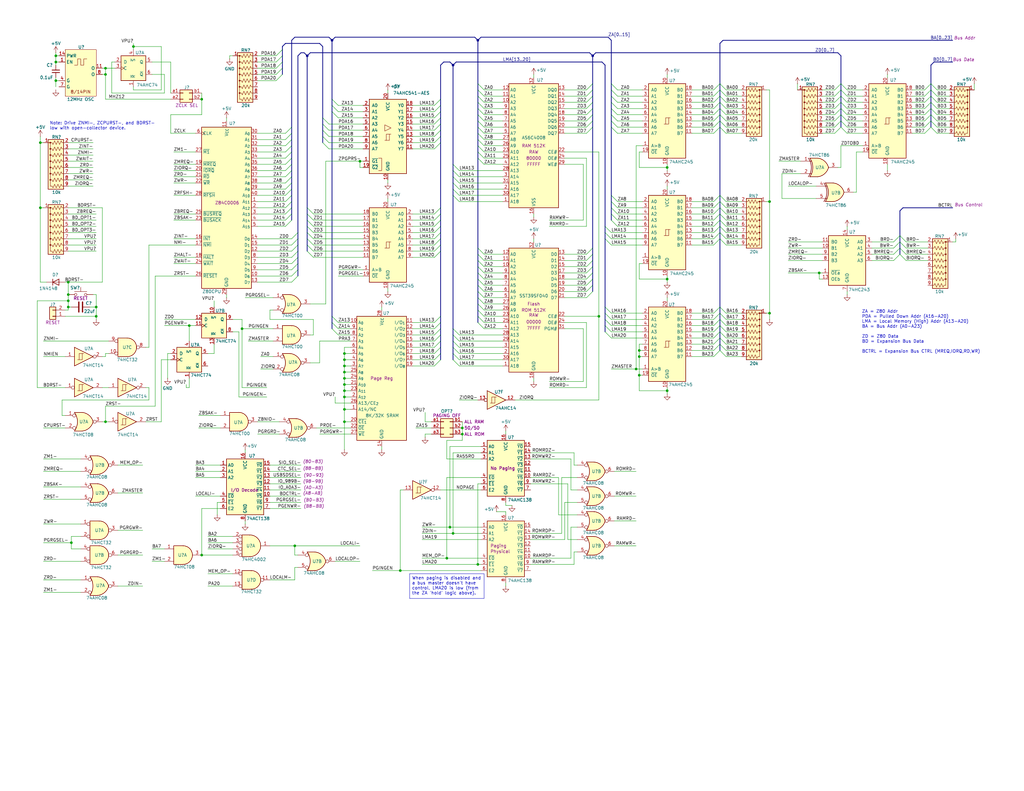
<source format=kicad_sch>
(kicad_sch (version 20250114) (generator "eeschema") (generator_version "9.0")
  (paper "User" 419.1 323.85)
  (title_block (title "Z80, Clk, Rst, Decode, Mem") (date "2025-10-10") (rev "PR7") (company "SilkyDESIGN") (comment 1 "Copyright 2025 AESilky & SMcCown"))
  (lib_symbols
    (symbol "4xxx:4002" (pin_names (offset 1.016))
      (property "Reference" "U" (at 0 1.27 0))
      (property "Value" "4002" (at 0 -1.27 0))
      (symbol "4002_1_1"
        (pin input line (at -7.62 3.81 0) (length 3.81) (name "~") (number "2"))
        (pin input line (at -7.62 1.27 0) (length 4.826) (name "~") (number "3"))
        (pin input line (at -7.62 -1.27 0) (length 4.826) (name "~") (number "4"))
        (pin input line (at -7.62 -3.81 0) (length 3.81) (name "~") (number "5"))
        (pin output inverted (at 7.62 0 180) (length 3.81) (name "~") (number "1"))
      )
      (symbol "4002_1_2"
        (pin input inverted (at -7.62 3.81 0) (length 3.81) (name "~") (number "2"))
        (pin input inverted (at -7.62 1.27 0) (length 3.81) (name "~") (number "3"))
        (pin input inverted (at -7.62 -1.27 0) (length 3.81) (name "~") (number "4"))
        (pin input inverted (at -7.62 -3.81 0) (length 3.81) (name "~") (number "5"))
        (pin output line (at 7.62 0 180) (length 3.81) (name "~") (number "1"))
      )
      (symbol "4002_2_1"
        (pin input line (at -7.62 3.81 0) (length 3.81) (name "~") (number "9"))
        (pin input line (at -7.62 1.27 0) (length 4.826) (name "~") (number "10"))
        (pin input line (at -7.62 -1.27 0) (length 4.826) (name "~") (number "11"))
        (pin input line (at -7.62 -3.81 0) (length 3.81) (name "~") (number "12"))
        (pin output inverted (at 7.62 0 180) (length 3.81) (name "~") (number "13"))
      )
      (symbol "4002_2_2"
        (pin input inverted (at -7.62 3.81 0) (length 3.81) (name "~") (number "9"))
        (pin input inverted (at -7.62 1.27 0) (length 3.81) (name "~") (number "10"))
        (pin input inverted (at -7.62 -1.27 0) (length 3.81) (name "~") (number "11"))
        (pin input inverted (at -7.62 -3.81 0) (length 3.81) (name "~") (number "12"))
        (pin output line (at 7.62 0 180) (length 3.81) (name "~") (number "13"))
      )
      (symbol "4002_3_0"
        (pin power_in line (at 0 12.7 270) (length 5.08) (name "VDD") (number "14"))
        (pin power_in line (at 0 -12.7 90) (length 5.08) (name "VSS") (number "7"))
      )
    )
    (symbol "74HC245-AES_1" (pin_names (offset 1.016))
      (property "Reference" "U" (at 1.524 16.51 0))
      (property "Value" "74HC245-AES" (at 7.112 -16.764 0))
      (symbol "74HC245-AES_1_1_0"
        (pin tri_state line (at -10.16 12.7 0) (length 2.54) (name "A0") (number "2"))
        (pin tri_state line (at -10.16 10.16 0) (length 2.54) (name "A1") (number "3"))
        (pin tri_state line (at -10.16 7.62 0) (length 2.54) (name "A2") (number "4"))
        (pin tri_state line (at -10.16 5.08 0) (length 2.54) (name "A3") (number "5"))
        (pin tri_state line (at -10.16 2.54 0) (length 2.54) (name "A4") (number "6"))
        (pin tri_state line (at -10.16 0 0) (length 2.54) (name "A5") (number "7"))
        (pin tri_state line (at -10.16 -2.54 0) (length 2.54) (name "A6") (number "8"))
        (pin tri_state line (at -10.16 -5.08 0) (length 2.54) (name "A7") (number "9"))
        (pin input line (at -10.16 -10.16 0) (length 2.54) (name "A>B") (number "1"))
        (pin input line (at -10.16 -12.7 0) (length 2.54) (name "~{OE}") (number "19"))
        (pin power_in line (at 0 17.78 270) (length 2.54) (name "VCC") (number "20"))
        (pin power_in line (at 0 -17.78 90) (length 2.54) (name "GND") (number "10"))
        (pin tri_state line (at 10.16 12.7 180) (length 2.54) (name "B0") (number "18"))
        (pin tri_state line (at 10.16 10.16 180) (length 2.54) (name "B1") (number "17"))
        (pin tri_state line (at 10.16 7.62 180) (length 2.54) (name "B2") (number "16"))
        (pin tri_state line (at 10.16 5.08 180) (length 2.54) (name "B3") (number "15"))
        (pin tri_state line (at 10.16 2.54 180) (length 2.54) (name "B4") (number "14"))
        (pin tri_state line (at 10.16 0 180) (length 2.54) (name "B5") (number "13"))
        (pin tri_state line (at 10.16 -2.54 180) (length 2.54) (name "B6") (number "12"))
        (pin tri_state line (at 10.16 -5.08 180) (length 2.54) (name "B7") (number "11"))
      )
    )
    (symbol "74HC245-AES_2" (pin_names (offset 1.016))
      (property "Reference" "U" (at 1.524 16.51 0))
      (property "Value" "74HC245-AES" (at 7.112 -16.764 0))
      (symbol "74HC245-AES_2_1_0"
        (pin tri_state line (at -10.16 12.7 0) (length 2.54) (name "A0") (number "2"))
        (pin tri_state line (at -10.16 10.16 0) (length 2.54) (name "A1") (number "3"))
        (pin tri_state line (at -10.16 7.62 0) (length 2.54) (name "A2") (number "4"))
        (pin tri_state line (at -10.16 5.08 0) (length 2.54) (name "A3") (number "5"))
        (pin tri_state line (at -10.16 2.54 0) (length 2.54) (name "A4") (number "6"))
        (pin tri_state line (at -10.16 0 0) (length 2.54) (name "A5") (number "7"))
        (pin tri_state line (at -10.16 -2.54 0) (length 2.54) (name "A6") (number "8"))
        (pin tri_state line (at -10.16 -5.08 0) (length 2.54) (name "A7") (number "9"))
        (pin input line (at -10.16 -10.16 0) (length 2.54) (name "A>B") (number "1"))
        (pin input line (at -10.16 -12.7 0) (length 2.54) (name "~{OE}") (number "19"))
        (pin power_in line (at 0 17.78 270) (length 2.54) (name "VCC") (number "20"))
        (pin power_in line (at 0 -17.78 90) (length 2.54) (name "GND") (number "10"))
        (pin tri_state line (at 10.16 12.7 180) (length 2.54) (name "B0") (number "18"))
        (pin tri_state line (at 10.16 10.16 180) (length 2.54) (name "B1") (number "17"))
        (pin tri_state line (at 10.16 7.62 180) (length 2.54) (name "B2") (number "16"))
        (pin tri_state line (at 10.16 5.08 180) (length 2.54) (name "B3") (number "15"))
        (pin tri_state line (at 10.16 2.54 180) (length 2.54) (name "B4") (number "14"))
        (pin tri_state line (at 10.16 0 180) (length 2.54) (name "B5") (number "13"))
        (pin tri_state line (at 10.16 -2.54 180) (length 2.54) (name "B6") (number "12"))
        (pin tri_state line (at 10.16 -5.08 180) (length 2.54) (name "B7") (number "11"))
      )
    )
    (symbol "74HC245-AES_3" (pin_names (offset 1.016))
      (property "Reference" "U" (at 1.524 16.51 0))
      (property "Value" "74HC245-AES" (at 7.112 -16.764 0))
      (symbol "74HC245-AES_3_1_0"
        (pin tri_state line (at -10.16 12.7 0) (length 2.54) (name "A0") (number "2"))
        (pin tri_state line (at -10.16 10.16 0) (length 2.54) (name "A1") (number "3"))
        (pin tri_state line (at -10.16 7.62 0) (length 2.54) (name "A2") (number "4"))
        (pin tri_state line (at -10.16 5.08 0) (length 2.54) (name "A3") (number "5"))
        (pin tri_state line (at -10.16 2.54 0) (length 2.54) (name "A4") (number "6"))
        (pin tri_state line (at -10.16 0 0) (length 2.54) (name "A5") (number "7"))
        (pin tri_state line (at -10.16 -2.54 0) (length 2.54) (name "A6") (number "8"))
        (pin tri_state line (at -10.16 -5.08 0) (length 2.54) (name "A7") (number "9"))
        (pin input line (at -10.16 -10.16 0) (length 2.54) (name "A>B") (number "1"))
        (pin input line (at -10.16 -12.7 0) (length 2.54) (name "~{OE}") (number "19"))
        (pin power_in line (at 0 17.78 270) (length 2.54) (name "VCC") (number "20"))
        (pin power_in line (at 0 -17.78 90) (length 2.54) (name "GND") (number "10"))
        (pin tri_state line (at 10.16 12.7 180) (length 2.54) (name "B0") (number "18"))
        (pin tri_state line (at 10.16 10.16 180) (length 2.54) (name "B1") (number "17"))
        (pin tri_state line (at 10.16 7.62 180) (length 2.54) (name "B2") (number "16"))
        (pin tri_state line (at 10.16 5.08 180) (length 2.54) (name "B3") (number "15"))
        (pin tri_state line (at 10.16 2.54 180) (length 2.54) (name "B4") (number "14"))
        (pin tri_state line (at 10.16 0 180) (length 2.54) (name "B5") (number "13"))
        (pin tri_state line (at 10.16 -2.54 180) (length 2.54) (name "B6") (number "12"))
        (pin tri_state line (at 10.16 -5.08 180) (length 2.54) (name "B7") (number "11"))
      )
    )
    (symbol "74xx:74HC00" (pin_names (offset 1.016))
      (property "Reference" "U" (at 0 1.27 0))
      (property "Value" "74HC00" (at 0 -1.27 0))
      (symbol "74HC00_1_1"
        (pin input line (at -7.62 2.54 0) (length 3.81) (name "~") (number "1"))
        (pin input line (at -7.62 -2.54 0) (length 3.81) (name "~") (number "2"))
        (pin output inverted (at 7.62 0 180) (length 3.81) (name "~") (number "3"))
      )
      (symbol "74HC00_1_2"
        (pin input inverted (at -7.62 2.54 0) (length 4.318) (name "~") (number "1"))
        (pin input inverted (at -7.62 -2.54 0) (length 4.318) (name "~") (number "2"))
        (pin output line (at 7.62 0 180) (length 3.81) (name "~") (number "3"))
      )
      (symbol "74HC00_2_1"
        (pin input line (at -7.62 2.54 0) (length 3.81) (name "~") (number "4"))
        (pin input line (at -7.62 -2.54 0) (length 3.81) (name "~") (number "5"))
        (pin output inverted (at 7.62 0 180) (length 3.81) (name "~") (number "6"))
      )
      (symbol "74HC00_2_2"
        (pin input inverted (at -7.62 2.54 0) (length 4.318) (name "~") (number "4"))
        (pin input inverted (at -7.62 -2.54 0) (length 4.318) (name "~") (number "5"))
        (pin output line (at 7.62 0 180) (length 3.81) (name "~") (number "6"))
      )
      (symbol "74HC00_3_1"
        (pin input line (at -7.62 2.54 0) (length 3.81) (name "~") (number "9"))
        (pin input line (at -7.62 -2.54 0) (length 3.81) (name "~") (number "10"))
        (pin output inverted (at 7.62 0 180) (length 3.81) (name "~") (number "8"))
      )
      (symbol "74HC00_3_2"
        (pin input inverted (at -7.62 2.54 0) (length 4.318) (name "~") (number "9"))
        (pin input inverted (at -7.62 -2.54 0) (length 4.318) (name "~") (number "10"))
        (pin output line (at 7.62 0 180) (length 3.81) (name "~") (number "8"))
      )
      (symbol "74HC00_4_1"
        (pin input line (at -7.62 2.54 0) (length 3.81) (name "~") (number "12"))
        (pin input line (at -7.62 -2.54 0) (length 3.81) (name "~") (number "13"))
        (pin output inverted (at 7.62 0 180) (length 3.81) (name "~") (number "11"))
      )
      (symbol "74HC00_4_2"
        (pin input inverted (at -7.62 2.54 0) (length 4.318) (name "~") (number "12"))
        (pin input inverted (at -7.62 -2.54 0) (length 4.318) (name "~") (number "13"))
        (pin output line (at 7.62 0 180) (length 3.81) (name "~") (number "11"))
      )
      (symbol "74HC00_5_0"
        (pin power_in line (at 0 12.7 270) (length 5.08) (name "VCC") (number "14"))
        (pin power_in line (at 0 -12.7 90) (length 5.08) (name "GND") (number "7"))
      )
    )
    (symbol "74xx:74HC138"
      (property "Reference" "U" (at -7.62 13.97 0))
      (property "Value" "74HC138" (at 2.54 -11.43 0))
      (symbol "74HC138_1_1"
        (pin input line (at -10.16 10.16 0) (length 2.54) (name "A0") (number "1"))
        (pin input line (at -10.16 7.62 0) (length 2.54) (name "A1") (number "2"))
        (pin input line (at -10.16 5.08 0) (length 2.54) (name "A2") (number "3"))
        (pin input line (at -10.16 -2.54 0) (length 2.54) (name "~{E0}") (number "4"))
        (pin input line (at -10.16 -5.08 0) (length 2.54) (name "~{E1}") (number "5"))
        (pin input line (at -10.16 -7.62 0) (length 2.54) (name "E2") (number "6"))
        (pin power_in line (at 0 15.24 270) (length 2.54) (name "VCC") (number "16"))
        (pin power_in line (at 0 -12.7 90) (length 2.54) (name "GND") (number "8"))
        (pin output line (at 10.16 10.16 180) (length 2.54) (name "~{Y0}") (number "15"))
        (pin output line (at 10.16 7.62 180) (length 2.54) (name "~{Y1}") (number "14"))
        (pin output line (at 10.16 5.08 180) (length 2.54) (name "~{Y2}") (number "13"))
        (pin output line (at 10.16 2.54 180) (length 2.54) (name "~{Y3}") (number "12"))
        (pin output line (at 10.16 0 180) (length 2.54) (name "~{Y4}") (number "11"))
        (pin output line (at 10.16 -2.54 180) (length 2.54) (name "~{Y5}") (number "10"))
        (pin output line (at 10.16 -5.08 180) (length 2.54) (name "~{Y6}") (number "9"))
        (pin output line (at 10.16 -7.62 180) (length 2.54) (name "~{Y7}") (number "7"))
      )
    )
    (symbol "74xx:74HC74" (pin_names (offset 1.016))
      (property "Reference" "U" (at -7.62 8.89 0))
      (property "Value" "74HC74" (at -7.62 -8.89 0))
      (symbol "74HC74_1_0"
        (pin input line (at -7.62 2.54 0) (length 2.54) (name "D") (number "2"))
        (pin input clock (at -7.62 0 0) (length 2.54) (name "C") (number "3"))
        (pin input line (at 0 7.62 270) (length 2.54) (name "~{S}") (number "4"))
        (pin input line (at 0 -7.62 90) (length 2.54) (name "~{R}") (number "1"))
        (pin output line (at 7.62 2.54 180) (length 2.54) (name "Q") (number "5"))
        (pin output line (at 7.62 -2.54 180) (length 2.54) (name "~{Q}") (number "6"))
      )
      (symbol "74HC74_2_0"
        (pin input line (at -7.62 2.54 0) (length 2.54) (name "D") (number "12"))
        (pin input clock (at -7.62 0 0) (length 2.54) (name "C") (number "11"))
        (pin input line (at 0 7.62 270) (length 2.54) (name "~{S}") (number "10"))
        (pin input line (at 0 -7.62 90) (length 2.54) (name "~{R}") (number "13"))
        (pin output line (at 7.62 2.54 180) (length 2.54) (name "Q") (number "9"))
        (pin output line (at 7.62 -2.54 180) (length 2.54) (name "~{Q}") (number "8"))
      )
      (symbol "74HC74_3_0"
        (pin power_in line (at 0 10.16 270) (length 2.54) (name "VCC") (number "14"))
        (pin power_in line (at 0 -10.16 90) (length 2.54) (name "GND") (number "7"))
      )
    )
    (symbol "74xx:74LS08" (pin_names (offset 1.016))
      (property "Reference" "U" (at 0 1.27 0))
      (property "Value" "74LS08" (at 0 -1.27 0))
      (symbol "74LS08_1_1"
        (pin input line (at -7.62 2.54 0) (length 3.81) (name "~") (number "1"))
        (pin input line (at -7.62 -2.54 0) (length 3.81) (name "~") (number "2"))
        (pin output line (at 7.62 0 180) (length 3.81) (name "~") (number "3"))
      )
      (symbol "74LS08_1_2"
        (pin input inverted (at -7.62 2.54 0) (length 4.318) (name "~") (number "1"))
        (pin input inverted (at -7.62 -2.54 0) (length 4.318) (name "~") (number "2"))
        (pin output inverted (at 7.62 0 180) (length 3.81) (name "~") (number "3"))
      )
      (symbol "74LS08_2_1"
        (pin input line (at -7.62 2.54 0) (length 3.81) (name "~") (number "4"))
        (pin input line (at -7.62 -2.54 0) (length 3.81) (name "~") (number "5"))
        (pin output line (at 7.62 0 180) (length 3.81) (name "~") (number "6"))
      )
      (symbol "74LS08_2_2"
        (pin input inverted (at -7.62 2.54 0) (length 4.318) (name "~") (number "4"))
        (pin input inverted (at -7.62 -2.54 0) (length 4.318) (name "~") (number "5"))
        (pin output inverted (at 7.62 0 180) (length 3.81) (name "~") (number "6"))
      )
      (symbol "74LS08_3_1"
        (pin input line (at -7.62 2.54 0) (length 3.81) (name "~") (number "9"))
        (pin input line (at -7.62 -2.54 0) (length 3.81) (name "~") (number "10"))
        (pin output line (at 7.62 0 180) (length 3.81) (name "~") (number "8"))
      )
      (symbol "74LS08_3_2"
        (pin input inverted (at -7.62 2.54 0) (length 4.318) (name "~") (number "9"))
        (pin input inverted (at -7.62 -2.54 0) (length 4.318) (name "~") (number "10"))
        (pin output inverted (at 7.62 0 180) (length 3.81) (name "~") (number "8"))
      )
      (symbol "74LS08_4_1"
        (pin input line (at -7.62 2.54 0) (length 3.81) (name "~") (number "12"))
        (pin input line (at -7.62 -2.54 0) (length 3.81) (name "~") (number "13"))
        (pin output line (at 7.62 0 180) (length 3.81) (name "~") (number "11"))
      )
      (symbol "74LS08_4_2"
        (pin input inverted (at -7.62 2.54 0) (length 4.318) (name "~") (number "12"))
        (pin input inverted (at -7.62 -2.54 0) (length 4.318) (name "~") (number "13"))
        (pin output inverted (at 7.62 0 180) (length 3.81) (name "~") (number "11"))
      )
      (symbol "74LS08_5_0"
        (pin power_in line (at 0 12.7 270) (length 5.08) (name "VCC") (number "14"))
        (pin power_in line (at 0 -12.7 90) (length 5.08) (name "GND") (number "7"))
      )
    )
    (symbol "74xx:74LS32" (pin_names (offset 1.016))
      (property "Reference" "U" (at 0 1.27 0))
      (property "Value" "74LS32" (at 0 -1.27 0))
      (symbol "74LS32_1_1"
        (pin input line (at -7.62 2.54 0) (length 4.318) (name "~") (number "1"))
        (pin input line (at -7.62 -2.54 0) (length 4.318) (name "~") (number "2"))
        (pin output line (at 7.62 0 180) (length 3.81) (name "~") (number "3"))
      )
      (symbol "74LS32_1_2"
        (pin input inverted (at -7.62 2.54 0) (length 3.81) (name "~") (number "1"))
        (pin input inverted (at -7.62 -2.54 0) (length 3.81) (name "~") (number "2"))
        (pin output inverted (at 7.62 0 180) (length 3.81) (name "~") (number "3"))
      )
      (symbol "74LS32_2_1"
        (pin input line (at -7.62 2.54 0) (length 4.318) (name "~") (number "4"))
        (pin input line (at -7.62 -2.54 0) (length 4.318) (name "~") (number "5"))
        (pin output line (at 7.62 0 180) (length 3.81) (name "~") (number "6"))
      )
      (symbol "74LS32_2_2"
        (pin input inverted (at -7.62 2.54 0) (length 3.81) (name "~") (number "4"))
        (pin input inverted (at -7.62 -2.54 0) (length 3.81) (name "~") (number "5"))
        (pin output inverted (at 7.62 0 180) (length 3.81) (name "~") (number "6"))
      )
      (symbol "74LS32_3_1"
        (pin input line (at -7.62 2.54 0) (length 4.318) (name "~") (number "9"))
        (pin input line (at -7.62 -2.54 0) (length 4.318) (name "~") (number "10"))
        (pin output line (at 7.62 0 180) (length 3.81) (name "~") (number "8"))
      )
      (symbol "74LS32_3_2"
        (pin input inverted (at -7.62 2.54 0) (length 3.81) (name "~") (number "9"))
        (pin input inverted (at -7.62 -2.54 0) (length 3.81) (name "~") (number "10"))
        (pin output inverted (at 7.62 0 180) (length 3.81) (name "~") (number "8"))
      )
      (symbol "74LS32_4_1"
        (pin input line (at -7.62 2.54 0) (length 4.318) (name "~") (number "12"))
        (pin input line (at -7.62 -2.54 0) (length 4.318) (name "~") (number "13"))
        (pin output line (at 7.62 0 180) (length 3.81) (name "~") (number "11"))
      )
      (symbol "74LS32_4_2"
        (pin input inverted (at -7.62 2.54 0) (length 3.81) (name "~") (number "12"))
        (pin input inverted (at -7.62 -2.54 0) (length 3.81) (name "~") (number "13"))
        (pin output inverted (at 7.62 0 180) (length 3.81) (name "~") (number "11"))
      )
      (symbol "74LS32_5_0"
        (pin power_in line (at 0 12.7 270) (length 5.08) (name "VCC") (number "14"))
        (pin power_in line (at 0 -12.7 90) (length 5.08) (name "GND") (number "7"))
      )
    )
    (symbol "74xx:74LS86" (pin_names (offset 1.016))
      (property "Reference" "U" (at 0 1.27 0))
      (property "Value" "74LS86" (at 0 -1.27 0))
      (symbol "74LS86_1_0"
        (pin input line (at -7.62 2.54 0) (length 4.445) (name "~") (number "1"))
        (pin input line (at -7.62 -2.54 0) (length 4.445) (name "~") (number "2"))
        (pin output line (at 7.62 0 180) (length 3.81) (name "~") (number "3"))
      )
      (symbol "74LS86_2_0"
        (pin input line (at -7.62 2.54 0) (length 4.445) (name "~") (number "4"))
        (pin input line (at -7.62 -2.54 0) (length 4.445) (name "~") (number "5"))
        (pin output line (at 7.62 0 180) (length 3.81) (name "~") (number "6"))
      )
      (symbol "74LS86_3_0"
        (pin input line (at -7.62 2.54 0) (length 4.445) (name "~") (number "9"))
        (pin input line (at -7.62 -2.54 0) (length 4.445) (name "~") (number "10"))
        (pin output line (at 7.62 0 180) (length 3.81) (name "~") (number "8"))
      )
      (symbol "74LS86_4_0"
        (pin input line (at -7.62 2.54 0) (length 4.445) (name "~") (number "12"))
        (pin input line (at -7.62 -2.54 0) (length 4.445) (name "~") (number "13"))
        (pin output line (at 7.62 0 180) (length 3.81) (name "~") (number "11"))
      )
      (symbol "74LS86_5_0"
        (pin power_in line (at 0 12.7 270) (length 5.08) (name "VCC") (number "14"))
        (pin power_in line (at 0 -12.7 90) (length 5.08) (name "GND") (number "7"))
      )
    )
    (symbol "AES_Library:74AHC541-AES" (pin_names (offset 1.016))
      (property "Reference" "U" (at 1.016 16.51 0))
      (property "Value" "74AHC541-AES" (at 0.762 -16.51 0))
      (symbol "74AHC541-AES_1_0"
        (pin input line (at -10.16 12.7 0) (length 2.54) (name "A0") (number "2"))
        (pin input line (at -10.16 10.16 0) (length 2.54) (name "A1") (number "3"))
        (pin input line (at -10.16 7.62 0) (length 2.54) (name "A2") (number "4"))
        (pin input line (at -10.16 5.08 0) (length 2.54) (name "A3") (number "5"))
        (pin input line (at -10.16 2.54 0) (length 2.54) (name "A4") (number "6"))
        (pin input line (at -10.16 0 0) (length 2.54) (name "A5") (number "7"))
        (pin input line (at -10.16 -2.54 0) (length 2.54) (name "A6") (number "8"))
        (pin input line (at -10.16 -5.08 0) (length 2.54) (name "A7") (number "9"))
        (pin input line (at -10.16 -10.16 0) (length 2.54) (name "~{G1}") (number "1"))
        (pin input line (at -10.16 -12.7 0) (length 2.54) (name "~{G2}") (number "19"))
        (pin power_in line (at 0 17.78 270) (length 2.54) (name "VCC") (number "20"))
        (pin power_in line (at 0 -17.78 90) (length 2.54) (name "GND") (number "10"))
        (pin tri_state line (at 10.16 12.7 180) (length 2.54) (name "Y0") (number "18"))
        (pin tri_state line (at 10.16 10.16 180) (length 2.54) (name "Y1") (number "17"))
        (pin tri_state line (at 10.16 7.62 180) (length 2.54) (name "Y2") (number "16"))
        (pin tri_state line (at 10.16 5.08 180) (length 2.54) (name "Y3") (number "15"))
        (pin tri_state line (at 10.16 2.54 180) (length 2.54) (name "Y4") (number "14"))
        (pin tri_state line (at 10.16 0 180) (length 2.54) (name "Y5") (number "13"))
        (pin tri_state line (at 10.16 -2.54 180) (length 2.54) (name "Y6") (number "12"))
        (pin tri_state line (at 10.16 -5.08 180) (length 2.54) (name "Y7") (number "11"))
      )
    )
    (symbol "AES_Library:74HC14-AES" (pin_names (offset 1.016) (hide yes))
      (property "Reference" "U" (at 0 1.27 0))
      (property "Value" "74HC14-AES" (at 0 -1.27 0))
      (symbol "74HC14-AES_1_1"
        (pin input line (at -7.62 0 0) (length 3.81) (name "~") (number "1"))
        (pin output inverted (at 7.62 0 180) (length 3.81) (name "~") (number "2"))
      )
      (symbol "74HC14-AES_1_2"
        (pin input inverted (at -7.62 0 0) (length 3.81) (name "~") (number "1"))
        (pin output line (at 7.62 0 180) (length 3.81) (name "~") (number "2"))
      )
      (symbol "74HC14-AES_2_1"
        (pin input line (at -7.62 0 0) (length 3.81) (name "~") (number "3"))
        (pin output inverted (at 7.62 0 180) (length 3.81) (name "~") (number "4"))
      )
      (symbol "74HC14-AES_2_2"
        (pin input inverted (at -7.62 0 0) (length 3.81) (name "~") (number "3"))
        (pin output line (at 7.62 0 180) (length 3.81) (name "~") (number "4"))
      )
      (symbol "74HC14-AES_3_1"
        (pin input line (at -7.62 0 0) (length 3.81) (name "~") (number "5"))
        (pin output inverted (at 7.62 0 180) (length 3.81) (name "~") (number "6"))
      )
      (symbol "74HC14-AES_3_2"
        (pin input inverted (at -7.62 0 0) (length 3.81) (name "~") (number "5"))
        (pin output line (at 7.62 0 180) (length 3.81) (name "~") (number "6"))
      )
      (symbol "74HC14-AES_4_1"
        (pin input line (at -7.62 0 0) (length 3.81) (name "~") (number "9"))
        (pin output inverted (at 7.62 0 180) (length 3.81) (name "~") (number "8"))
      )
      (symbol "74HC14-AES_4_2"
        (pin input inverted (at -7.62 0 0) (length 3.81) (name "~") (number "9"))
        (pin output line (at 7.62 0 180) (length 3.81) (name "~") (number "8"))
      )
      (symbol "74HC14-AES_5_1"
        (pin input line (at -7.62 0 0) (length 3.81) (name "~") (number "11"))
        (pin output inverted (at 7.62 0 180) (length 3.81) (name "~") (number "10"))
      )
      (symbol "74HC14-AES_5_2"
        (pin input inverted (at -7.62 0 0) (length 3.81) (name "~") (number "11"))
        (pin output line (at 7.62 0 180) (length 3.81) (name "~") (number "10"))
      )
      (symbol "74HC14-AES_6_1"
        (pin input line (at -7.62 0 0) (length 3.81) (name "~") (number "13"))
        (pin output inverted (at 7.62 0 180) (length 3.81) (name "~") (number "12"))
      )
      (symbol "74HC14-AES_6_2"
        (pin input inverted (at -7.62 0 0) (length 3.81) (name "~") (number "13"))
        (pin output line (at 7.62 0 180) (length 3.81) (name "~") (number "12"))
      )
      (symbol "74HC14-AES_7_0"
        (pin power_in line (at 0 12.7 270) (length 5.08) (name "VCC") (number "14"))
        (pin power_in line (at 0 -12.7 90) (length 5.08) (name "GND") (number "7"))
      )
    )
    (symbol "AES_Library:74HC243_BA-AES" (pin_names (offset 1.016))
      (property "Reference" "U" (at 0.508 11.176 0))
      (property "Value" "74HC243_BA-AES" (at 0.508 -11.43 0))
      (symbol "74HC243_BA-AES_1_0"
        (pin tri_state line (at -10.16 7.62 0) (length 2.54) (name "B0") (number "11"))
        (pin tri_state line (at -10.16 5.08 0) (length 2.54) (name "B1") (number "10"))
        (pin tri_state line (at -10.16 2.54 0) (length 2.54) (name "B2") (number "9"))
        (pin tri_state line (at -10.16 0 0) (length 2.54) (name "B3") (number "8"))
        (pin input line (at -10.16 -5.08 0) (length 2.54) (name "~{OEa}") (number "1"))
        (pin input line (at -10.16 -7.62 0) (length 2.54) (name "OEb") (number "13"))
        (pin power_in line (at 0 12.7 270) (length 2.54) (name "VCC") (number "14"))
        (pin power_in line (at 0 -12.7 90) (length 2.54) (name "GND") (number "7"))
        (pin input line (at 10.16 7.62 180) (length 2.54) (name "A0") (number "3"))
        (pin input line (at 10.16 5.08 180) (length 2.54) (name "A1") (number "4"))
        (pin input line (at 10.16 2.54 180) (length 2.54) (name "A2") (number "5"))
        (pin input line (at 10.16 0 180) (length 2.54) (name "A3") (number "6"))
      )
    )
    (symbol "AES_Library:74HC245-AES" (pin_names (offset 1.016))
      (property "Reference" "U" (at 1.524 16.51 0))
      (property "Value" "74HC245-AES" (at 7.112 -16.764 0))
      (symbol "74HC245-AES_1_0"
        (pin tri_state line (at -10.16 12.7 0) (length 2.54) (name "A0") (number "2"))
        (pin tri_state line (at -10.16 10.16 0) (length 2.54) (name "A1") (number "3"))
        (pin tri_state line (at -10.16 7.62 0) (length 2.54) (name "A2") (number "4"))
        (pin tri_state line (at -10.16 5.08 0) (length 2.54) (name "A3") (number "5"))
        (pin tri_state line (at -10.16 2.54 0) (length 2.54) (name "A4") (number "6"))
        (pin tri_state line (at -10.16 0 0) (length 2.54) (name "A5") (number "7"))
        (pin tri_state line (at -10.16 -2.54 0) (length 2.54) (name "A6") (number "8"))
        (pin tri_state line (at -10.16 -5.08 0) (length 2.54) (name "A7") (number "9"))
        (pin input line (at -10.16 -10.16 0) (length 2.54) (name "A>B") (number "1"))
        (pin input line (at -10.16 -12.7 0) (length 2.54) (name "~{OE}") (number "19"))
        (pin power_in line (at 0 17.78 270) (length 2.54) (name "VCC") (number "20"))
        (pin power_in line (at 0 -17.78 90) (length 2.54) (name "GND") (number "10"))
        (pin tri_state line (at 10.16 12.7 180) (length 2.54) (name "B0") (number "18"))
        (pin tri_state line (at 10.16 10.16 180) (length 2.54) (name "B1") (number "17"))
        (pin tri_state line (at 10.16 7.62 180) (length 2.54) (name "B2") (number "16"))
        (pin tri_state line (at 10.16 5.08 180) (length 2.54) (name "B3") (number "15"))
        (pin tri_state line (at 10.16 2.54 180) (length 2.54) (name "B4") (number "14"))
        (pin tri_state line (at 10.16 0 180) (length 2.54) (name "B5") (number "13"))
        (pin tri_state line (at 10.16 -2.54 180) (length 2.54) (name "B6") (number "12"))
        (pin tri_state line (at 10.16 -5.08 180) (length 2.54) (name "B7") (number "11"))
      )
    )
    (symbol "AES_Library:74HC245_BA-AES" (pin_names (offset 1.016))
      (property "Reference" "U" (at 1.524 16.51 0))
      (property "Value" "74HC245_BA-AES" (at 8.636 -16.51 0))
      (symbol "74HC245_BA-AES_1_0"
        (pin tri_state line (at -10.16 12.7 0) (length 2.54) (name "B0") (number "18"))
        (pin tri_state line (at -10.16 10.16 0) (length 2.54) (name "B1") (number "17"))
        (pin tri_state line (at -10.16 7.62 0) (length 2.54) (name "B2") (number "16"))
        (pin tri_state line (at -10.16 5.08 0) (length 2.54) (name "B3") (number "15"))
        (pin tri_state line (at -10.16 2.54 0) (length 2.54) (name "B4") (number "14"))
        (pin tri_state line (at -10.16 0 0) (length 2.54) (name "B5") (number "13"))
        (pin tri_state line (at -10.16 -2.54 0) (length 2.54) (name "B6") (number "12"))
        (pin tri_state line (at -10.16 -5.08 0) (length 2.54) (name "B7") (number "11"))
        (pin input line (at -10.16 -10.16 0) (length 2.54) (name "A>B") (number "1"))
        (pin input line (at -10.16 -12.7 0) (length 2.54) (name "~{OE}") (number "19"))
        (pin power_in line (at 0 17.78 270) (length 2.54) (name "VCC") (number "20"))
        (pin power_in line (at 0 -17.78 90) (length 2.54) (name "GND") (number "10"))
        (pin tri_state line (at 10.16 12.7 180) (length 2.54) (name "A0") (number "2"))
        (pin tri_state line (at 10.16 10.16 180) (length 2.54) (name "A1") (number "3"))
        (pin tri_state line (at 10.16 7.62 180) (length 2.54) (name "A2") (number "4"))
        (pin tri_state line (at 10.16 5.08 180) (length 2.54) (name "A3") (number "5"))
        (pin tri_state line (at 10.16 2.54 180) (length 2.54) (name "A4") (number "6"))
        (pin tri_state line (at 10.16 0 180) (length 2.54) (name "A5") (number "7"))
        (pin tri_state line (at 10.16 -2.54 180) (length 2.54) (name "A6") (number "8"))
        (pin tri_state line (at 10.16 -5.08 180) (length 2.54) (name "A7") (number "9"))
      )
    )
    (symbol "AES_Library:Flash-SST39SF0n0-AES"
      (property "Reference" "U" (at 1.016 34.29 0))
      (property "Value" "Flash-SST39SF0n0-AES" (at 0.762 -19.05 0))
      (symbol "Flash-SST39SF0n0-AES_0_0"
        (pin power_in line (at 0 35.56 270) (length 2.54) (name "VCC") (number "32"))
        (pin power_in line (at 0 -20.32 90) (length 2.54) (name "GND") (number "16"))
      )
      (symbol "Flash-SST39SF0n0-AES_1_1"
        (pin input line (at -12.7 30.48 0) (length 2.54) (name "A0") (number "12"))
        (pin input line (at -12.7 27.94 0) (length 2.54) (name "A1") (number "11"))
        (pin input line (at -12.7 25.4 0) (length 2.54) (name "A2") (number "10"))
        (pin input line (at -12.7 22.86 0) (length 2.54) (name "A3") (number "9"))
        (pin input line (at -12.7 20.32 0) (length 2.54) (name "A4") (number "8"))
        (pin input line (at -12.7 17.78 0) (length 2.54) (name "A5") (number "7"))
        (pin input line (at -12.7 15.24 0) (length 2.54) (name "A6") (number "6"))
        (pin input line (at -12.7 12.7 0) (length 2.54) (name "A7") (number "5"))
        (pin input line (at -12.7 10.16 0) (length 2.54) (name "A8") (number "27"))
        (pin input line (at -12.7 7.62 0) (length 2.54) (name "A9") (number "26"))
        (pin input line (at -12.7 5.08 0) (length 2.54) (name "A10") (number "23"))
        (pin input line (at -12.7 2.54 0) (length 2.54) (name "A11") (number "25"))
        (pin input line (at -12.7 0 0) (length 2.54) (name "A12") (number "4"))
        (pin input line (at -12.7 -2.54 0) (length 2.54) (name "A13") (number "28"))
        (pin input line (at -12.7 -5.08 0) (length 2.54) (name "A14") (number "29"))
        (pin input line (at -12.7 -7.62 0) (length 2.54) (name "A15") (number "3"))
        (pin input line (at -12.7 -10.16 0) (length 2.54) (name "A16") (number "2"))
        (pin input line (at -12.7 -12.7 0) (length 2.54) (name "A17") (number "30"))
        (pin input line (at -12.7 -15.24 0) (length 2.54) (name "A18") (number "1"))
        (pin tri_state line (at 12.7 30.48 180) (length 2.54) (name "D0") (number "13"))
        (pin tri_state line (at 12.7 27.94 180) (length 2.54) (name "D1") (number "14"))
        (pin tri_state line (at 12.7 25.4 180) (length 2.54) (name "D2") (number "15"))
        (pin tri_state line (at 12.7 22.86 180) (length 2.54) (name "D3") (number "17"))
        (pin tri_state line (at 12.7 20.32 180) (length 2.54) (name "D4") (number "18"))
        (pin tri_state line (at 12.7 17.78 180) (length 2.54) (name "D5") (number "19"))
        (pin tri_state line (at 12.7 15.24 180) (length 2.54) (name "D6") (number "20"))
        (pin tri_state line (at 12.7 12.7 180) (length 2.54) (name "D7") (number "21"))
        (pin input line (at 12.7 5.08 180) (length 2.54) (name "CE#") (number "22"))
        (pin input line (at 12.7 2.54 180) (length 2.54) (name "OE#") (number "24"))
        (pin input line (at 12.7 0 180) (length 2.54) (name "PGM#") (number "31"))
      )
    )
    (symbol "AES_Library:OSC-8_14CAN-AES"
      (property "Reference" "U" (at 0 7.112 0))
      (symbol "OSC-8_14CAN-AES_1_1"
        (text "8/14PIN" (at 0 -8.382 0) (effects (font (size 1.27 1.27))))
        (pin power_in line (at -8.89 6.35 0) (length 2.54) (name "PWR") (number "14"))
        (pin input line (at -8.89 3.81 0) (length 2.54) (name "EN") (number "1"))
        (pin power_in line (at -8.89 -3.81 0) (length 2.54) (name "G") (number "4"))
        (pin power_in line (at -8.89 -6.35 0) (length 2.54) (name "G") (number "7"))
        (pin output line (at 8.89 1.27 180) (length 2.54) (name "O") (number "11"))
        (pin output line (at 8.89 -1.27 180) (length 2.54) (name "O") (number "8"))
      )
    )
    (symbol "AES_Library:SRAM-Cache-8K32K-A-EAS"
      (property "Reference" "U" (at -10.16 26.035 0))
      (property "Value" "CacheRAM-8K32K-EAS" (at 2.54 26.035 0))
      (symbol "SRAM-Cache-8K32K-A-EAS_0_0"
        (pin power_in line (at 0 -27.94 90) (length 2.54) (name "GND") (number "14"))
      )
      (symbol "SRAM-Cache-8K32K-A-EAS_1_0"
        (pin power_in line (at 0 27.94 270) (length 2.54) (name "V_{CC}") (number "28"))
      )
      (symbol "SRAM-Cache-8K32K-A-EAS_1_1"
        (pin input line (at -12.7 22.86 0) (length 2.54) (name "A_{0}") (number "10"))
        (pin input line (at -12.7 20.32 0) (length 2.54) (name "A_{1}") (number "9"))
        (pin input line (at -12.7 17.78 0) (length 2.54) (name "A_{2}") (number "8"))
        (pin input line (at -12.7 15.24 0) (length 2.54) (name "A_{3}") (number "7"))
        (pin input line (at -12.7 12.7 0) (length 2.54) (name "A_{4}") (number "6"))
        (pin input line (at -12.7 10.16 0) (length 2.54) (name "A_{5}") (number "5"))
        (pin input line (at -12.7 7.62 0) (length 2.54) (name "A_{6}") (number "4"))
        (pin input line (at -12.7 5.08 0) (length 2.54) (name "A_{7}") (number "3"))
        (pin input line (at -12.7 2.54 0) (length 2.54) (name "A_{8}") (number "25"))
        (pin input line (at -12.7 0 0) (length 2.54) (name "A_{9}") (number "24"))
        (pin input line (at -12.7 -2.54 0) (length 2.54) (name "A_{10}") (number "21"))
        (pin input line (at -12.7 -5.08 0) (length 2.54) (name "A_{11}") (number "23"))
        (pin input line (at -12.7 -7.62 0) (length 2.54) (name "A_{12}") (number "2"))
        (pin input line (at -12.7 -10.16 0) (length 2.54) (name "A13/CE_{2}") (number "26"))
        (pin input line (at -12.7 -12.7 0) (length 2.54) (name "A14/NC") (number "1"))
        (pin input line (at -12.7 -17.78 0) (length 2.54) (name "~{CE_{1}}") (number "20"))
        (pin input line (at -12.7 -20.32 0) (length 2.54) (name "~{OE}") (number "22"))
        (pin input line (at -12.7 -22.86 0) (length 2.54) (name "~{WE}") (number "27"))
        (pin tri_state line (at 12.7 22.86 180) (length 2.54) (name "I/O_{1}") (number "11"))
        (pin tri_state line (at 12.7 20.32 180) (length 2.54) (name "I/O_{2}") (number "12"))
        (pin tri_state line (at 12.7 17.78 180) (length 2.54) (name "I/O_{3}") (number "13"))
        (pin tri_state line (at 12.7 15.24 180) (length 2.54) (name "I/O_{4}") (number "15"))
        (pin tri_state line (at 12.7 12.7 180) (length 2.54) (name "I/O_{5}") (number "16"))
        (pin tri_state line (at 12.7 10.16 180) (length 2.54) (name "I/O_{6}") (number "17"))
        (pin tri_state line (at 12.7 7.62 180) (length 2.54) (name "I/O_{7}") (number "18"))
        (pin tri_state line (at 12.7 5.08 180) (length 2.54) (name "I/O_{8}") (number "19"))
      )
    )
    (symbol "CPU:Z84C00xxP"
      (property "Reference" "U" (at -9.652 34.798 0))
      (property "Value" "Z84C00xxP" (at 3.81 34.798 0))
      (symbol "Z84C00xxP_1_1"
        (pin input clock (at -12.7 30.48 0) (length 2.54) (name "CLK") (number "6"))
        (pin output line (at -12.7 22.86 0) (length 2.54) (name "~{M1}") (number "27"))
        (pin tri_state line (at -12.7 17.78 0) (length 2.54) (name "~{MREQ}") (number "19"))
        (pin tri_state line (at -12.7 15.24 0) (length 2.54) (name "~{IORQ}") (number "20"))
        (pin tri_state line (at -12.7 12.7 0) (length 2.54) (name "~{RD}") (number "21"))
        (pin tri_state line (at -12.7 10.16 0) (length 2.54) (name "~{WR}") (number "22"))
        (pin output line (at -12.7 5.08 0) (length 2.54) (name "~{RFSH}") (number "28"))
        (pin input line (at -12.7 -2.54 0) (length 2.54) (name "~{BUSREQ}") (number "25"))
        (pin output line (at -12.7 -5.08 0) (length 2.54) (name "~{BUSACK}") (number "23"))
        (pin input line (at -12.7 -12.7 0) (length 2.54) (name "~{INT}") (number "16"))
        (pin input line (at -12.7 -15.24 0) (length 2.54) (name "~{NMI}") (number "17"))
        (pin output line (at -12.7 -20.32 0) (length 2.54) (name "~{HALT}") (number "18"))
        (pin input line (at -12.7 -22.86 0) (length 2.54) (name "~{WAIT}") (number "24"))
        (pin input line (at -12.7 -27.94 0) (length 2.54) (name "~{RESET}") (number "26"))
        (pin power_in line (at 0 35.56 270) (length 2.54) (name "V_{CC}") (number "11"))
        (pin power_in line (at 0 -35.56 90) (length 2.54) (name "GND") (number "29"))
        (pin tri_state line (at 12.7 30.48 180) (length 2.54) (name "A_{0}") (number "30"))
        (pin tri_state line (at 12.7 27.94 180) (length 2.54) (name "A_{1}") (number "31"))
        (pin tri_state line (at 12.7 25.4 180) (length 2.54) (name "A_{2}") (number "32"))
        (pin tri_state line (at 12.7 22.86 180) (length 2.54) (name "A_{3}") (number "33"))
        (pin tri_state line (at 12.7 20.32 180) (length 2.54) (name "A_{4}") (number "34"))
        (pin tri_state line (at 12.7 17.78 180) (length 2.54) (name "A_{5}") (number "35"))
        (pin tri_state line (at 12.7 15.24 180) (length 2.54) (name "A_{6}") (number "36"))
        (pin tri_state line (at 12.7 12.7 180) (length 2.54) (name "A_{7}") (number "37"))
        (pin tri_state line (at 12.7 10.16 180) (length 2.54) (name "A_{8}") (number "38"))
        (pin tri_state line (at 12.7 7.62 180) (length 2.54) (name "A_{9}") (number "39"))
        (pin tri_state line (at 12.7 5.08 180) (length 2.54) (name "A_{10}") (number "40"))
        (pin tri_state line (at 12.7 2.54 180) (length 2.54) (name "A_{11}") (number "1"))
        (pin tri_state line (at 12.7 0 180) (length 2.54) (name "A_{12}") (number "2"))
        (pin tri_state line (at 12.7 -2.54 180) (length 2.54) (name "A_{13}") (number "3"))
        (pin tri_state line (at 12.7 -5.08 180) (length 2.54) (name "A_{14}") (number "4"))
        (pin tri_state line (at 12.7 -7.62 180) (length 2.54) (name "A_{15}") (number "5"))
        (pin bidirectional line (at 12.7 -12.7 180) (length 2.54) (name "D_{0}") (number "14"))
        (pin bidirectional line (at 12.7 -15.24 180) (length 2.54) (name "D_{1}") (number "15"))
        (pin bidirectional line (at 12.7 -17.78 180) (length 2.54) (name "D_{2}") (number "12"))
        (pin bidirectional line (at 12.7 -20.32 180) (length 2.54) (name "D_{3}") (number "8"))
        (pin bidirectional line (at 12.7 -22.86 180) (length 2.54) (name "D_{4}") (number "7"))
        (pin bidirectional line (at 12.7 -25.4 180) (length 2.54) (name "D_{5}") (number "9"))
        (pin bidirectional line (at 12.7 -27.94 180) (length 2.54) (name "D_{6}") (number "10"))
        (pin bidirectional line (at 12.7 -30.48 180) (length 2.54) (name "D_{7}") (number "13"))
      )
    )
    (symbol "Connector_Generic:Conn_01x02" (pin_names (offset 1.016) (hide yes))
      (property "Reference" "J" (at 0 2.54 0))
      (property "Value" "Conn_01x02" (at 0 -5.08 0))
      (symbol "Conn_01x02_1_1"
        (pin passive line (at -5.08 0 0) (length 3.81) (name "Pin_1") (number "1"))
        (pin passive line (at -5.08 -2.54 0) (length 3.81) (name "Pin_2") (number "2"))
      )
    )
    (symbol "Connector_Generic:Conn_02x02_Row_Letter_First" (pin_names (offset 1.016) (hide yes))
      (property "Reference" "J" (at 1.27 2.54 0))
      (property "Value" "Conn_02x02_Row_Letter_First" (at 1.27 -5.08 0))
      (symbol "Conn_02x02_Row_Letter_First_1_1"
        (pin passive line (at -5.08 0 0) (length 3.81) (name "Pin_a1") (number "a1"))
        (pin passive line (at -5.08 -2.54 0) (length 3.81) (name "Pin_a2") (number "a2"))
        (pin passive line (at 7.62 0 180) (length 3.81) (name "Pin_b1") (number "b1"))
        (pin passive line (at 7.62 -2.54 180) (length 3.81) (name "Pin_b2") (number "b2"))
      )
    )
    (symbol "Connector_Generic:Conn_02x03_Row_Letter_First" (pin_names (offset 1.016) (hide yes))
      (property "Reference" "J" (at 1.27 5.08 0))
      (property "Value" "Conn_02x03_Row_Letter_First" (at 1.27 -5.08 0))
      (symbol "Conn_02x03_Row_Letter_First_1_1"
        (pin passive line (at -5.08 2.54 0) (length 3.81) (name "Pin_a1") (number "a1"))
        (pin passive line (at -5.08 0 0) (length 3.81) (name "Pin_a2") (number "a2"))
        (pin passive line (at -5.08 -2.54 0) (length 3.81) (name "Pin_a3") (number "a3"))
        (pin passive line (at 7.62 2.54 180) (length 3.81) (name "Pin_b1") (number "b1"))
        (pin passive line (at 7.62 0 180) (length 3.81) (name "Pin_b2") (number "b2"))
        (pin passive line (at 7.62 -2.54 180) (length 3.81) (name "Pin_b3") (number "b3"))
      )
    )
    (symbol "Device:C" (pin_numbers (hide yes)) (pin_names (offset 0.254))
      (property "Reference" "C" (at 0.635 2.54 0))
      (property "Value" "C" (at 0.635 -2.54 0))
      (symbol "C_1_1"
        (pin passive line (at 0 3.81 270) (length 2.794) (name "~") (number "1"))
        (pin passive line (at 0 -3.81 90) (length 2.794) (name "~") (number "2"))
      )
    )
    (symbol "Device:C_Small" (pin_numbers (hide yes)) (pin_names (offset 0.254) (hide yes))
      (property "Reference" "C" (at 0.254 1.778 0))
      (property "Value" "C_Small" (at 0.254 -2.032 0))
      (symbol "C_Small_1_1"
        (pin passive line (at 0 2.54 270) (length 2.032) (name "~") (number "1"))
        (pin passive line (at 0 -2.54 90) (length 2.032) (name "~") (number "2"))
      )
    )
    (symbol "Device:R_Network08_US" (pin_names (offset 0) (hide yes))
      (property "Reference" "RN" (at -12.7 0 90))
      (property "Value" "R_Network08_US" (at 10.16 0 90))
      (symbol "R_Network08_US_1_1"
        (pin passive line (at -10.16 5.08 270) (length 2.54) (name "common") (number "1"))
        (pin passive line (at -10.16 -5.08 90) (length 1.27) (name "R1") (number "2"))
        (pin passive line (at -7.62 -5.08 90) (length 1.27) (name "R2") (number "3"))
        (pin passive line (at -5.08 -5.08 90) (length 1.27) (name "R3") (number "4"))
        (pin passive line (at -2.54 -5.08 90) (length 1.27) (name "R4") (number "5"))
        (pin passive line (at 0 -5.08 90) (length 1.27) (name "R5") (number "6"))
        (pin passive line (at 2.54 -5.08 90) (length 1.27) (name "R6") (number "7"))
        (pin passive line (at 5.08 -5.08 90) (length 1.27) (name "R7") (number "8"))
        (pin passive line (at 7.62 -5.08 90) (length 1.27) (name "R8") (number "9"))
      )
    )
    (symbol "Diode:1N4148" (pin_numbers (hide yes)) (pin_names (hide yes))
      (property "Reference" "D" (at 0 2.54 0))
      (property "Value" "1N4148" (at 0 -2.54 0))
      (symbol "1N4148_1_1"
        (pin passive line (at -3.81 0 0) (length 2.54) (name "K") (number "1"))
        (pin passive line (at 3.81 0 180) (length 2.54) (name "A") (number "2"))
      )
    )
    (symbol "Memory_RAM:AS6C4008-55PCN"
      (property "Reference" "U" (at -10.16 26.035 0))
      (property "Value" "AS6C4008-55PCN" (at 2.54 26.035 0))
      (symbol "AS6C4008-55PCN_0_0"
        (pin power_in line (at 0 27.94 270) (length 2.54) (name "VCC") (number "32"))
        (pin power_in line (at 0 -27.94 90) (length 2.54) (name "VSS") (number "16"))
      )
      (symbol "AS6C4008-55PCN_1_1"
        (pin input line (at -12.7 22.86 0) (length 2.54) (name "A0") (number "12"))
        (pin input line (at -12.7 20.32 0) (length 2.54) (name "A1") (number "11"))
        (pin input line (at -12.7 17.78 0) (length 2.54) (name "A2") (number "10"))
        (pin input line (at -12.7 15.24 0) (length 2.54) (name "A3") (number "9"))
        (pin input line (at -12.7 12.7 0) (length 2.54) (name "A4") (number "8"))
        (pin input line (at -12.7 10.16 0) (length 2.54) (name "A5") (number "7"))
        (pin input line (at -12.7 7.62 0) (length 2.54) (name "A6") (number "6"))
        (pin input line (at -12.7 5.08 0) (length 2.54) (name "A7") (number "5"))
        (pin input line (at -12.7 2.54 0) (length 2.54) (name "A8") (number "27"))
        (pin input line (at -12.7 0 0) (length 2.54) (name "A9") (number "26"))
        (pin input line (at -12.7 -2.54 0) (length 2.54) (name "A10") (number "23"))
        (pin input line (at -12.7 -5.08 0) (length 2.54) (name "A11") (number "25"))
        (pin input line (at -12.7 -7.62 0) (length 2.54) (name "A12") (number "4"))
        (pin input line (at -12.7 -10.16 0) (length 2.54) (name "A13") (number "28"))
        (pin input line (at -12.7 -12.7 0) (length 2.54) (name "A14") (number "3"))
        (pin input line (at -12.7 -15.24 0) (length 2.54) (name "A15") (number "31"))
        (pin input line (at -12.7 -17.78 0) (length 2.54) (name "A16") (number "2"))
        (pin input line (at -12.7 -20.32 0) (length 2.54) (name "A17") (number "30"))
        (pin input line (at -12.7 -22.86 0) (length 2.54) (name "A18") (number "1"))
        (pin tri_state line (at 12.7 22.86 180) (length 2.54) (name "DQ0") (number "13"))
        (pin tri_state line (at 12.7 20.32 180) (length 2.54) (name "DQ1") (number "14"))
        (pin tri_state line (at 12.7 17.78 180) (length 2.54) (name "DQ2") (number "15"))
        (pin tri_state line (at 12.7 15.24 180) (length 2.54) (name "DQ3") (number "17"))
        (pin tri_state line (at 12.7 12.7 180) (length 2.54) (name "DQ4") (number "18"))
        (pin tri_state line (at 12.7 10.16 180) (length 2.54) (name "DQ5") (number "19"))
        (pin tri_state line (at 12.7 7.62 180) (length 2.54) (name "DQ6") (number "20"))
        (pin tri_state line (at 12.7 5.08 180) (length 2.54) (name "DQ7") (number "21"))
        (pin input line (at 12.7 -2.54 180) (length 2.54) (name "CE#") (number "22"))
        (pin input line (at 12.7 -5.08 180) (length 2.54) (name "OE#") (number "24"))
        (pin input line (at 12.7 -7.62 180) (length 2.54) (name "WE#") (number "29"))
      )
    )
    (symbol "Switch:SW_Push" (pin_numbers (hide yes)) (pin_names (offset 1.016) (hide yes))
      (property "Reference" "SW" (at 1.27 2.54 0))
      (property "Value" "SW_Push" (at 0 -1.524 0))
      (symbol "SW_Push_0_1"
        (pin passive line (at -5.08 0 0) (length 2.54) (name "1") (number "1"))
        (pin passive line (at 5.08 0 180) (length 2.54) (name "2") (number "2"))
      )
    )
    (symbol "power:+5V" (power) (pin_numbers (hide yes)) (pin_names (offset 0) (hide yes))
      (property "Value" "+5V" (at 0 3.556 0))
      (symbol "+5V_1_1"
        (pin power_in line (at 0 0 90) (length 0) (name "~") (number "1"))
      )
    )
    (symbol "power:GND" (power) (pin_numbers (hide yes)) (pin_names (offset 0) (hide yes))
      (property "Value" "GND" (at 0 -3.81 0))
      (symbol "GND_1_1"
        (pin power_in line (at 0 0 270) (length 0) (name "~") (number "1"))
      )
    )
  )
  (bus_alias "BCTRL" (members "BMREQ-" "BIORQ-" "BRD-" "BWR-" "ZBREQ-" "ZBACK-"))
  (text "Note: Drive ZNMI-, ZCPURST-, and BDRST-\nlow with open-collector device." (at 20.32 51.562 0) (effects (font (size 1.27 1.27)) (justify left)))
  (text_box "ZA = Z80 Addr\nPDA = Pulled Down Addr (A16-A20)\nLMA = Local Memory (High) Addr (A13-A20)\nBA = Bus Addr (A0-A23)\n\nZD = Z80 Data\nBD = Expansion Bus Data\n\nBCTRL = Expansion Bus CTRL (MREQ,IORQ,RD,WR)" (at 351.79 125.73 0) (size 50.8 21.59) (margins 0.9525 0.9525 0.9525 0.9525) (stroke (width -0.0001)) (effects (font (size 1.27 1.27)) (justify left top)))
  (text_box "When paging is disabled and a bus master doesn't have control, LMA20 is low (from the ZA 'hold' logic above). " (at 167.64 234.95 0) (size 30.48 10.16) (margins 0.9525 0.9525 0.9525 0.9525) (effects (font (size 1.27 1.27)) (justify left top)))
  (junction (at 140.97 160.02))
  (junction (at 273.05 160.02))
  (junction (at 195.58 231.14))
  (junction (at 39.37 129.54))
  (junction (at 140.97 147.32))
  (junction (at 27.94 115.57))
  (junction (at 184.15 215.9))
  (junction (at 260.35 151.13))
  (junction (at 140.97 167.64))
  (junction (at 77.47 133.35))
  (junction (at 147.32 66.04))
  (junction (at 273.05 68.58))
  (junction (at 140.97 154.94))
  (junction (at 16.51 85.09))
  (junction (at 135.89 16.51))
  (junction (at 195.58 16.51))
  (junction (at 140.97 172.72))
  (junction (at 22.86 33.02))
  (junction (at 16.51 58.42))
  (junction (at 99.06 134.62))
  (junction (at 140.97 152.4))
  (junction (at 261.62 153.67))
  (junction (at 22.86 25.4))
  (junction (at 140.97 162.56))
  (junction (at 82.55 227.33))
  (junction (at 261.62 146.05))
  (junction (at 189.23 175.26))
  (junction (at 245.11 129.54))
  (junction (at 27.94 120.65))
  (junction (at 39.37 125.73))
  (junction (at 43.18 30.48))
  (junction (at 185.42 218.44))
  (junction (at 185.42 26.67))
  (junction (at 27.94 125.73))
  (junction (at 163.83 233.68))
  (junction (at 125.73 22.86))
  (junction (at 314.96 82.55))
  (junction (at 140.97 144.78))
  (junction (at 29.21 222.25))
  (junction (at 242.57 22.86))
  (junction (at 261.62 143.51))
  (junction (at 189.23 177.8))
  (junction (at 22.86 22.86))
  (junction (at 54.61 19.05))
  (junction (at 120.65 223.52))
  (junction (at 43.18 27.94))
  (junction (at 27.94 123.19))
  (junction (at 335.28 111.76))
  (junction (at 182.88 228.6))
  (junction (at 314.96 128.27))
  (junction (at 273.05 114.3))
  (junction (at 82.55 40.64))
  (junction (at 43.18 172.72))
  (junction (at 140.97 157.48))
  (junction (at 140.97 149.86))
  (bus_entry (at 195.58 104.14) (size 2.54 2.54))
  (bus_entry (at 383.54 52.07) (size -2.54 -2.54))
  (bus_entry (at 341.63 46.99) (size 2.54 -2.54))
  (bus_entry (at 250.19 34.29) (size 2.54 2.54))
  (bus_entry (at 185.42 67.31) (size 2.54 2.54))
  (bus_entry (at 119.38 100.33) (size 2.54 -2.54))
  (bus_entry (at 116.84 92.71) (size 2.54 -2.54))
  (bus_entry (at 132.08 55.88) (size 2.54 2.54))
  (bus_entry (at 119.38 107.95) (size 2.54 -2.54))
  (bus_entry (at 292.1 49.53) (size 2.54 -2.54))
  (bus_entry (at 195.58 106.68) (size 2.54 2.54))
  (bus_entry (at 346.71 46.99) (size -2.54 -2.54))
  (bus_entry (at 135.89 40.64) (size 2.54 2.54))
  (bus_entry (at 250.19 46.99) (size 2.54 2.54))
  (bus_entry (at 116.84 90.17) (size 2.54 -2.54))
  (bus_entry (at 292.1 135.89) (size 2.54 -2.54))
  (bus_entry (at 341.63 54.61) (size 2.54 -2.54))
  (bus_entry (at 294.64 39.37) (size 2.54 2.54))
  (bus_entry (at 240.03 41.91) (size 2.54 -2.54))
  (bus_entry (at 177.8 137.16) (size 2.54 -2.54))
  (bus_entry (at 250.19 36.83) (size 2.54 2.54))
  (bus_entry (at 381 41.91) (size -2.54 2.54))
  (bus_entry (at 195.58 54.61) (size 2.54 2.54))
  (bus_entry (at 240.03 104.14) (size 2.54 -2.54))
  (bus_entry (at 195.58 57.15) (size 2.54 2.54))
  (bus_entry (at 250.19 90.17) (size 2.54 2.54))
  (bus_entry (at 294.64 138.43) (size 2.54 2.54))
  (bus_entry (at 383.54 44.45) (size -2.54 -2.54))
  (bus_entry (at 195.58 64.77) (size 2.54 2.54))
  (bus_entry (at 294.64 125.73) (size 2.54 2.54))
  (bus_entry (at 294.64 87.63) (size 2.54 2.54))
  (bus_entry (at 177.8 45.72) (size 2.54 -2.54))
  (bus_entry (at 177.8 87.63) (size 2.54 -2.54))
  (bus_entry (at 365.76 99.06) (size 2.54 -2.54))
  (bus_entry (at 294.64 92.71) (size 2.54 2.54))
  (bus_entry (at 240.03 54.61) (size 2.54 -2.54))
  (bus_entry (at 292.1 82.55) (size 2.54 -2.54))
  (bus_entry (at 294.64 140.97) (size 2.54 2.54))
  (bus_entry (at 119.38 97.79) (size 2.54 -2.54))
  (bus_entry (at 195.58 44.45) (size 2.54 2.54))
  (bus_entry (at 292.1 90.17) (size 2.54 -2.54))
  (bus_entry (at 177.8 144.78) (size 2.54 -2.54))
  (bus_entry (at 119.38 105.41) (size 2.54 -2.54))
  (bus_entry (at 250.19 52.07) (size 2.54 2.54))
  (bus_entry (at 292.1 36.83) (size 2.54 -2.54))
  (bus_entry (at 341.63 49.53) (size 2.54 -2.54))
  (bus_entry (at 240.03 111.76) (size 2.54 -2.54))
  (bus_entry (at 370.84 104.14) (size -2.54 -2.54))
  (bus_entry (at 292.1 44.45) (size 2.54 -2.54))
  (bus_entry (at 370.84 99.06) (size -2.54 -2.54))
  (bus_entry (at 115.57 27.94) (size -2.54 2.54))
  (bus_entry (at 135.89 45.72) (size 2.54 2.54))
  (bus_entry (at 177.8 105.41) (size 2.54 -2.54))
  (bus_entry (at 294.64 44.45) (size 2.54 2.54))
  (bus_entry (at 135.89 134.62) (size 2.54 2.54))
  (bus_entry (at 240.03 109.22) (size 2.54 -2.54))
  (bus_entry (at 250.19 82.55) (size 2.54 2.54))
  (bus_entry (at 177.8 147.32) (size 2.54 -2.54))
  (bus_entry (at 346.71 52.07) (size -2.54 -2.54))
  (bus_entry (at 381 49.53) (size -2.54 2.54))
  (bus_entry (at 128.27 87.63) (size -2.54 -2.54))
  (bus_entry (at 294.64 80.01) (size 2.54 2.54))
  (bus_entry (at 116.84 64.77) (size 2.54 -2.54))
  (bus_entry (at 341.63 39.37) (size 2.54 -2.54))
  (bus_entry (at 292.1 100.33) (size 2.54 -2.54))
  (bus_entry (at 250.19 44.45) (size 2.54 2.54))
  (bus_entry (at 365.76 101.6) (size 2.54 -2.54))
  (bus_entry (at 185.42 147.32) (size 2.54 2.54))
  (bus_entry (at 294.64 85.09) (size 2.54 2.54))
  (bus_entry (at 185.42 80.01) (size 2.54 2.54))
  (bus_entry (at 177.8 53.34) (size 2.54 -2.54))
  (bus_entry (at 294.64 95.25) (size 2.54 2.54))
  (bus_entry (at 294.64 49.53) (size 2.54 2.54))
  (bus_entry (at 195.58 46.99) (size 2.54 2.54))
  (bus_entry (at 177.8 55.88) (size 2.54 -2.54))
  (bus_entry (at 292.1 138.43) (size 2.54 -2.54))
  (bus_entry (at 135.89 43.18) (size 2.54 2.54))
  (bus_entry (at 346.71 36.83) (size -2.54 -2.54))
  (bus_entry (at 240.03 44.45) (size 2.54 -2.54))
  (bus_entry (at 195.58 39.37) (size 2.54 2.54))
  (bus_entry (at 195.58 62.23) (size 2.54 2.54))
  (bus_entry (at 195.58 52.07) (size 2.54 2.54))
  (bus_entry (at 128.27 92.71) (size -2.54 -2.54))
  (bus_entry (at 294.64 128.27) (size 2.54 2.54))
  (bus_entry (at 116.84 67.31) (size 2.54 -2.54))
  (bus_entry (at 292.1 46.99) (size 2.54 -2.54))
  (bus_entry (at 119.38 115.57) (size 2.54 -2.54))
  (bus_entry (at 250.19 87.63) (size 2.54 2.54))
  (bus_entry (at 365.76 104.14) (size 2.54 -2.54))
  (bus_entry (at 185.42 137.16) (size 2.54 2.54))
  (bus_entry (at 346.71 54.61) (size -2.54 -2.54))
  (bus_entry (at 128.27 100.33) (size -2.54 -2.54))
  (bus_entry (at 135.89 129.54) (size 2.54 2.54))
  (bus_entry (at 346.71 39.37) (size -2.54 -2.54))
  (bus_entry (at 177.8 60.96) (size 2.54 -2.54))
  (bus_entry (at 185.42 72.39) (size 2.54 2.54))
  (bus_entry (at 195.58 109.22) (size 2.54 2.54))
  (bus_entry (at 250.19 41.91) (size 2.54 2.54))
  (bus_entry (at 132.08 48.26) (size 2.54 2.54))
  (bus_entry (at 128.27 97.79) (size -2.54 -2.54))
  (bus_entry (at 240.03 114.3) (size 2.54 -2.54))
  (bus_entry (at 240.03 46.99) (size 2.54 -2.54))
  (bus_entry (at 132.08 50.8) (size 2.54 2.54))
  (bus_entry (at 250.19 85.09) (size 2.54 2.54))
  (bus_entry (at 292.1 85.09) (size 2.54 -2.54))
  (bus_entry (at 294.64 41.91) (size 2.54 2.54))
  (bus_entry (at 177.8 142.24) (size 2.54 -2.54))
  (bus_entry (at 292.1 146.05) (size 2.54 -2.54))
  (bus_entry (at 119.38 113.03) (size 2.54 -2.54))
  (bus_entry (at 195.58 129.54) (size 2.54 2.54))
  (bus_entry (at 177.8 102.87) (size 2.54 -2.54))
  (bus_entry (at 294.64 135.89) (size 2.54 2.54))
  (bus_entry (at 195.58 49.53) (size 2.54 2.54))
  (bus_entry (at 250.19 135.89) (size -2.54 -2.54))
  (bus_entry (at 185.42 134.62) (size 2.54 2.54))
  (bus_entry (at 341.63 44.45) (size 2.54 -2.54))
  (bus_entry (at 116.84 57.15) (size 2.54 -2.54))
  (bus_entry (at 177.8 134.62) (size 2.54 -2.54))
  (bus_entry (at 177.8 132.08) (size 2.54 -2.54))
  (bus_entry (at 116.84 69.85) (size 2.54 -2.54))
  (bus_entry (at 250.19 39.37) (size 2.54 2.54))
  (bus_entry (at 381 36.83) (size -2.54 2.54))
  (bus_entry (at 383.54 49.53) (size -2.54 -2.54))
  (bus_entry (at 132.08 58.42) (size 2.54 2.54))
  (bus_entry (at 177.8 149.86) (size 2.54 -2.54))
  (bus_entry (at 294.64 133.35) (size 2.54 2.54))
  (bus_entry (at 195.58 116.84) (size 2.54 2.54))
  (bus_entry (at 185.42 69.85) (size 2.54 2.54))
  (bus_entry (at 383.54 39.37) (size -2.54 -2.54))
  (bus_entry (at 292.1 128.27) (size 2.54 -2.54))
  (bus_entry (at 116.84 80.01) (size 2.54 -2.54))
  (bus_entry (at 294.64 82.55) (size 2.54 2.54))
  (bus_entry (at 292.1 54.61) (size 2.54 -2.54))
  (bus_entry (at 365.76 106.68) (size 2.54 -2.54))
  (bus_entry (at 185.42 139.7) (size 2.54 2.54))
  (bus_entry (at 383.54 36.83) (size -2.54 -2.54))
  (bus_entry (at 116.84 74.93) (size 2.54 -2.54))
  (bus_entry (at 294.64 143.51) (size 2.54 2.54))
  (bus_entry (at 115.57 22.86) (size -2.54 2.54))
  (bus_entry (at 177.8 92.71) (size 2.54 -2.54))
  (bus_entry (at 185.42 77.47) (size 2.54 2.54))
  (bus_entry (at 116.84 54.61) (size 2.54 -2.54))
  (bus_entry (at 177.8 50.8) (size 2.54 -2.54))
  (bus_entry (at 247.65 97.79) (size 2.54 2.54))
  (bus_entry (at 247.65 95.25) (size 2.54 2.54))
  (bus_entry (at 240.03 106.68) (size 2.54 -2.54))
  (bus_entry (at 292.1 87.63) (size 2.54 -2.54))
  (bus_entry (at 381 39.37) (size -2.54 2.54))
  (bus_entry (at 195.58 114.3) (size 2.54 2.54))
  (bus_entry (at 177.8 100.33) (size 2.54 -2.54))
  (bus_entry (at 292.1 143.51) (size 2.54 -2.54))
  (bus_entry (at 240.03 49.53) (size 2.54 -2.54))
  (bus_entry (at 116.84 72.39) (size 2.54 -2.54))
  (bus_entry (at 247.65 130.81) (size 2.54 2.54))
  (bus_entry (at 240.03 121.92) (size 2.54 -2.54))
  (bus_entry (at 292.1 140.97) (size 2.54 -2.54))
  (bus_entry (at 292.1 39.37) (size 2.54 -2.54))
  (bus_entry (at 381 52.07) (size -2.54 2.54))
  (bus_entry (at 247.65 125.73) (size 2.54 2.54))
  (bus_entry (at 341.63 36.83) (size 2.54 -2.54))
  (bus_entry (at 294.64 46.99) (size 2.54 2.54))
  (bus_entry (at 370.84 101.6) (size -2.54 -2.54))
  (bus_entry (at 135.89 132.08) (size 2.54 2.54))
  (bus_entry (at 346.71 49.53) (size -2.54 -2.54))
  (bus_entry (at 177.8 139.7) (size 2.54 -2.54))
  (bus_entry (at 195.58 59.69) (size 2.54 2.54))
  (bus_entry (at 247.65 128.27) (size 2.54 2.54))
  (bus_entry (at 250.19 138.43) (size -2.54 -2.54))
  (bus_entry (at 383.54 41.91) (size -2.54 -2.54))
  (bus_entry (at 250.19 80.01) (size 2.54 2.54))
  (bus_entry (at 115.57 20.32) (size -2.54 2.54))
  (bus_entry (at 294.64 90.17) (size 2.54 2.54))
  (bus_entry (at 370.84 106.68) (size -2.54 -2.54))
  (bus_entry (at 240.03 116.84) (size 2.54 -2.54))
  (bus_entry (at 346.71 41.91) (size -2.54 -2.54))
  (bus_entry (at 292.1 133.35) (size 2.54 -2.54))
  (bus_entry (at 294.64 52.07) (size 2.54 2.54))
  (bus_entry (at 128.27 105.41) (size -2.54 -2.54))
  (bus_entry (at 294.64 34.29) (size 2.54 2.54))
  (bus_entry (at 294.64 97.79) (size 2.54 2.54))
  (bus_entry (at 128.27 95.25) (size -2.54 -2.54))
  (bus_entry (at 115.57 25.4) (size -2.54 2.54))
  (bus_entry (at 292.1 92.71) (size 2.54 -2.54))
  (bus_entry (at 177.8 90.17) (size 2.54 -2.54))
  (bus_entry (at 383.54 46.99) (size -2.54 -2.54))
  (bus_entry (at 128.27 102.87) (size -2.54 -2.54))
  (bus_entry (at 195.58 34.29) (size 2.54 2.54))
  (bus_entry (at 195.58 132.08) (size 2.54 2.54))
  (bus_entry (at 177.8 48.26) (size 2.54 -2.54))
  (bus_entry (at 292.1 52.07) (size 2.54 -2.54))
  (bus_entry (at 195.58 124.46) (size 2.54 2.54))
  (bus_entry (at 341.63 52.07) (size 2.54 -2.54))
  (bus_entry (at 294.64 36.83) (size 2.54 2.54))
  (bus_entry (at 185.42 144.78) (size 2.54 2.54))
  (bus_entry (at 292.1 95.25) (size 2.54 -2.54))
  (bus_entry (at 292.1 97.79) (size 2.54 -2.54))
  (bus_entry (at 128.27 90.17) (size -2.54 -2.54))
  (bus_entry (at 383.54 54.61) (size -2.54 -2.54))
  (bus_entry (at 240.03 36.83) (size 2.54 -2.54))
  (bus_entry (at 177.8 95.25) (size 2.54 -2.54))
  (bus_entry (at 240.03 119.38) (size 2.54 -2.54))
  (bus_entry (at 132.08 53.34) (size 2.54 2.54))
  (bus_entry (at 185.42 142.24) (size 2.54 2.54))
  (bus_entry (at 240.03 52.07) (size 2.54 -2.54))
  (bus_entry (at 195.58 121.92) (size 2.54 2.54))
  (bus_entry (at 185.42 74.93) (size 2.54 2.54))
  (bus_entry (at 381 46.99) (size -2.54 2.54))
  (bus_entry (at 119.38 102.87) (size 2.54 -2.54))
  (bus_entry (at 177.8 97.79) (size 2.54 -2.54))
  (bus_entry (at 381 44.45) (size -2.54 2.54))
  (bus_entry (at 381 34.29) (size -2.54 2.54))
  (bus_entry (at 177.8 43.18) (size 2.54 -2.54))
  (bus_entry (at 247.65 92.71) (size 2.54 2.54))
  (bus_entry (at 116.84 62.23) (size 2.54 -2.54))
  (bus_entry (at 119.38 110.49) (size 2.54 -2.54))
  (bus_entry (at 115.57 30.48) (size -2.54 2.54))
  (bus_entry (at 195.58 36.83) (size 2.54 2.54))
  (bus_entry (at 195.58 101.6) (size 2.54 2.54))
  (bus_entry (at 292.1 130.81) (size 2.54 -2.54))
  (bus_entry (at 195.58 111.76) (size 2.54 2.54))
  (bus_entry (at 195.58 119.38) (size 2.54 2.54))
  (bus_entry (at 116.84 59.69) (size 2.54 -2.54))
  (bus_entry (at 116.84 85.09) (size 2.54 -2.54))
  (bus_entry (at 116.84 82.55) (size 2.54 -2.54))
  (bus_entry (at 116.84 77.47) (size 2.54 -2.54))
  (bus_entry (at 116.84 87.63) (size 2.54 -2.54))
  (bus_entry (at 346.71 44.45) (size -2.54 -2.54))
  (bus_entry (at 240.03 39.37) (size 2.54 -2.54))
  (bus_entry (at 294.64 130.81) (size 2.54 2.54))
  (bus_entry (at 341.63 41.91) (size 2.54 -2.54))
  (bus_entry (at 292.1 41.91) (size 2.54 -2.54))
  (bus_entry (at 195.58 41.91) (size 2.54 2.54))
  (bus_entry (at 177.8 58.42) (size 2.54 -2.54))
  (bus_entry (at 250.19 49.53) (size 2.54 2.54))
  (bus_entry (at 195.58 127) (size 2.54 2.54))
  (wire (pts (xy 344.17 59.69) (xy 353.06 59.69)))
  (wire (pts (xy 38.1 120.65) (xy 39.37 120.65)))
  (wire (pts (xy 158.75 73.66) (xy 158.75 74.93)))
  (wire (pts (xy 43.18 166.37) (xy 43.18 172.72)))
  (wire (pts (xy 198.12 62.23) (xy 205.74 62.23)))
  (wire (pts (xy 198.12 116.84) (xy 205.74 116.84)))
  (bus (pts (xy 294.64 39.37) (xy 294.64 41.91)))
  (wire (pts (xy 168.91 90.17) (xy 177.8 90.17)))
  (wire (pts (xy 217.17 187.96) (xy 233.68 187.96)))
  (bus (pts (xy 294.64 17.78) (xy 294.64 34.29)))
  (wire (pts (xy 231.14 119.38) (xy 240.03 119.38)))
  (wire (pts (xy 378.46 36.83) (xy 373.38 36.83)))
  (bus (pts (xy 121.92 22.86) (xy 123.19 21.59)))
  (wire (pts (xy 59.69 142.24) (xy 60.96 142.24)))
  (wire (pts (xy 163.83 233.68) (xy 163.83 200.66)))
  (wire (pts (xy 313.69 128.27) (xy 314.96 128.27)))
  (bus (pts (xy 119.38 67.31) (xy 119.38 64.77)))
  (bus (pts (xy 294.64 92.71) (xy 294.64 90.17)))
  (wire (pts (xy 218.44 97.79) (xy 218.44 99.06)))
  (wire (pts (xy 27.94 120.65) (xy 27.94 123.19)))
  (wire (pts (xy 283.21 90.17) (xy 292.1 90.17)))
  (bus (pts (xy 115.57 27.94) (xy 115.57 30.48)))
  (bus (pts (xy 381 39.37) (xy 381 41.91)))
  (bus (pts (xy 247.65 130.81) (xy 247.65 133.35)))
  (bus (pts (xy 119.38 90.17) (xy 119.38 87.63)))
  (bus (pts (xy 121.92 107.95) (xy 121.92 110.49)))
  (bus (pts (xy 242.57 49.53) (xy 242.57 52.07)))
  (wire (pts (xy 71.12 80.01) (xy 80.01 80.01)))
  (wire (pts (xy 326.39 34.29) (xy 326.39 36.83)))
  (wire (pts (xy 77.47 154.94) (xy 77.47 158.75)))
  (bus (pts (xy 125.73 92.71) (xy 125.73 95.25)))
  (wire (pts (xy 17.78 175.26) (xy 26.67 175.26)))
  (wire (pts (xy 105.41 64.77) (xy 116.84 64.77)))
  (wire (pts (xy 273.05 76.2) (xy 273.05 77.47)))
  (wire (pts (xy 322.58 76.2) (xy 334.01 76.2)))
  (wire (pts (xy 261.62 160.02) (xy 273.05 160.02)))
  (wire (pts (xy 140.97 147.32) (xy 143.51 147.32)))
  (wire (pts (xy 137.16 229.87) (xy 147.32 229.87)))
  (bus (pts (xy 195.58 129.54) (xy 195.58 127)))
  (wire (pts (xy 283.21 128.27) (xy 292.1 128.27)))
  (wire (pts (xy 138.43 45.72) (xy 148.59 45.72)))
  (wire (pts (xy 67.31 38.1) (xy 45.72 38.1)))
  (wire (pts (xy 297.18 87.63) (xy 303.53 87.63)))
  (wire (pts (xy 353.06 39.37) (xy 346.71 39.37)))
  (bus (pts (xy 242.57 52.07) (xy 242.57 101.6)))
  (wire (pts (xy 273.05 114.3) (xy 273.05 115.57)))
  (wire (pts (xy 71.12 107.95) (xy 80.01 107.95)))
  (wire (pts (xy 82.55 40.64) (xy 82.55 46.99)))
  (wire (pts (xy 134.62 53.34) (xy 148.59 53.34)))
  (bus (pts (xy 381 44.45) (xy 381 46.99)))
  (wire (pts (xy 168.91 137.16) (xy 177.8 137.16)))
  (wire (pts (xy 152.4 233.68) (xy 163.83 233.68)))
  (wire (pts (xy 229.87 195.58) (xy 229.87 218.44)))
  (wire (pts (xy 262.89 153.67) (xy 261.62 153.67)))
  (wire (pts (xy 69.85 25.4) (xy 69.85 38.1)))
  (wire (pts (xy 198.12 121.92) (xy 205.74 121.92)))
  (wire (pts (xy 43.18 144.78) (xy 44.45 144.78)))
  (wire (pts (xy 66.04 19.05) (xy 66.04 36.83)))
  (wire (pts (xy 54.61 36.83) (xy 66.04 36.83)))
  (bus (pts (xy 180.34 50.8) (xy 180.34 48.26)))
  (wire (pts (xy 67.31 130.81) (xy 80.01 130.81)))
  (wire (pts (xy 172.72 231.14) (xy 195.58 231.14)))
  (wire (pts (xy 195.58 231.14) (xy 196.85 231.14)))
  (wire (pts (xy 187.96 149.86) (xy 205.74 149.86)))
  (wire (pts (xy 105.41 177.8) (xy 114.3 177.8)))
  (wire (pts (xy 25.4 163.83) (xy 60.96 163.83)))
  (wire (pts (xy 283.21 52.07) (xy 292.1 52.07)))
  (bus (pts (xy 195.58 111.76) (xy 195.58 109.22)))
  (wire (pts (xy 378.46 46.99) (xy 373.38 46.99)))
  (wire (pts (xy 29.21 219.71) (xy 29.21 222.25)))
  (wire (pts (xy 218.44 30.48) (xy 218.44 31.75)))
  (wire (pts (xy 231.14 41.91) (xy 240.03 41.91)))
  (bus (pts (xy 125.73 85.09) (xy 125.73 87.63)))
  (bus (pts (xy 135.89 40.64) (xy 135.89 16.51)))
  (bus (pts (xy 250.19 82.55) (xy 250.19 85.09)))
  (bus (pts (xy 294.64 87.63) (xy 294.64 85.09)))
  (wire (pts (xy 168.91 53.34) (xy 177.8 53.34)))
  (wire (pts (xy 217.17 218.44) (xy 229.87 218.44)))
  (wire (pts (xy 105.41 69.85) (xy 116.84 69.85)))
  (bus (pts (xy 294.64 39.37) (xy 294.64 36.83)))
  (bus (pts (xy 294.64 41.91) (xy 294.64 44.45)))
  (wire (pts (xy 273.05 67.31) (xy 273.05 68.58)))
  (bus (pts (xy 125.73 100.33) (xy 125.73 102.87)))
  (bus (pts (xy 135.89 43.18) (xy 135.89 45.72)))
  (bus (pts (xy 119.38 52.07) (xy 119.38 54.61)))
  (bus (pts (xy 119.38 64.77) (xy 119.38 62.23)))
  (wire (pts (xy 168.91 144.78) (xy 177.8 144.78)))
  (wire (pts (xy 283.21 87.63) (xy 292.1 87.63)))
  (wire (pts (xy 283.21 41.91) (xy 292.1 41.91)))
  (wire (pts (xy 26.67 129.54) (xy 39.37 129.54)))
  (bus (pts (xy 381 41.91) (xy 381 44.45)))
  (wire (pts (xy 379.73 101.6) (xy 370.84 101.6)))
  (wire (pts (xy 231.14 121.92) (xy 240.03 121.92)))
  (wire (pts (xy 168.91 87.63) (xy 177.8 87.63)))
  (wire (pts (xy 388.62 36.83) (xy 383.54 36.83)))
  (wire (pts (xy 283.21 54.61) (xy 292.1 54.61)))
  (wire (pts (xy 62.23 25.4) (xy 69.85 25.4)))
  (bus (pts (xy 250.19 52.07) (xy 250.19 80.01)))
  (wire (pts (xy 322.58 104.14) (xy 336.55 104.14)))
  (wire (pts (xy 27.94 90.17) (xy 39.37 90.17)))
  (wire (pts (xy 388.62 39.37) (xy 383.54 39.37)))
  (wire (pts (xy 130.81 177.8) (xy 143.51 177.8)))
  (wire (pts (xy 137.16 165.1) (xy 143.51 165.1)))
  (wire (pts (xy 198.12 52.07) (xy 205.74 52.07)))
  (wire (pts (xy 27.94 125.73) (xy 29.21 125.73)))
  (wire (pts (xy 228.6 210.82) (xy 228.6 195.58)))
  (bus (pts (xy 180.34 95.25) (xy 180.34 97.79)))
  (wire (pts (xy 336.55 41.91) (xy 341.63 41.91)))
  (wire (pts (xy 80.01 195.58) (xy 90.17 195.58)))
  (wire (pts (xy 138.43 48.26) (xy 148.59 48.26)))
  (bus (pts (xy 115.57 20.32) (xy 115.57 22.86)))
  (wire (pts (xy 140.97 162.56) (xy 143.51 162.56)))
  (bus (pts (xy 294.64 82.55) (xy 294.64 80.01)))
  (bus (pts (xy 119.38 59.69) (xy 119.38 57.15)))
  (wire (pts (xy 189.23 180.34) (xy 182.88 180.34)))
  (wire (pts (xy 273.05 160.02) (xy 273.05 161.29)))
  (wire (pts (xy 187.96 74.93) (xy 205.74 74.93)))
  (wire (pts (xy 105.41 74.93) (xy 116.84 74.93)))
  (bus (pts (xy 135.89 16.51) (xy 137.16 15.24)))
  (wire (pts (xy 283.21 130.81) (xy 292.1 130.81)))
  (bus (pts (xy 180.34 48.26) (xy 180.34 45.72)))
  (wire (pts (xy 140.97 149.86) (xy 140.97 152.4)))
  (wire (pts (xy 297.18 128.27) (xy 303.53 128.27)))
  (wire (pts (xy 231.14 52.07) (xy 240.03 52.07)))
  (bus (pts (xy 180.34 102.87) (xy 180.34 129.54)))
  (wire (pts (xy 250.19 128.27) (xy 262.89 128.27)))
  (bus (pts (xy 180.34 139.7) (xy 180.34 142.24)))
  (bus (pts (xy 294.64 36.83) (xy 294.64 34.29)))
  (bus (pts (xy 195.58 16.51) (xy 195.58 34.29)))
  (wire (pts (xy 43.18 166.37) (xy 63.5 166.37)))
  (wire (pts (xy 71.12 90.17) (xy 80.01 90.17)))
  (wire (pts (xy 231.14 49.53) (xy 240.03 49.53)))
  (wire (pts (xy 158.75 81.28) (xy 158.75 82.55)))
  (bus (pts (xy 247.65 92.71) (xy 247.65 95.25)))
  (wire (pts (xy 250.19 97.79) (xy 262.89 97.79)))
  (wire (pts (xy 240.03 132.08) (xy 240.03 158.75)))
  (wire (pts (xy 168.91 60.96) (xy 177.8 60.96)))
  (wire (pts (xy 105.41 172.72) (xy 114.3 172.72)))
  (wire (pts (xy 356.87 99.06) (xy 365.76 99.06)))
  (wire (pts (xy 344.17 68.58) (xy 344.17 59.69)))
  (wire (pts (xy 335.28 114.3) (xy 336.55 114.3)))
  (wire (pts (xy 231.14 39.37) (xy 240.03 39.37)))
  (wire (pts (xy 283.21 97.79) (xy 292.1 97.79)))
  (wire (pts (xy 85.09 234.95) (xy 95.25 234.95)))
  (bus (pts (xy 185.42 26.67) (xy 185.42 67.31)))
  (wire (pts (xy 198.12 104.14) (xy 205.74 104.14)))
  (wire (pts (xy 138.43 137.16) (xy 143.51 137.16)))
  (wire (pts (xy 224.79 158.75) (xy 240.03 158.75)))
  (bus (pts (xy 185.42 67.31) (xy 185.42 69.85)))
  (wire (pts (xy 283.21 135.89) (xy 292.1 135.89)))
  (wire (pts (xy 168.91 95.25) (xy 177.8 95.25)))
  (wire (pts (xy 99.06 134.62) (xy 99.06 158.75)))
  (wire (pts (xy 198.12 64.77) (xy 205.74 64.77)))
  (bus (pts (xy 196.85 15.24) (xy 248.92 15.24)))
  (wire (pts (xy 231.14 106.68) (xy 240.03 106.68)))
  (wire (pts (xy 27.94 66.04) (xy 38.1 66.04)))
  (bus (pts (xy 185.42 134.62) (xy 185.42 137.16)))
  (bus (pts (xy 119.38 74.93) (xy 119.38 72.39)))
  (wire (pts (xy 218.44 87.63) (xy 218.44 88.9)))
  (wire (pts (xy 93.98 22.86) (xy 93.98 24.13)))
  (wire (pts (xy 297.18 46.99) (xy 303.53 46.99)))
  (wire (pts (xy 110.49 208.28) (xy 123.19 208.28)))
  (wire (pts (xy 198.12 127) (xy 205.74 127)))
  (wire (pts (xy 273.05 158.75) (xy 273.05 160.02)))
  (wire (pts (xy 195.58 198.12) (xy 195.58 231.14)))
  (wire (pts (xy 252.73 41.91) (xy 262.89 41.91)))
  (wire (pts (xy 173.99 172.72) (xy 176.53 172.72)))
  (bus (pts (xy 185.42 26.67) (xy 186.69 25.4)))
  (bus (pts (xy 137.16 15.24) (xy 194.31 15.24)))
  (wire (pts (xy 99.06 130.81) (xy 99.06 134.62)))
  (wire (pts (xy 54.61 17.78) (xy 54.61 19.05)))
  (bus (pts (xy 195.58 64.77) (xy 195.58 101.6)))
  (wire (pts (xy 168.91 43.18) (xy 177.8 43.18)))
  (wire (pts (xy 67.31 133.35) (xy 77.47 133.35)))
  (wire (pts (xy 128.27 105.41) (xy 148.59 105.41)))
  (wire (pts (xy 33.02 219.71) (xy 29.21 219.71)))
  (wire (pts (xy 128.27 102.87) (xy 148.59 102.87)))
  (wire (pts (xy 68.58 144.78) (xy 69.85 144.78)))
  (wire (pts (xy 54.61 19.05) (xy 54.61 20.32)))
  (wire (pts (xy 85.09 222.25) (xy 95.25 222.25)))
  (wire (pts (xy 110.49 237.49) (xy 120.65 237.49)))
  (bus (pts (xy 125.73 22.86) (xy 127 21.59)))
  (wire (pts (xy 134.62 55.88) (xy 148.59 55.88)))
  (wire (pts (xy 198.12 44.45) (xy 205.74 44.45)))
  (wire (pts (xy 207.01 176.53) (xy 207.01 177.8)))
  (bus (pts (xy 242.57 34.29) (xy 242.57 36.83)))
  (bus (pts (xy 242.57 36.83) (xy 242.57 39.37)))
  (wire (pts (xy 76.2 157.48) (xy 76.2 158.75)))
  (bus (pts (xy 180.34 139.7) (xy 180.34 137.16)))
  (wire (pts (xy 198.12 124.46) (xy 205.74 124.46)))
  (wire (pts (xy 189.23 177.8) (xy 189.23 180.34)))
  (wire (pts (xy 16.51 58.42) (xy 16.51 85.09)))
  (wire (pts (xy 88.9 205.74) (xy 88.9 210.82)))
  (wire (pts (xy 140.97 147.32) (xy 140.97 149.86)))
  (wire (pts (xy 168.91 100.33) (xy 177.8 100.33)))
  (bus (pts (xy 180.34 134.62) (xy 180.34 137.16)))
  (wire (pts (xy 43.18 146.05) (xy 41.91 146.05)))
  (bus (pts (xy 250.19 16.51) (xy 250.19 34.29)))
  (wire (pts (xy 353.06 52.07) (xy 346.71 52.07)))
  (wire (pts (xy 336.55 44.45) (xy 341.63 44.45)))
  (bus (pts (xy 180.34 43.18) (xy 180.34 45.72)))
  (wire (pts (xy 379.73 99.06) (xy 370.84 99.06)))
  (wire (pts (xy 27.94 97.79) (xy 39.37 97.79)))
  (wire (pts (xy 210.82 163.83) (xy 245.11 163.83)))
  (wire (pts (xy 313.69 36.83) (xy 314.96 36.83)))
  (bus (pts (xy 294.64 49.53) (xy 294.64 46.99)))
  (wire (pts (xy 82.55 227.33) (xy 95.25 227.33)))
  (wire (pts (xy 17.78 242.57) (xy 33.02 242.57)))
  (wire (pts (xy 87.63 140.97) (xy 87.63 144.78)))
  (wire (pts (xy 297.18 140.97) (xy 303.53 140.97)))
  (wire (pts (xy 127 137.16) (xy 128.27 137.16)))
  (wire (pts (xy 45.72 38.1) (xy 45.72 25.4)))
  (wire (pts (xy 336.55 49.53) (xy 341.63 49.53)))
  (wire (pts (xy 388.62 46.99) (xy 383.54 46.99)))
  (wire (pts (xy 350.52 62.23) (xy 350.52 78.74)))
  (wire (pts (xy 238.76 134.62) (xy 238.76 156.21)))
  (wire (pts (xy 82.55 40.64) (xy 82.55 38.1)))
  (wire (pts (xy 110.49 190.5) (xy 123.19 190.5)))
  (wire (pts (xy 322.58 111.76) (xy 335.28 111.76)))
  (bus (pts (xy 119.38 16.51) (xy 119.38 52.07)))
  (wire (pts (xy 105.41 92.71) (xy 116.84 92.71)))
  (wire (pts (xy 322.58 99.06) (xy 336.55 99.06)))
  (wire (pts (xy 168.91 45.72) (xy 177.8 45.72)))
  (wire (pts (xy 207.01 209.55) (xy 207.01 210.82)))
  (wire (pts (xy 346.71 92.71) (xy 346.71 93.98)))
  (wire (pts (xy 391.16 99.06) (xy 389.89 99.06)))
  (wire (pts (xy 105.41 59.69) (xy 116.84 59.69)))
  (wire (pts (xy 15.24 123.19) (xy 27.94 123.19)))
  (wire (pts (xy 346.71 119.38) (xy 346.71 120.65)))
  (bus (pts (xy 242.57 114.3) (xy 242.57 116.84)))
  (wire (pts (xy 353.06 46.99) (xy 346.71 46.99)))
  (wire (pts (xy 391.16 99.06) (xy 391.16 97.79)))
  (wire (pts (xy 54.61 35.56) (xy 54.61 36.83)))
  (bus (pts (xy 381 49.53) (xy 381 52.07)))
  (bus (pts (xy 250.19 49.53) (xy 250.19 52.07)))
  (bus (pts (xy 195.58 41.91) (xy 195.58 44.45)))
  (wire (pts (xy 43.18 27.94) (xy 46.99 27.94)))
  (wire (pts (xy 110.49 193.04) (xy 123.19 193.04)))
  (wire (pts (xy 379.73 104.14) (xy 370.84 104.14)))
  (wire (pts (xy 217.17 195.58) (xy 228.6 195.58)))
  (bus (pts (xy 115.57 25.4) (xy 115.57 27.94)))
  (wire (pts (xy 39.37 120.65) (xy 39.37 125.73)))
  (wire (pts (xy 184.15 182.88) (xy 184.15 215.9)))
  (bus (pts (xy 186.69 25.4) (xy 246.38 25.4)))
  (wire (pts (xy 196.85 198.12) (xy 195.58 198.12)))
  (bus (pts (xy 248.92 15.24) (xy 250.19 16.51)))
  (wire (pts (xy 168.91 105.41) (xy 177.8 105.41)))
  (bus (pts (xy 294.64 87.63) (xy 294.64 90.17)))
  (wire (pts (xy 165.1 200.66) (xy 163.83 200.66)))
  (wire (pts (xy 22.86 33.02) (xy 24.13 33.02)))
  (wire (pts (xy 335.28 111.76) (xy 335.28 114.3)))
  (wire (pts (xy 41.91 158.75) (xy 44.45 158.75)))
  (wire (pts (xy 147.32 66.04) (xy 148.59 66.04)))
  (wire (pts (xy 69.85 46.99) (xy 69.85 54.61)))
  (bus (pts (xy 121.92 102.87) (xy 121.92 105.41)))
  (bus (pts (xy 132.08 50.8) (xy 132.08 53.34)))
  (wire (pts (xy 173.99 168.91) (xy 173.99 172.72)))
  (wire (pts (xy 17.78 146.05) (xy 26.67 146.05)))
  (wire (pts (xy 318.77 66.04) (xy 327.66 66.04)))
  (wire (pts (xy 297.18 54.61) (xy 303.53 54.61)))
  (wire (pts (xy 105.41 110.49) (xy 119.38 110.49)))
  (wire (pts (xy 231.14 54.61) (xy 240.03 54.61)))
  (wire (pts (xy 48.26 217.17) (xy 58.42 217.17)))
  (bus (pts (xy 195.58 36.83) (xy 195.58 39.37)))
  (wire (pts (xy 140.97 152.4) (xy 143.51 152.4)))
  (wire (pts (xy 68.58 144.78) (xy 68.58 154.94)))
  (wire (pts (xy 71.12 69.85) (xy 80.01 69.85)))
  (wire (pts (xy 71.12 67.31) (xy 80.01 67.31)))
  (wire (pts (xy 297.18 143.51) (xy 303.53 143.51)))
  (wire (pts (xy 168.91 55.88) (xy 177.8 55.88)))
  (wire (pts (xy 378.46 44.45) (xy 373.38 44.45)))
  (wire (pts (xy 140.97 154.94) (xy 143.51 154.94)))
  (bus (pts (xy 121.92 22.86) (xy 121.92 95.25)))
  (wire (pts (xy 138.43 110.49) (xy 148.59 110.49)))
  (wire (pts (xy 140.97 157.48) (xy 143.51 157.48)))
  (bus (pts (xy 242.57 101.6) (xy 242.57 104.14)))
  (bus (pts (xy 195.58 121.92) (xy 195.58 119.38)))
  (wire (pts (xy 41.91 85.09) (xy 41.91 115.57)))
  (bus (pts (xy 125.73 87.63) (xy 125.73 90.17)))
  (bus (pts (xy 250.19 41.91) (xy 250.19 44.45)))
  (wire (pts (xy 62.23 224.79) (xy 67.31 224.79)))
  (bus (pts (xy 195.58 132.08) (xy 195.58 129.54)))
  (wire (pts (xy 283.21 133.35) (xy 292.1 133.35)))
  (bus (pts (xy 295.91 16.51) (xy 389.89 16.51)))
  (wire (pts (xy 110.49 223.52) (xy 120.65 223.52)))
  (bus (pts (xy 115.57 19.05) (xy 116.84 17.78)))
  (wire (pts (xy 120.65 232.41) (xy 121.92 232.41)))
  (wire (pts (xy 168.91 147.32) (xy 177.8 147.32)))
  (wire (pts (xy 71.12 62.23) (xy 80.01 62.23)))
  (bus (pts (xy 195.58 62.23) (xy 195.58 64.77)))
  (wire (pts (xy 59.69 172.72) (xy 66.04 172.72)))
  (bus (pts (xy 180.34 100.33) (xy 180.34 102.87)))
  (wire (pts (xy 48.26 240.03) (xy 58.42 240.03)))
  (wire (pts (xy 137.16 162.56) (xy 137.16 165.1)))
  (wire (pts (xy 67.31 30.48) (xy 67.31 38.1)))
  (wire (pts (xy 17.78 187.96) (xy 33.02 187.96)))
  (wire (pts (xy 168.91 132.08) (xy 177.8 132.08)))
  (bus (pts (xy 119.38 62.23) (xy 119.38 59.69)))
  (wire (pts (xy 45.72 25.4) (xy 46.99 25.4)))
  (wire (pts (xy 17.78 222.25) (xy 29.21 222.25)))
  (bus (pts (xy 250.19 85.09) (xy 250.19 87.63)))
  (wire (pts (xy 231.14 132.08) (xy 240.03 132.08)))
  (bus (pts (xy 195.58 16.51) (xy 196.85 15.24)))
  (wire (pts (xy 250.19 133.35) (xy 262.89 133.35)))
  (bus (pts (xy 368.3 101.6) (xy 368.3 104.14)))
  (wire (pts (xy 168.91 92.71) (xy 177.8 92.71)))
  (wire (pts (xy 261.62 62.23) (xy 262.89 62.23)))
  (bus (pts (xy 180.34 85.09) (xy 180.34 87.63)))
  (bus (pts (xy 195.58 16.51) (xy 194.31 15.24)))
  (wire (pts (xy 105.41 85.09) (xy 116.84 85.09)))
  (wire (pts (xy 187.96 137.16) (xy 205.74 137.16)))
  (wire (pts (xy 17.78 139.7) (xy 44.45 139.7)))
  (bus (pts (xy 195.58 57.15) (xy 195.58 59.69)))
  (bus (pts (xy 250.19 87.63) (xy 250.19 90.17)))
  (wire (pts (xy 297.18 82.55) (xy 303.53 82.55)))
  (bus (pts (xy 344.17 22.86) (xy 342.9 21.59)))
  (wire (pts (xy 353.06 44.45) (xy 346.71 44.45)))
  (wire (pts (xy 218.44 154.94) (xy 218.44 156.21)))
  (wire (pts (xy 196.85 182.88) (xy 184.15 182.88)))
  (bus (pts (xy 120.65 15.24) (xy 134.62 15.24)))
  (wire (pts (xy 106.68 146.05) (xy 111.76 146.05)))
  (wire (pts (xy 176.53 177.8) (xy 173.99 177.8)))
  (wire (pts (xy 252.73 44.45) (xy 262.89 44.45)))
  (wire (pts (xy 198.12 54.61) (xy 205.74 54.61)))
  (wire (pts (xy 120.65 227.33) (xy 120.65 223.52)))
  (bus (pts (xy 135.89 45.72) (xy 135.89 129.54)))
  (wire (pts (xy 187.96 80.01) (xy 205.74 80.01)))
  (wire (pts (xy 140.97 167.64) (xy 140.97 172.72)))
  (wire (pts (xy 27.94 87.63) (xy 39.37 87.63)))
  (wire (pts (xy 283.21 138.43) (xy 292.1 138.43)))
  (bus (pts (xy 381 26.67) (xy 381 34.29)))
  (wire (pts (xy 378.46 41.91) (xy 373.38 41.91)))
  (bus (pts (xy 125.73 22.86) (xy 124.46 21.59)))
  (wire (pts (xy 252.73 54.61) (xy 262.89 54.61)))
  (wire (pts (xy 15.24 158.75) (xy 15.24 123.19)))
  (wire (pts (xy 261.62 107.95) (xy 261.62 114.3)))
  (wire (pts (xy 77.47 133.35) (xy 77.47 139.7)))
  (wire (pts (xy 262.89 59.69) (xy 260.35 59.69)))
  (bus (pts (xy 119.38 80.01) (xy 119.38 77.47)))
  (wire (pts (xy 198.12 59.69) (xy 205.74 59.69)))
  (wire (pts (xy 93.98 22.86) (xy 95.25 22.86)))
  (bus (pts (xy 344.17 34.29) (xy 344.17 36.83)))
  (wire (pts (xy 19.05 115.57) (xy 16.51 115.57)))
  (bus (pts (xy 250.19 39.37) (xy 250.19 41.91)))
  (wire (pts (xy 105.41 72.39) (xy 116.84 72.39)))
  (wire (pts (xy 71.12 72.39) (xy 80.01 72.39)))
  (wire (pts (xy 240.03 92.71) (xy 224.79 92.71)))
  (wire (pts (xy 80.01 193.04) (xy 90.17 193.04)))
  (wire (pts (xy 236.22 190.5) (xy 234.95 190.5)))
  (bus (pts (xy 195.58 116.84) (xy 195.58 114.3)))
  (wire (pts (xy 353.06 49.53) (xy 346.71 49.53)))
  (wire (pts (xy 60.96 158.75) (xy 60.96 163.83)))
  (bus (pts (xy 241.3 21.59) (xy 242.57 22.86)))
  (wire (pts (xy 353.06 41.91) (xy 346.71 41.91)))
  (wire (pts (xy 105.41 107.95) (xy 119.38 107.95)))
  (wire (pts (xy 198.12 111.76) (xy 205.74 111.76)))
  (bus (pts (xy 195.58 124.46) (xy 195.58 121.92)))
  (wire (pts (xy 17.78 204.47) (xy 33.02 204.47)))
  (bus (pts (xy 381 36.83) (xy 381 39.37)))
  (wire (pts (xy 110.49 127) (xy 111.76 127)))
  (bus (pts (xy 344.17 22.86) (xy 344.17 34.29)))
  (wire (pts (xy 207.01 205.74) (xy 207.01 207.01)))
  (wire (pts (xy 105.41 57.15) (xy 116.84 57.15)))
  (wire (pts (xy 99.06 158.75) (xy 109.22 158.75)))
  (wire (pts (xy 187.96 69.85) (xy 205.74 69.85)))
  (wire (pts (xy 198.12 57.15) (xy 205.74 57.15)))
  (wire (pts (xy 231.14 36.83) (xy 240.03 36.83)))
  (bus (pts (xy 121.92 110.49) (xy 121.92 113.03)))
  (bus (pts (xy 180.34 100.33) (xy 180.34 97.79)))
  (wire (pts (xy 27.94 63.5) (xy 38.1 63.5)))
  (wire (pts (xy 105.41 102.87) (xy 119.38 102.87)))
  (wire (pts (xy 43.18 144.78) (xy 43.18 146.05)))
  (bus (pts (xy 195.58 39.37) (xy 195.58 41.91)))
  (wire (pts (xy 17.78 193.04) (xy 33.02 193.04)))
  (wire (pts (xy 231.14 134.62) (xy 238.76 134.62)))
  (wire (pts (xy 43.18 27.94) (xy 41.91 27.94)))
  (wire (pts (xy 27.94 115.57) (xy 41.91 115.57)))
  (wire (pts (xy 187.96 77.47) (xy 205.74 77.47)))
  (bus (pts (xy 243.84 21.59) (xy 342.9 21.59)))
  (wire (pts (xy 27.94 85.09) (xy 41.91 85.09)))
  (wire (pts (xy 198.12 119.38) (xy 205.74 119.38)))
  (wire (pts (xy 59.69 158.75) (xy 60.96 158.75)))
  (bus (pts (xy 195.58 46.99) (xy 195.58 49.53)))
  (wire (pts (xy 24.13 22.86) (xy 22.86 22.86)))
  (wire (pts (xy 140.97 162.56) (xy 140.97 167.64)))
  (bus (pts (xy 381 26.67) (xy 382.27 25.4)))
  (wire (pts (xy 92.71 120.65) (xy 92.71 121.92)))
  (wire (pts (xy 231.14 129.54) (xy 245.11 129.54)))
  (bus (pts (xy 368.3 86.36) (xy 368.3 96.52)))
  (bus (pts (xy 180.34 132.08) (xy 180.34 134.62)))
  (wire (pts (xy 261.62 146.05) (xy 261.62 153.67)))
  (wire (pts (xy 236.22 200.66) (xy 233.68 200.66)))
  (wire (pts (xy 336.55 36.83) (xy 341.63 36.83)))
  (wire (pts (xy 189.23 172.72) (xy 189.23 175.26)))
  (wire (pts (xy 189.23 175.26) (xy 189.23 177.8)))
  (wire (pts (xy 168.91 58.42) (xy 177.8 58.42)))
  (wire (pts (xy 283.21 100.33) (xy 292.1 100.33)))
  (wire (pts (xy 105.41 115.57) (xy 119.38 115.57)))
  (wire (pts (xy 22.86 25.4) (xy 24.13 25.4)))
  (wire (pts (xy 66.04 147.32) (xy 69.85 147.32)))
  (bus (pts (xy 135.89 132.08) (xy 135.89 134.62)))
  (wire (pts (xy 388.62 49.53) (xy 383.54 49.53)))
  (wire (pts (xy 196.85 215.9) (xy 184.15 215.9)))
  (wire (pts (xy 27.94 68.58) (xy 38.1 68.58)))
  (wire (pts (xy 22.86 25.4) (xy 22.86 26.67)))
  (wire (pts (xy 252.73 36.83) (xy 262.89 36.83)))
  (wire (pts (xy 168.91 149.86) (xy 177.8 149.86)))
  (wire (pts (xy 273.05 68.58) (xy 273.05 69.85)))
  (wire (pts (xy 198.12 106.68) (xy 205.74 106.68)))
  (bus (pts (xy 115.57 19.05) (xy 115.57 20.32)))
  (wire (pts (xy 110.49 200.66) (xy 123.19 200.66)))
  (wire (pts (xy 71.12 74.93) (xy 80.01 74.93)))
  (wire (pts (xy 43.18 40.64) (xy 69.85 40.64)))
  (wire (pts (xy 140.97 152.4) (xy 140.97 154.94)))
  (bus (pts (xy 119.38 16.51) (xy 120.65 15.24)))
  (wire (pts (xy 217.17 185.42) (xy 234.95 185.42)))
  (wire (pts (xy 27.94 123.19) (xy 27.94 125.73)))
  (bus (pts (xy 195.58 109.22) (xy 195.58 106.68)))
  (wire (pts (xy 314.96 82.55) (xy 314.96 128.27)))
  (wire (pts (xy 198.12 36.83) (xy 205.74 36.83)))
  (wire (pts (xy 158.75 118.11) (xy 158.75 119.38)))
  (wire (pts (xy 335.28 111.76) (xy 336.55 111.76)))
  (wire (pts (xy 120.65 223.52) (xy 147.32 223.52)))
  (bus (pts (xy 344.17 39.37) (xy 344.17 41.91)))
  (wire (pts (xy 111.76 134.62) (xy 99.06 134.62)))
  (wire (pts (xy 238.76 67.31) (xy 238.76 90.17)))
  (wire (pts (xy 297.18 49.53) (xy 303.53 49.53)))
  (wire (pts (xy 182.88 180.34) (xy 182.88 187.96)))
  (wire (pts (xy 26.67 115.57) (xy 27.94 115.57)))
  (wire (pts (xy 283.21 92.71) (xy 292.1 92.71)))
  (wire (pts (xy 207.01 238.76) (xy 207.01 240.03)))
  (wire (pts (xy 48.26 201.93) (xy 58.42 201.93)))
  (bus (pts (xy 180.34 55.88) (xy 180.34 53.34)))
  (bus (pts (xy 195.58 114.3) (xy 195.58 111.76)))
  (bus (pts (xy 195.58 54.61) (xy 195.58 57.15)))
  (wire (pts (xy 105.41 82.55) (xy 116.84 82.55)))
  (wire (pts (xy 138.43 43.18) (xy 148.59 43.18)))
  (wire (pts (xy 251.46 203.2) (xy 260.35 203.2)))
  (wire (pts (xy 81.28 175.26) (xy 90.17 175.26)))
  (wire (pts (xy 322.58 106.68) (xy 336.55 106.68)))
  (wire (pts (xy 17.78 199.39) (xy 33.02 199.39)))
  (wire (pts (xy 231.14 64.77) (xy 240.03 64.77)))
  (wire (pts (xy 97.79 135.89) (xy 97.79 162.56)))
  (bus (pts (xy 195.58 106.68) (xy 195.58 104.14)))
  (wire (pts (xy 231.14 114.3) (xy 240.03 114.3)))
  (bus (pts (xy 115.57 22.86) (xy 115.57 25.4)))
  (bus (pts (xy 185.42 137.16) (xy 185.42 139.7)))
  (bus (pts (xy 242.57 46.99) (xy 242.57 49.53)))
  (wire (pts (xy 250.19 130.81) (xy 262.89 130.81)))
  (bus (pts (xy 185.42 72.39) (xy 185.42 74.93)))
  (wire (pts (xy 283.21 85.09) (xy 292.1 85.09)))
  (wire (pts (xy 140.97 144.78) (xy 143.51 144.78)))
  (wire (pts (xy 26.67 127) (xy 27.94 127)))
  (bus (pts (xy 185.42 144.78) (xy 185.42 147.32)))
  (wire (pts (xy 297.18 138.43) (xy 303.53 138.43)))
  (bus (pts (xy 294.64 95.25) (xy 294.64 92.71)))
  (bus (pts (xy 242.57 39.37) (xy 242.57 41.91)))
  (wire (pts (xy 231.14 109.22) (xy 240.03 109.22)))
  (wire (pts (xy 105.41 77.47) (xy 116.84 77.47)))
  (bus (pts (xy 242.57 111.76) (xy 242.57 114.3)))
  (bus (pts (xy 181.61 25.4) (xy 184.15 25.4)))
  (wire (pts (xy 27.94 95.25) (xy 39.37 95.25)))
  (wire (pts (xy 69.85 54.61) (xy 80.01 54.61)))
  (bus (pts (xy 119.38 72.39) (xy 119.38 69.85)))
  (bus (pts (xy 294.64 49.53) (xy 294.64 52.07)))
  (wire (pts (xy 27.94 100.33) (xy 39.37 100.33)))
  (wire (pts (xy 170.18 175.26) (xy 176.53 175.26)))
  (wire (pts (xy 85.09 219.71) (xy 95.25 219.71)))
  (bus (pts (xy 119.38 69.85) (xy 119.38 67.31)))
  (wire (pts (xy 168.91 139.7) (xy 177.8 139.7)))
  (wire (pts (xy 378.46 49.53) (xy 373.38 49.53)))
  (bus (pts (xy 116.84 17.78) (xy 130.81 17.78)))
  (wire (pts (xy 39.37 125.73) (xy 39.37 129.54)))
  (wire (pts (xy 27.94 58.42) (xy 38.1 58.42)))
  (bus (pts (xy 294.64 125.73) (xy 294.64 128.27)))
  (bus (pts (xy 132.08 48.26) (xy 132.08 50.8)))
  (wire (pts (xy 105.41 100.33) (xy 119.38 100.33)))
  (bus (pts (xy 368.3 99.06) (xy 368.3 101.6)))
  (wire (pts (xy 250.19 100.33) (xy 262.89 100.33)))
  (wire (pts (xy 198.12 134.62) (xy 205.74 134.62)))
  (wire (pts (xy 62.23 229.87) (xy 67.31 229.87)))
  (wire (pts (xy 127 124.46) (xy 133.35 124.46)))
  (bus (pts (xy 185.42 142.24) (xy 185.42 144.78)))
  (wire (pts (xy 260.35 151.13) (xy 262.89 151.13)))
  (wire (pts (xy 140.97 160.02) (xy 140.97 162.56)))
  (wire (pts (xy 273.05 113.03) (xy 273.05 114.3)))
  (wire (pts (xy 283.21 49.53) (xy 292.1 49.53)))
  (wire (pts (xy 140.97 142.24) (xy 140.97 144.78)))
  (wire (pts (xy 187.96 163.83) (xy 195.58 163.83)))
  (wire (pts (xy 113.03 25.4) (xy 105.41 25.4)))
  (bus (pts (xy 132.08 48.26) (xy 132.08 19.05)))
  (wire (pts (xy 105.41 80.01) (xy 116.84 80.01)))
  (wire (pts (xy 336.55 39.37) (xy 341.63 39.37)))
  (bus (pts (xy 180.34 53.34) (xy 180.34 50.8)))
  (wire (pts (xy 240.03 64.77) (xy 240.03 92.71)))
  (bus (pts (xy 344.17 46.99) (xy 344.17 49.53)))
  (bus (pts (xy 242.57 22.86) (xy 243.84 21.59)))
  (wire (pts (xy 209.55 207.01) (xy 207.01 207.01)))
  (wire (pts (xy 198.12 114.3) (xy 205.74 114.3)))
  (wire (pts (xy 27.94 125.73) (xy 27.94 127)))
  (wire (pts (xy 252.73 49.53) (xy 262.89 49.53)))
  (bus (pts (xy 119.38 57.15) (xy 119.38 54.61)))
  (bus (pts (xy 344.17 49.53) (xy 344.17 52.07)))
  (wire (pts (xy 187.96 139.7) (xy 205.74 139.7)))
  (wire (pts (xy 363.22 67.31) (xy 363.22 69.85)))
  (wire (pts (xy 283.21 39.37) (xy 292.1 39.37)))
  (bus (pts (xy 247.65 95.25) (xy 247.65 97.79)))
  (wire (pts (xy 231.14 67.31) (xy 238.76 67.31)))
  (wire (pts (xy 148.59 68.58) (xy 147.32 68.58)))
  (wire (pts (xy 138.43 134.62) (xy 143.51 134.62)))
  (wire (pts (xy 100.33 213.36) (xy 100.33 214.63)))
  (wire (pts (xy 252.73 87.63) (xy 262.89 87.63)))
  (wire (pts (xy 297.18 85.09) (xy 303.53 85.09)))
  (wire (pts (xy 236.22 195.58) (xy 229.87 195.58)))
  (wire (pts (xy 156.21 182.88) (xy 156.21 184.15)))
  (bus (pts (xy 195.58 59.69) (xy 195.58 62.23)))
  (wire (pts (xy 85.09 240.03) (xy 95.25 240.03)))
  (wire (pts (xy 27.94 92.71) (xy 39.37 92.71)))
  (wire (pts (xy 236.22 205.74) (xy 231.14 205.74)))
  (wire (pts (xy 283.21 82.55) (xy 292.1 82.55)))
  (bus (pts (xy 195.58 119.38) (xy 195.58 116.84)))
  (bus (pts (xy 180.34 129.54) (xy 180.34 132.08)))
  (wire (pts (xy 198.12 39.37) (xy 205.74 39.37)))
  (wire (pts (xy 297.18 130.81) (xy 303.53 130.81)))
  (wire (pts (xy 184.15 215.9) (xy 172.72 215.9)))
  (wire (pts (xy 168.91 142.24) (xy 177.8 142.24)))
  (wire (pts (xy 283.21 146.05) (xy 292.1 146.05)))
  (bus (pts (xy 382.27 25.4) (xy 389.89 25.4)))
  (bus (pts (xy 185.42 26.67) (xy 184.15 25.4)))
  (wire (pts (xy 88.9 205.74) (xy 90.17 205.74)))
  (bus (pts (xy 368.3 96.52) (xy 368.3 99.06)))
  (wire (pts (xy 66.04 19.05) (xy 54.61 19.05)))
  (bus (pts (xy 185.42 74.93) (xy 185.42 77.47)))
  (wire (pts (xy 25.4 163.83) (xy 25.4 170.18)))
  (bus (pts (xy 185.42 69.85) (xy 185.42 72.39)))
  (wire (pts (xy 16.51 58.42) (xy 17.78 58.42)))
  (wire (pts (xy 283.21 143.51) (xy 292.1 143.51)))
  (wire (pts (xy 22.86 31.75) (xy 22.86 33.02)))
  (bus (pts (xy 250.19 80.01) (xy 250.19 82.55)))
  (wire (pts (xy 71.12 87.63) (xy 80.01 87.63)))
  (bus (pts (xy 242.57 22.86) (xy 242.57 34.29)))
  (wire (pts (xy 196.85 195.58) (xy 182.88 195.58)))
  (wire (pts (xy 63.5 166.37) (xy 63.5 113.03)))
  (wire (pts (xy 198.12 49.53) (xy 205.74 49.53)))
  (wire (pts (xy 87.63 123.19) (xy 87.63 125.73)))
  (wire (pts (xy 128.27 87.63) (xy 148.59 87.63)))
  (wire (pts (xy 140.97 167.64) (xy 143.51 167.64)))
  (wire (pts (xy 217.17 220.98) (xy 231.14 220.98)))
  (wire (pts (xy 297.18 100.33) (xy 303.53 100.33)))
  (wire (pts (xy 92.71 48.26) (xy 92.71 49.53)))
  (wire (pts (xy 388.62 54.61) (xy 383.54 54.61)))
  (bus (pts (xy 381 34.29) (xy 381 36.83)))
  (bus (pts (xy 250.19 46.99) (xy 250.19 49.53)))
  (wire (pts (xy 398.78 36.83) (xy 398.78 34.29)))
  (wire (pts (xy 297.18 95.25) (xy 303.53 95.25)))
  (wire (pts (xy 95.25 135.89) (xy 97.79 135.89)))
  (bus (pts (xy 180.34 87.63) (xy 180.34 90.17)))
  (wire (pts (xy 77.47 133.35) (xy 80.01 133.35)))
  (wire (pts (xy 22.86 33.02) (xy 22.86 35.56)))
  (wire (pts (xy 106.68 151.13) (xy 111.76 151.13)))
  (wire (pts (xy 182.88 195.58) (xy 182.88 228.6)))
  (wire (pts (xy 140.97 144.78) (xy 140.97 147.32)))
  (wire (pts (xy 120.65 227.33) (xy 121.92 227.33)))
  (wire (pts (xy 134.62 50.8) (xy 148.59 50.8)))
  (wire (pts (xy 356.87 106.68) (xy 365.76 106.68)))
  (wire (pts (xy 273.05 30.48) (xy 273.05 31.75)))
  (wire (pts (xy 81.28 170.18) (xy 90.17 170.18)))
  (wire (pts (xy 198.12 132.08) (xy 205.74 132.08)))
  (wire (pts (xy 196.85 218.44) (xy 185.42 218.44)))
  (wire (pts (xy 85.09 144.78) (xy 87.63 144.78)))
  (wire (pts (xy 250.19 135.89) (xy 262.89 135.89)))
  (bus (pts (xy 125.73 90.17) (xy 125.73 92.71)))
  (wire (pts (xy 29.21 224.79) (xy 33.02 224.79)))
  (wire (pts (xy 43.18 30.48) (xy 43.18 40.64)))
  (wire (pts (xy 185.42 185.42) (xy 185.42 218.44)))
  (wire (pts (xy 26.67 158.75) (xy 15.24 158.75)))
  (wire (pts (xy 283.21 36.83) (xy 292.1 36.83)))
  (bus (pts (xy 195.58 44.45) (xy 195.58 46.99)))
  (wire (pts (xy 322.58 101.6) (xy 336.55 101.6)))
  (wire (pts (xy 48.26 190.5) (xy 58.42 190.5)))
  (wire (pts (xy 182.88 187.96) (xy 196.85 187.96)))
  (wire (pts (xy 297.18 90.17) (xy 303.53 90.17)))
  (wire (pts (xy 76.2 158.75) (xy 77.47 158.75)))
  (wire (pts (xy 297.18 135.89) (xy 303.53 135.89)))
  (wire (pts (xy 27.94 76.2) (xy 38.1 76.2)))
  (wire (pts (xy 105.41 62.23) (xy 116.84 62.23)))
  (bus (pts (xy 242.57 104.14) (xy 242.57 106.68)))
  (wire (pts (xy 82.55 208.28) (xy 82.55 227.33)))
  (wire (pts (xy 82.55 208.28) (xy 90.17 208.28)))
  (wire (pts (xy 353.06 36.83) (xy 346.71 36.83)))
  (wire (pts (xy 252.73 92.71) (xy 262.89 92.71)))
  (wire (pts (xy 66.04 147.32) (xy 66.04 172.72)))
  (wire (pts (xy 180.34 200.66) (xy 196.85 200.66)))
  (bus (pts (xy 344.17 44.45) (xy 344.17 46.99)))
  (wire (pts (xy 110.49 195.58) (xy 123.19 195.58)))
  (wire (pts (xy 105.41 113.03) (xy 119.38 113.03)))
  (bus (pts (xy 247.65 125.73) (xy 247.65 128.27)))
  (bus (pts (xy 121.92 97.79) (xy 121.92 100.33)))
  (bus (pts (xy 250.19 36.83) (xy 250.19 39.37)))
  (wire (pts (xy 140.97 142.24) (xy 143.51 142.24)))
  (wire (pts (xy 17.78 85.09) (xy 16.51 85.09)))
  (wire (pts (xy 231.14 111.76) (xy 240.03 111.76)))
  (bus (pts (xy 125.73 97.79) (xy 125.73 100.33)))
  (bus (pts (xy 195.58 34.29) (xy 195.58 36.83)))
  (wire (pts (xy 22.86 22.86) (xy 22.86 21.59)))
  (wire (pts (xy 71.12 105.41) (xy 80.01 105.41)))
  (wire (pts (xy 187.96 142.24) (xy 205.74 142.24)))
  (wire (pts (xy 48.26 227.33) (xy 58.42 227.33)))
  (wire (pts (xy 388.62 44.45) (xy 383.54 44.45)))
  (wire (pts (xy 320.04 71.12) (xy 327.66 71.12)))
  (wire (pts (xy 245.11 62.23) (xy 245.11 129.54)))
  (bus (pts (xy 294.64 46.99) (xy 294.64 44.45)))
  (wire (pts (xy 233.68 215.9) (xy 233.68 228.6)))
  (wire (pts (xy 60.96 100.33) (xy 80.01 100.33)))
  (wire (pts (xy 231.14 205.74) (xy 231.14 220.98)))
  (wire (pts (xy 252.73 52.07) (xy 262.89 52.07)))
  (wire (pts (xy 198.12 41.91) (xy 205.74 41.91)))
  (bus (pts (xy 185.42 77.47) (xy 185.42 80.01)))
  (wire (pts (xy 363.22 30.48) (xy 363.22 31.75)))
  (wire (pts (xy 105.41 67.31) (xy 116.84 67.31)))
  (bus (pts (xy 185.42 80.01) (xy 185.42 134.62)))
  (bus (pts (xy 294.64 140.97) (xy 294.64 138.43)))
  (wire (pts (xy 297.18 97.79) (xy 303.53 97.79)))
  (wire (pts (xy 378.46 52.07) (xy 373.38 52.07)))
  (bus (pts (xy 121.92 95.25) (xy 121.92 97.79)))
  (wire (pts (xy 217.17 231.14) (xy 234.95 231.14)))
  (wire (pts (xy 342.9 68.58) (xy 344.17 68.58)))
  (wire (pts (xy 297.18 41.91) (xy 303.53 41.91)))
  (wire (pts (xy 27.94 102.87) (xy 39.37 102.87)))
  (wire (pts (xy 85.09 224.79) (xy 95.25 224.79)))
  (bus (pts (xy 119.38 87.63) (xy 119.38 85.09)))
  (wire (pts (xy 261.62 62.23) (xy 261.62 68.58)))
  (wire (pts (xy 297.18 36.83) (xy 303.53 36.83)))
  (wire (pts (xy 261.62 140.97) (xy 261.62 143.51)))
  (bus (pts (xy 135.89 16.51) (xy 134.62 15.24)))
  (wire (pts (xy 283.21 140.97) (xy 292.1 140.97)))
  (bus (pts (xy 294.64 130.81) (xy 294.64 128.27)))
  (bus (pts (xy 125.73 95.25) (xy 125.73 97.79)))
  (bus (pts (xy 242.57 109.22) (xy 242.57 111.76)))
  (bus (pts (xy 250.19 34.29) (xy 250.19 36.83)))
  (wire (pts (xy 251.46 213.36) (xy 260.35 213.36)))
  (wire (pts (xy 228.6 210.82) (xy 236.22 210.82)))
  (bus (pts (xy 135.89 40.64) (xy 135.89 43.18)))
  (wire (pts (xy 133.35 66.04) (xy 133.35 124.46)))
  (wire (pts (xy 250.19 151.13) (xy 260.35 151.13)))
  (wire (pts (xy 336.55 54.61) (xy 341.63 54.61)))
  (bus (pts (xy 125.73 85.09) (xy 125.73 22.86)))
  (wire (pts (xy 140.97 160.02) (xy 143.51 160.02)))
  (wire (pts (xy 314.96 36.83) (xy 314.96 82.55)))
  (wire (pts (xy 262.89 107.95) (xy 261.62 107.95)))
  (wire (pts (xy 105.41 97.79) (xy 119.38 97.79)))
  (wire (pts (xy 100.33 184.15) (xy 100.33 185.42)))
  (wire (pts (xy 172.72 228.6) (xy 182.88 228.6)))
  (wire (pts (xy 251.46 223.52) (xy 260.35 223.52)))
  (wire (pts (xy 234.95 190.5) (xy 234.95 185.42)))
  (wire (pts (xy 36.83 125.73) (xy 39.37 125.73)))
  (wire (pts (xy 113.03 30.48) (xy 105.41 30.48)))
  (wire (pts (xy 148.59 113.03) (xy 138.43 113.03)))
  (bus (pts (xy 294.64 17.78) (xy 295.91 16.51)))
  (wire (pts (xy 236.22 226.06) (xy 234.95 226.06)))
  (wire (pts (xy 234.95 226.06) (xy 234.95 231.14)))
  (wire (pts (xy 156.21 125.73) (xy 156.21 127)))
  (wire (pts (xy 41.91 30.48) (xy 43.18 30.48)))
  (wire (pts (xy 252.73 90.17) (xy 262.89 90.17)))
  (wire (pts (xy 17.78 229.87) (xy 33.02 229.87)))
  (wire (pts (xy 128.27 92.71) (xy 148.59 92.71)))
  (wire (pts (xy 95.25 130.81) (xy 99.06 130.81)))
  (wire (pts (xy 128.27 100.33) (xy 148.59 100.33)))
  (bus (pts (xy 180.34 144.78) (xy 180.34 147.32)))
  (wire (pts (xy 250.19 138.43) (xy 262.89 138.43)))
  (wire (pts (xy 168.91 134.62) (xy 177.8 134.62)))
  (bus (pts (xy 119.38 77.47) (xy 119.38 74.93)))
  (bus (pts (xy 195.58 49.53) (xy 195.58 52.07)))
  (wire (pts (xy 113.03 33.02) (xy 105.41 33.02)))
  (wire (pts (xy 105.41 54.61) (xy 116.84 54.61)))
  (bus (pts (xy 195.58 127) (xy 195.58 124.46)))
  (wire (pts (xy 62.23 30.48) (xy 67.31 30.48)))
  (wire (pts (xy 217.17 198.12) (xy 232.41 198.12)))
  (wire (pts (xy 378.46 39.37) (xy 373.38 39.37)))
  (wire (pts (xy 336.55 46.99) (xy 341.63 46.99)))
  (bus (pts (xy 246.38 25.4) (xy 247.65 26.67)))
  (bus (pts (xy 123.19 21.59) (xy 124.46 21.59)))
  (wire (pts (xy 25.4 170.18) (xy 26.67 170.18)))
  (wire (pts (xy 349.25 78.74) (xy 350.52 78.74)))
  (wire (pts (xy 172.72 218.44) (xy 185.42 218.44)))
  (wire (pts (xy 113.03 22.86) (xy 105.41 22.86)))
  (wire (pts (xy 350.52 62.23) (xy 353.06 62.23)))
  (wire (pts (xy 127 148.59) (xy 130.81 148.59)))
  (wire (pts (xy 236.22 220.98) (xy 232.41 220.98)))
  (wire (pts (xy 297.18 44.45) (xy 303.53 44.45)))
  (wire (pts (xy 238.76 156.21) (xy 224.79 156.21)))
  (wire (pts (xy 356.87 101.6) (xy 365.76 101.6)))
  (wire (pts (xy 168.91 97.79) (xy 177.8 97.79)))
  (wire (pts (xy 252.73 85.09) (xy 262.89 85.09)))
  (wire (pts (xy 252.73 46.99) (xy 262.89 46.99)))
  (bus (pts (xy 180.34 144.78) (xy 180.34 142.24)))
  (wire (pts (xy 198.12 129.54) (xy 205.74 129.54)))
  (bus (pts (xy 242.57 41.91) (xy 242.57 44.45)))
  (bus (pts (xy 294.64 133.35) (xy 294.64 130.81)))
  (wire (pts (xy 29.21 222.25) (xy 29.21 224.79)))
  (wire (pts (xy 320.04 81.28) (xy 334.01 81.28)))
  (wire (pts (xy 140.97 157.48) (xy 140.97 160.02)))
  (bus (pts (xy 247.65 133.35) (xy 247.65 135.89)))
  (wire (pts (xy 27.94 120.65) (xy 27.94 115.57)))
  (wire (pts (xy 17.78 237.49) (xy 33.02 237.49)))
  (bus (pts (xy 242.57 116.84) (xy 242.57 119.38)))
  (wire (pts (xy 283.21 46.99) (xy 292.1 46.99)))
  (bus (pts (xy 195.58 104.14) (xy 195.58 101.6)))
  (wire (pts (xy 378.46 54.61) (xy 373.38 54.61)))
  (wire (pts (xy 388.62 41.91) (xy 383.54 41.91)))
  (bus (pts (xy 180.34 26.67) (xy 181.61 25.4)))
  (wire (pts (xy 231.14 116.84) (xy 240.03 116.84)))
  (wire (pts (xy 187.96 72.39) (xy 205.74 72.39)))
  (bus (pts (xy 185.42 139.7) (xy 185.42 142.24)))
  (bus (pts (xy 242.57 106.68) (xy 242.57 109.22)))
  (bus (pts (xy 369.57 85.09) (xy 389.89 85.09)))
  (wire (pts (xy 168.91 102.87) (xy 177.8 102.87)))
  (wire (pts (xy 101.6 139.7) (xy 111.76 139.7)))
  (bus (pts (xy 344.17 36.83) (xy 344.17 39.37)))
  (bus (pts (xy 180.34 58.42) (xy 180.34 55.88)))
  (wire (pts (xy 105.41 87.63) (xy 116.84 87.63)))
  (wire (pts (xy 22.86 22.86) (xy 22.86 25.4)))
  (bus (pts (xy 381 46.99) (xy 381 49.53)))
  (wire (pts (xy 203.2 209.55) (xy 207.01 209.55)))
  (wire (pts (xy 100.33 121.92) (xy 111.76 121.92)))
  (wire (pts (xy 261.62 143.51) (xy 262.89 143.51)))
  (bus (pts (xy 344.17 41.91) (xy 344.17 44.45)))
  (bus (pts (xy 180.34 26.67) (xy 180.34 40.64)))
  (bus (pts (xy 368.3 86.36) (xy 369.57 85.09)))
  (wire (pts (xy 16.51 55.88) (xy 16.51 58.42)))
  (wire (pts (xy 198.12 67.31) (xy 205.74 67.31)))
  (wire (pts (xy 187.96 147.32) (xy 205.74 147.32)))
  (wire (pts (xy 236.22 215.9) (xy 233.68 215.9)))
  (wire (pts (xy 252.73 82.55) (xy 262.89 82.55)))
  (bus (pts (xy 121.92 105.41) (xy 121.92 107.95)))
  (wire (pts (xy 187.96 82.55) (xy 205.74 82.55)))
  (bus (pts (xy 132.08 19.05) (xy 130.81 17.78)))
  (wire (pts (xy 105.41 90.17) (xy 116.84 90.17)))
  (wire (pts (xy 130.81 148.59) (xy 130.81 139.7)))
  (wire (pts (xy 238.76 90.17) (xy 224.79 90.17)))
  (wire (pts (xy 39.37 129.54) (xy 39.37 130.81)))
  (wire (pts (xy 16.51 85.09) (xy 16.51 115.57)))
  (wire (pts (xy 356.87 104.14) (xy 365.76 104.14)))
  (wire (pts (xy 336.55 52.07) (xy 341.63 52.07)))
  (wire (pts (xy 130.81 139.7) (xy 143.51 139.7)))
  (wire (pts (xy 313.69 82.55) (xy 314.96 82.55)))
  (wire (pts (xy 140.97 172.72) (xy 143.51 172.72)))
  (wire (pts (xy 128.27 95.25) (xy 148.59 95.25)))
  (wire (pts (xy 252.73 39.37) (xy 262.89 39.37)))
  (wire (pts (xy 297.18 146.05) (xy 303.53 146.05)))
  (wire (pts (xy 297.18 92.71) (xy 303.53 92.71)))
  (wire (pts (xy 138.43 132.08) (xy 143.51 132.08)))
  (wire (pts (xy 173.99 177.8) (xy 173.99 179.07)))
  (wire (pts (xy 128.27 90.17) (xy 148.59 90.17)))
  (bus (pts (xy 180.34 95.25) (xy 180.34 92.71)))
  (wire (pts (xy 80.01 190.5) (xy 90.17 190.5)))
  (wire (pts (xy 297.18 39.37) (xy 303.53 39.37)))
  (wire (pts (xy 41.91 172.72) (xy 43.18 172.72)))
  (bus (pts (xy 180.34 90.17) (xy 180.34 92.71)))
  (wire (pts (xy 140.97 149.86) (xy 143.51 149.86)))
  (bus (pts (xy 294.64 138.43) (xy 294.64 135.89)))
  (wire (pts (xy 231.14 62.23) (xy 245.11 62.23)))
  (wire (pts (xy 168.91 48.26) (xy 177.8 48.26)))
  (bus (pts (xy 119.38 82.55) (xy 119.38 80.01)))
  (bus (pts (xy 195.58 52.07) (xy 195.58 54.61)))
  (wire (pts (xy 388.62 52.07) (xy 383.54 52.07)))
  (wire (pts (xy 27.94 60.96) (xy 38.1 60.96)))
  (wire (pts (xy 379.73 106.68) (xy 370.84 106.68)))
  (wire (pts (xy 43.18 27.94) (xy 43.18 30.48)))
  (wire (pts (xy 273.05 121.92) (xy 273.05 123.19)))
  (bus (pts (xy 247.65 97.79) (xy 247.65 125.73)))
  (wire (pts (xy 260.35 59.69) (xy 260.35 151.13)))
  (wire (pts (xy 187.96 144.78) (xy 205.74 144.78)))
  (wire (pts (xy 217.17 228.6) (xy 233.68 228.6)))
  (wire (pts (xy 147.32 66.04) (xy 147.32 68.58)))
  (wire (pts (xy 134.62 60.96) (xy 148.59 60.96)))
  (wire (pts (xy 128.27 130.81) (xy 128.27 137.16)))
  (wire (pts (xy 134.62 58.42) (xy 148.59 58.42)))
  (wire (pts (xy 261.62 114.3) (xy 273.05 114.3)))
  (wire (pts (xy 261.62 68.58) (xy 273.05 68.58)))
  (wire (pts (xy 158.75 36.83) (xy 158.75 38.1)))
  (wire (pts (xy 43.18 172.72) (xy 44.45 172.72)))
  (wire (pts (xy 283.21 95.25) (xy 292.1 95.25)))
  (wire (pts (xy 261.62 153.67) (xy 261.62 160.02)))
  (wire (pts (xy 231.14 44.45) (xy 240.03 44.45)))
  (wire (pts (xy 105.41 105.41) (xy 119.38 105.41)))
  (wire (pts (xy 297.18 133.35) (xy 303.53 133.35)))
  (wire (pts (xy 261.62 146.05) (xy 262.89 146.05)))
  (wire (pts (xy 168.91 50.8) (xy 177.8 50.8)))
  (wire (pts (xy 198.12 109.22) (xy 205.74 109.22)))
  (wire (pts (xy 27.94 73.66) (xy 38.1 73.66)))
  (wire (pts (xy 140.97 172.72) (xy 140.97 184.15)))
  (bus (pts (xy 180.34 58.42) (xy 180.34 85.09)))
  (wire (pts (xy 320.04 71.12) (xy 320.04 81.28)))
  (wire (pts (xy 71.12 97.79) (xy 80.01 97.79)))
  (bus (pts (xy 294.64 140.97) (xy 294.64 143.51)))
  (bus (pts (xy 180.34 40.64) (xy 180.34 43.18)))
  (wire (pts (xy 251.46 193.04) (xy 260.35 193.04)))
  (wire (pts (xy 60.96 100.33) (xy 60.96 142.24)))
  (wire (pts (xy 182.88 228.6) (xy 196.85 228.6)))
  (bus (pts (xy 294.64 135.89) (xy 294.64 133.35)))
  (wire (pts (xy 110.49 205.74) (xy 123.19 205.74)))
  (wire (pts (xy 198.12 46.99) (xy 205.74 46.99)))
  (wire (pts (xy 82.55 46.99) (xy 69.85 46.99)))
  (bus (pts (xy 250.19 44.45) (xy 250.19 46.99)))
  (bus (pts (xy 247.65 92.71) (xy 247.65 26.67)))
  (wire (pts (xy 250.19 95.25) (xy 262.89 95.25)))
  (bus (pts (xy 294.64 97.79) (xy 294.64 95.25)))
  (wire (pts (xy 120.65 232.41) (xy 120.65 237.49)))
  (bus (pts (xy 132.08 53.34) (xy 132.08 55.88)))
  (bus (pts (xy 294.64 85.09) (xy 294.64 82.55)))
  (wire (pts (xy 110.49 127) (xy 110.49 130.81)))
  (wire (pts (xy 17.78 214.63) (xy 33.02 214.63)))
  (bus (pts (xy 132.08 55.88) (xy 132.08 58.42)))
  (wire (pts (xy 129.54 175.26) (xy 143.51 175.26)))
  (wire (pts (xy 232.41 220.98) (xy 232.41 198.12)))
  (bus (pts (xy 121.92 100.33) (xy 121.92 102.87)))
  (bus (pts (xy 127 21.59) (xy 241.3 21.59)))
  (wire (pts (xy 80.01 203.2) (xy 90.17 203.2)))
  (wire (pts (xy 283.21 44.45) (xy 292.1 44.45)))
  (bus (pts (xy 242.57 44.45) (xy 242.57 46.99)))
  (wire (pts (xy 233.68 200.66) (xy 233.68 187.96)))
  (wire (pts (xy 245.11 129.54) (xy 245.11 163.83)))
  (wire (pts (xy 97.79 162.56) (xy 109.22 162.56)))
  (bus (pts (xy 294.64 52.07) (xy 294.64 80.01)))
  (wire (pts (xy 128.27 97.79) (xy 148.59 97.79)))
  (wire (pts (xy 314.96 128.27) (xy 314.96 130.81)))
  (wire (pts (xy 261.62 143.51) (xy 261.62 146.05)))
  (wire (pts (xy 231.14 46.99) (xy 240.03 46.99)))
  (wire (pts (xy 140.97 154.94) (xy 140.97 157.48)))
  (bus (pts (xy 247.65 128.27) (xy 247.65 130.81)))
  (wire (pts (xy 110.49 130.81) (xy 128.27 130.81)))
  (wire (pts (xy 133.35 66.04) (xy 147.32 66.04)))
  (wire (pts (xy 353.06 54.61) (xy 346.71 54.61)))
  (wire (pts (xy 196.85 220.98) (xy 172.72 220.98)))
  (bus (pts (xy 294.64 97.79) (xy 294.64 125.73)))
  (wire (pts (xy 231.14 104.14) (xy 240.03 104.14)))
  (wire (pts (xy 110.49 203.2) (xy 123.19 203.2)))
  (wire (pts (xy 297.18 52.07) (xy 303.53 52.07)))
  (wire (pts (xy 113.03 27.94) (xy 105.41 27.94)))
  (wire (pts (xy 196.85 185.42) (xy 185.42 185.42)))
  (bus (pts (xy 119.38 85.09) (xy 119.38 82.55)))
  (wire (pts (xy 27.94 71.12) (xy 38.1 71.12)))
  (wire (pts (xy 163.83 233.68) (xy 196.85 233.68)))
  (wire (pts (xy 262.89 140.97) (xy 261.62 140.97)))
  (wire (pts (xy 110.49 198.12) (xy 123.19 198.12)))
  (wire (pts (xy 63.5 113.03) (xy 80.01 113.03)))
  (bus (pts (xy 135.89 129.54) (xy 135.89 132.08)))
  (label "LMA14" (at 187.96 72.39 0))
  (label "ZD2" (at 128.27 92.71 0))
  (label "LMA19" (at 177.8 147.32 180))
  (label "ZA10" (at 198.12 129.54 0))
  (label "ZD1" (at 240.03 39.37 180))
  (label "ZD4" (at 346.71 46.99 0))
  (label "ZA2" (at 198.12 41.91 0))
  (label "ZWR-" (at 322.58 101.6 0))
  (label "ZD4" (at 341.63 46.99 180))
  (label "BWR-" (at 365.76 101.6 180))
  (label "BD0" (at 378.46 36.83 180))
  (label "ZD4" (at 240.03 114.3 180))
  (label "BA22" (at 297.18 143.51 0))
  (label "ZA15" (at 170.18 175.26 0))
  (label "BRD-" (at 365.76 99.06 180))
  (label "ZM1-" (at 62.23 229.87 0))
  (label "PDA18" (at 138.43 55.88 0))
  (label "LMA17" (at 177.8 97.79 180))
  (label "ZA11" (at 252.73 90.17 0))
  (label "ZA8" (at 252.73 82.55 0))
  (label "ZD3" (at 114.3 105.41 0))
  (label "LMA17" (at 187.96 80.01 0))
  (label "ZD4" (at 114.3 107.95 0))
  (label "LMA15" (at 177.8 137.16 180))
  (label "VPU?" (at 39.37 102.87 180))
  (label "ZD0" (at 240.03 104.14 180))
  (label "BCTRL" (at 389.89 85.09 180) (property "Function" "Bus Control" (at 390.652 83.82 0) (effects (font (italic yes)) (justify left))))
  (label "LMA15" (at 250.19 100.33 0))
  (label "MEM_OP-" (at 85.09 234.95 0))
  (label "BA21" (at 292.1 140.97 180))
  (label "ZD6" (at 114.3 113.03 0))
  (label "ZD3" (at 341.63 44.45 180))
  (label "BIORQ-" (at 370.84 106.68 0))
  (label "NOPAGE" (at 186.69 200.66 0))
  (label "ROMWR-" (at 224.79 156.21 0))
  (label "ZA9" (at 198.12 127 0))
  (label "ZD5" (at 128.27 100.33 0))
  (label "RAMRDP-" (at 227.33 228.6 180))
  (label "ZRST-" (at 17.78 204.47 0))
  (label "CPURST-" (at 38.1 58.42 180))
  (label "BA00" (at 292.1 36.83 180))
  (label "BA5" (at 80.01 195.58 0))
  (label "BA10" (at 292.1 87.63 180))
  (label "ZMASTER" (at 58.42 201.93 180))
  (label "ZD0" (at 240.03 36.83 180))
  (label "BRD-" (at 370.84 99.06 0))
  (label "BA07" (at 292.1 54.61 180))
  (label "ZA15" (at 111.76 92.71 0))
  (label "VPU?" (at 76.2 157.48 180))
  (label "ZA5" (at 198.12 116.84 0))
  (label "PGENWR-" (at 67.31 133.35 0))
  (label "ZDTOBD" (at 344.17 59.69 0))
  (label "ZA15" (at 138.43 137.16 0))
  (label "BA14" (at 292.1 97.79 180))
  (label "ZRD-" (at 71.12 72.39 0))
  (label "ZD7" (at 341.63 54.61 180))
  (label "BA17" (at 297.18 130.81 0))
  (label "ZWR-" (at 172.72 215.9 0))
  (label "ZD2" (at 240.03 41.91 180))
  (label "BA02" (at 297.18 41.91 0))
  (label "ZD1" (at 346.71 39.37 0))
  (label "LOCALOP-" (at 147.32 229.87 180))
  (label "ZD6" (at 128.27 102.87 0))
  (label "BA05" (at 297.18 49.53 0))
  (label "ZM1-" (at 17.78 187.96 0))
  (label "LMA13" (at 187.96 69.85 0))
  (label "PGRGWR-" (at 58.42 217.17 180))
  (label "BMREQ-" (at 365.76 104.14 180))
  (label "ZA10" (at 198.12 62.23 0))
  (label "ZA9" (at 198.12 59.69 0))
  (label "ZA12" (at 198.12 134.62 0))
  (label "LMA15" (at 177.8 92.71 180))
  (label "BA16" (at 297.18 128.27 0))
  (label "BA[0..23]" (at 389.89 16.51 180) (property "Function" "Bus Addr" (at 390.398 15.494 0) (effects (font (italic yes)) (justify left))))
  (label "BA6" (at 85.09 222.25 0))
  (label "ZD6" (at 346.71 52.07 0))
  (label "ZA1" (at 198.12 39.37 0))
  (label "LMA19" (at 172.72 220.98 0))
  (label "LMA18" (at 187.96 82.55 0))
  (label "BA13" (at 292.1 95.25 180))
  (label "LMA13" (at 250.19 95.25 0))
  (label "ZD2" (at 346.71 41.91 0))
  (label "NMIEN" (at 17.78 146.05 0))
  (label "BD2" (at 383.54 41.91 0))
  (label "ZD6" (at 240.03 52.07 180))
  (label "LMA13" (at 177.8 43.18 180))
  (label "ZBSAK-" (at 71.12 90.17 0))
  (label "ZA7" (at 198.12 54.61 0))
  (label "ZA8" (at 198.12 124.46 0))
  (label "ZBSAK-" (at 81.28 170.18 0))
  (label "ZD3" (at 240.03 111.76 180))
  (label "BA00" (at 297.18 36.83 0))
  (label "ZA4" (at 198.12 46.99 0))
  (label "LMA17" (at 187.96 147.32 0))
  (label "ZBSAK-" (at 322.58 111.76 0))
  (label "BMREQ-" (at 370.84 104.14 0))
  (label "ZWR-" (at 38.1 71.12 180))
  (label "ZD4" (at 240.03 46.99 180))
  (label "ZA0" (at 111.76 54.61 0))
  (label "LMA18" (at 187.96 149.86 0))
  (label "ZD0" (at 67.31 130.81 0))
  (label "LMA20" (at 177.8 105.41 180))
  (label "LMA16" (at 177.8 139.7 180))
  (label "ZA11" (at 111.76 82.55 0))
  (label "VPU?" (at 39.37 100.33 180))
  (label "BA19" (at 292.1 135.89 180))
  (label "ZA[0..15]" (at 248.92 15.24 0))
  (label "ZMASTER" (at 101.6 139.7 0))
  (label "LMA16" (at 187.96 77.47 0))
  (label "PGRGSEL-" (at 17.78 222.25 0))
  (label "ZD4" (at 128.27 97.79 0))
  (label "ZA0" (at 106.68 146.05 0))
  (label "BD_OPT1-" (at 39.37 90.17 180))
  (label "ZA0" (at 254 36.83 0))
  (label "ZA13" (at 111.76 87.63 0))
  (label "ZA9" (at 252.73 85.09 0))
  (label "ZA2" (at 254 41.91 0))
  (label "IO_989B-" (at 123.19 198.12 180) (property "Addr" "(98-9B)" (at 123.952 197.104 0) (effects (font (italic yes)) (justify left))))
  (label "BA4" (at 80.01 193.04 0))
  (label "BA04" (at 292.1 46.99 180))
  (label "ZD1" (at 114.3 100.33 0))
  (label "ZINT-" (at 71.12 97.79 0))
  (label "LMA17" (at 177.8 53.34 180))
  (label "LMA19" (at 177.8 102.87 180))
  (label "PGRGRD-" (at 105.41 177.8 0))
  (label "ZRFSH-" (at 71.12 80.01 0))
  (label "PGINGEN" (at 109.22 158.75 180))
  (label "ZD1" (at 128.27 90.17 0))
  (label "PDA18" (at 113.03 27.94 180))
  (label "BA18" (at 292.1 133.35 180))
  (label "ZIORQ-" (at 85.09 224.79 0))
  (label "RAMWRZ-" (at 227.33 198.12 180))
  (label "ZA1" (at 111.76 57.15 0))
  (label "PROE-" (at 130.81 175.26 0))
  (label "BA12" (at 297.18 92.71 0))
  (label "LMA13" (at 177.8 132.08 180))
  (label "PA20" (at 85.09 240.03 0))
  (label "BA03" (at 297.18 44.45 0))
  (label "PRA3" (at 138.43 139.7 0))
  (label "BA23" (at 292.1 146.05 180))
  (label "PDA16" (at 113.03 22.86 180))
  (label "ZA12" (at 111.76 85.09 0))
  (label "BD_OPT3-" (at 39.37 95.25 180))
  (label "ZA13" (at 139.7 43.18 0))
  (label "VPU?" (at 39.37 97.79 180))
  (label "BDRST-" (at 25.4 158.75 180))
  (label "ZD7" (at 240.03 54.61 180))
  (label "ZIORQ-" (at 322.58 106.68 0))
  (label "CTC_SEL-" (at 123.19 193.04 180) (property "Addr" "(88-8B)" (at 123.952 191.77 0) (effects (font (italic yes)) (justify left))))
  (label "ZD1" (at 240.03 106.68 180))
  (label "ZA10" (at 252.73 87.63 0))
  (label "LOCALI-" (at 147.32 223.52 180))
  (label "ZD0" (at 114.3 97.79 0))
  (label "ZD7" (at 114.3 115.57 0))
  (label "BA01" (at 292.1 39.37 180))
  (label "BA19" (at 297.18 135.89 0))
  (label "ZA6" (at 198.12 119.38 0))
  (label "PGINGEN-" (at 109.22 162.56 180))
  (label "PGRGWR-" (at 138.43 110.49 0))
  (label "ZA3" (at 198.12 111.76 0))
  (label "BD3" (at 383.54 44.45 0))
  (label "ZIORQ-" (at 187.96 163.83 0))
  (label "BD_OPT2-" (at 39.37 92.71 180))
  (label "LMA20" (at 177.8 149.86 180))
  (label "MEM_OP-" (at 172.72 228.6 0))
  (label "ZA0" (at 198.12 36.83 0))
  (label "ZWAIT-" (at 38.1 66.04 180))
  (label "LMA13" (at 177.8 87.63 180))
  (label "LMA15" (at 177.8 48.26 180))
  (label "ZRD-" (at 17.78 237.49 0))
  (label "BD3" (at 378.46 44.45 180))
  (label "LMA14" (at 177.8 45.72 180))
  (label "ZWAIT-" (at 71.12 107.95 0))
  (label "ZA7" (at 198.12 121.92 0))
  (label "ZA5" (at 198.12 49.53 0))
  (label "ZRST" (at 59.69 172.72 0))
  (label "LMA16" (at 187.96 144.78 0))
  (label "ZA8" (at 198.12 57.15 0))
  (label "BIORQ-" (at 365.76 106.68 180))
  (label "BA02" (at 292.1 41.91 180))
  (label "ZA3" (at 111.76 62.23 0))
  (label "ZRST-" (at 71.12 113.03 0))
  (label "ZD0" (at 128.27 87.63 0))
  (label "ZWR-" (at 17.78 214.63 0))
  (label "PGINGEN" (at 152.4 233.68 0))
  (label "ZA15" (at 139.7 48.26 0))
  (label "VPU?" (at 173.99 168.91 180))
  (label "LMA15" (at 187.96 142.24 0))
  (label "BA18" (at 297.18 133.35 0))
  (label "ZA4" (at 198.12 114.3 0))
  (label "ZD0" (at 346.71 36.83 0))
  (label "BA21" (at 297.18 140.97 0))
  (label "ZIORQ-" (at 71.12 69.85 0))
  (label "BD2" (at 378.46 41.91 180))
  (label "BA20" (at 292.1 138.43 180))
  (label "LMA[13..20]" (at 205.74 25.4 0))
  (label "BA09" (at 292.1 85.09 180))
  (label "ZA1" (at 254 39.37 0))
  (label "PDA16" (at 138.43 50.8 0))
  (label "BD0" (at 383.54 36.83 0))
  (label "ZA5" (at 254 49.53 0))
  (label "BWR-" (at 370.84 101.6 0))
  (label "ROMRD-" (at 260.35 193.04 180))
  (label "BA10" (at 297.18 87.63 0))
  (label "LOCALI-" (at 80.01 203.2 0))
  (label "BD5" (at 383.54 49.53 0))
  (label "USBSDSEL-" (at 123.19 195.58 180) (property "Addr" "(90-93)" (at 124.206 194.564 0) (effects (font (italic yes)) (justify left))))
  (label "ZA2" (at 111.76 59.69 0))
  (label "ZPGPRS-" (at 138.43 66.04 0))
  (label "ZNMI-" (at 17.78 139.7 0))
  (label "ZD3" (at 128.27 95.25 0))
  (label "LMA20" (at 177.8 60.96 180))
  (label "IO_A0A3-" (at 123.19 200.66 180) (property "Addr" "(A0-A3)" (at 124.206 199.644 0) (effects (font (italic yes)) (justify left))))
  (label "NMI-" (at 71.12 100.33 0))
  (label "ROMWRZ-" (at 227.33 187.96 180))
  (label "ZD7" (at 240.03 121.92 180))
  (label "BA16" (at 292.1 128.27 180))
  (label "BD6" (at 383.54 52.07 0))
  (label "BA2" (at 85.09 219.71 0))
  (label "RAMRDZ-" (at 227.33 195.58 180))
  (label "VPU?" (at 137.16 162.56 180))
  (label "MEM_OP-" (at 58.42 190.5 180))
  (label "ZD3" (at 240.03 44.45 180))
  (label "PGINGEN" (at 101.6 134.62 0))
  (label "PGRGSEL-" (at 138.43 113.03 0))
  (label "ZRD-" (at 17.78 229.87 0))
  (label "RAMRD-" (at 224.79 92.71 0))
  (label "ZMREQ-" (at 71.12 67.31 0))
  (label "PGRGWR-" (at 130.81 177.8 0))
  (label "LOCALOP-" (at 322.58 76.2 0))
  (label "LMA16" (at 250.19 128.27 0))
  (label "BD4" (at 378.46 46.99 180))
  (label "PDA19" (at 138.43 58.42 0))
  (label "BD7" (at 383.54 54.61 0))
  (label "ZA12" (at 252.73 92.71 0))
  (label "ZD7" (at 128.27 105.41 0))
  (label "ZD5" (at 240.03 116.84 180))
  (label "ZA7" (at 254 54.61 0))
  (label "ZA11" (at 198.12 132.08 0))
  (label "ZD2" (at 114.3 102.87 0))
  (label "VPU?" (at 54.61 17.78 180))
  (label "ZD2" (at 341.63 41.91 180))
  (label "ZA2" (at 198.12 109.22 0))
  (label "BD1" (at 383.54 39.37 0))
  (label "ZA14" (at 111.76 90.17 0))
  (label "LMA18" (at 177.8 55.88 180))
  (label "ZA4" (at 111.76 64.77 0))
  (label "ZA13" (at 138.43 132.08 0))
  (label "MHZ12" (at 44.45 40.64 0))
  (label "PDA17" (at 113.03 25.4 180))
  (label "ZA10" (at 111.76 80.01 0))
  (label "ZWR-" (at 71.12 74.93 0))
  (label "LMA17" (at 250.19 130.81 0))
  (label "BA07" (at 297.18 54.61 0))
  (label "LMA17" (at 177.8 142.24 180))
  (label "ZMASTER" (at 318.77 66.04 0))
  (label "ZBNIO-" (at 105.41 172.72 0))
  (label "ZA0" (at 198.12 104.14 0))
  (label "ZMREQ-" (at 38.1 73.66 180))
  (label "ZNMI-" (at 38.1 63.5 180))
  (label "ZHALT-" (at 71.12 105.41 0))
  (label "BA15" (at 297.18 100.33 0))
  (label "ZMREQ-" (at 322.58 104.14 0))
  (label "BD1" (at 378.46 39.37 180))
  (label "ZMREQ-" (at 17.78 193.04 0))
  (label "LOCALM-" (at 119.38 237.49 180))
  (label "ZA14" (at 138.43 134.62 0))
  (label "LMA14" (at 177.8 90.17 180))
  (label "PDA20" (at 113.03 33.02 180))
  (label "RAMWR-" (at 260.35 223.52 180))
  (label "ZIORQ-" (at 38.1 76.2 180))
  (label "LMA14" (at 187.96 139.7 0))
  (label "ZD1" (at 341.63 39.37 180))
  (label "ZRD-" (at 322.58 99.06 0))
  (label "LMA14" (at 177.8 134.62 180))
  (label "ZRST-" (at 43.18 166.37 0))
  (label "ZA12" (at 198.12 67.31 0))
  (label "PGENWR-" (at 123.19 208.28 180) (property "Addr" "(B8-BB)" (at 124.206 207.264 0) (effects (font (italic yes)) (justify left))))
  (label "LMA19" (at 250.19 135.89 0))
  (label "LMA19" (at 177.8 58.42 180))
  (label "BA12" (at 292.1 92.71 180))
  (label "BA11" (at 292.1 90.17 180))
  (label "ZMASTER" (at 250.19 151.13 0))
  (label "ZD5" (at 341.63 49.53 180))
  (label "BA01" (at 297.18 39.37 0))
  (label "PDA19" (at 113.03 30.48 180))
  (label "RAMRD-" (at 260.35 213.36 180))
  (label "ZA7" (at 111.76 72.39 0))
  (label "LMA15" (at 187.96 74.93 0))
  (label "BD6" (at 378.46 52.07 180))
  (label "ZD5" (at 346.71 49.53 0))
  (label "ZA3" (at 254 44.45 0))
  (label "ZM1-" (at 17.78 242.57 0))
  (label "ZRD-" (at 38.1 68.58 180))
  (label "BDCTRL-" (at 123.19 203.2 180) (property "Addr" "(A8-AB)" (at 123.952 201.93 0) (effects (font (italic yes)) (justify left))))
  (label "PGRGSEL-" (at 123.19 205.74 180) (property "Addr" "(B0-B3)" (at 124.206 204.724 0) (effects (font (italic yes)) (justify left))))
  (label "ZBREQ-" (at 39.37 87.63 180))
  (label "ZD6" (at 240.03 119.38 180))
  (label "BD5" (at 378.46 49.53 180))
  (label "RAMWRP-" (at 227.33 231.14 180))
  (label "ZD5" (at 240.03 49.53 180))
  (label "BD7" (at 378.46 54.61 180))
  (label "BA09" (at 297.18 85.09 0))
  (label "LMA14" (at 250.19 97.79 0))
  (label "BA11" (at 297.18 90.17 0))
  (label "BA08" (at 292.1 82.55 180))
  (label "LMA18" (at 250.19 133.35 0))
  (label "ZA11" (at 198.12 64.77 0))
  (label "ZD0" (at 341.63 36.83 180))
  (label "ZA14" (at 139.7 45.72 0))
  (label "ZA5" (at 111.76 67.31 0))
  (label "ZA6" (at 111.76 69.85 0))
  (label "BA23" (at 297.18 146.05 0))
  (label "BDRST-" (at 39.37 85.09 180))
  (label "BA14" (at 297.18 97.79 0))
  (label "ZBSAK-" (at 17.78 199.39 0))
  (label "ZD3" (at 346.71 44.45 0))
  (label "SIO_SEL-" (at 123.19 190.5 180) (property "Addr" "(80-83)" (at 123.952 188.976 0) (effects (font (italic yes)) (justify left))))
  (label "ZIORQ" (at 218.44 163.83 180))
  (label "LMA20" (at 250.19 138.43 0))
  (label "PDA17" (at 138.43 53.34 0))
  (label "ZA3" (at 198.12 44.45 0))
  (label "ZA6" (at 198.12 52.07 0))
  (label "ZA1" (at 198.12 106.68 0))
  (label "BA7" (at 62.23 224.79 0))
  (label "BA05" (at 292.1 49.53 180))
  (label "BA13" (at 297.18 95.25 0))
  (label "BA15" (at 292.1 100.33 180))
  (label "BA04" (at 297.18 46.99 0))
  (label "PGRGRD-" (at 58.42 227.33 180))
  (label "BA06" (at 292.1 52.07 180))
  (label "ZD6" (at 341.63 52.07 180))
  (label "ZDIN-" (at 320.04 71.12 0))
  (label "ROMWRP-" (at 227.33 220.98 180))
  (label "BA03" (at 292.1 44.45 180))
  (label "ZD7" (at 346.71 54.61 0))
  (label "PGRGSEL-" (at 100.33 121.92 0))
  (label "LMA16" (at 177.8 95.25 180))
  (label "ZD[0..7]" (at 341.63 21.59 180))
  (label "ZIORQ" (at 106.68 151.13 0))
  (label "ZDIN-" (at 172.72 218.44 0))
  (label "ROMRDZ-" (at 227.33 185.42 180))
  (label "LMA16" (at 177.8 50.8 180))
  (label "BD[0..7]" (at 389.89 25.4 180) (property "Desc" "Bus Data" (at 389.89 24.384 0) (effects (font (italic yes)) (justify left))))
  (label "LMA13" (at 187.96 137.16 0))
  (label "BA06" (at 297.18 52.07 0))
  (label "CPURST-" (at 17.78 175.26 0))
  (label "ZCLK" (at 71.12 54.61 0))
  (label "BA17" (at 292.1 130.81 180))
  (label "ZA8" (at 111.76 74.93 0))
  (label "BA08" (at 297.18 82.55 0))
  (label "ZIORQ-" (at 81.28 175.26 0))
  (label "ZD5" (at 114.3 110.49 0))
  (label "ZINT-" (at 38.1 60.96 180))
  (label "ZA6" (at 254 52.07 0))
  (label "ZM1-" (at 71.12 62.23 0))
  (label "ZA9" (at 111.76 77.47 0))
  (label "LMA20" (at 172.72 231.14 0))
  (label "RAMWR-" (at 224.79 90.17 0))
  (label "ROMRDP-" (at 227.33 218.44 180))
  (label "LMA18" (at 177.8 100.33 180))
  (label "LMA18" (at 177.8 144.78 180))
  (label "ZBREQ-" (at 71.12 87.63 0))
  (label "ZDIN-" (at 58.42 240.03 180))
  (label "BA20" (at 297.18 138.43 0))
  (label "VPU?" (at 87.63 123.19 180))
  (label "BD4" (at 383.54 46.99 0))
  (label "ZD2" (at 240.03 109.22 180))
  (label "BA3" (at 80.01 190.5 0))
  (label "ROMRD-" (at 224.79 158.75 0))
  (label "PDA20" (at 138.43 60.96 0))
  (label "BDRST-" (at 34.29 115.57 180))
  (label "RA55RO" (at 186.69 187.96 0))
  (label "ROMWR-" (at 260.35 203.2 180))
  (label "ZA4" (at 254 46.99 0))
  (label "BA22" (at 292.1 143.51 180))
  (symbol (lib_id "AES_Library:74HC243_BA-AES") (at 346.71 106.68 0) (unit 1)
    (property "Reference" "U?" (at 347.472 94.996 0) (effects (justify left)))
    (property "Value" "74HC243" (at 347.218 118.618 0) (effects (justify left)))
    (property "Datasheet" "http://www.ti.com/lit/gpn/sn74LS243" (effects (hide yes)))
    (property "Description" "4-bit Tri-State Bus Transceiver" (effects (hide yes)))
  )
  (symbol (lib_id "74xx:74LS08") (at 243.84 223.52 0) (unit 2) (convert 2)
    (property "Reference" "U?" (at 244.094 223.52 0))
    (property "Value" "74AHC08" (at 242.824 228.346 0))
    (property "Datasheet" "http://www.ti.com/lit/gpn/sn74LS08" (effects (hide yes)))
    (property "Description" "Quad And2" (effects (hide yes)))
  )
  (symbol (lib_id "power:+5V") (at 218.44 97.79 0) (unit 1)
    (property "Reference" "#PWR046" (effects (hide yes)))
    (property "Value" "+5V" (at 218.44 93.98 0))
    (property "Description" "Power symbol creates a global label with name \"+5V\"" (effects (hide yes)))
  )
  (symbol (lib_id "Device:C") (at 33.02 125.73 90) (unit 1)
    (property "Reference" "C?" (at 36.322 124.206 90))
    (property "Value" "22uf" (at 36.576 127.508 90))
    (property "Description" "Unpolarized capacitor" (effects (hide yes)))
  )
  (symbol (lib_id "74xx:74LS08") (at 34.29 172.72 0) (unit 1) (convert 2)
    (property "Reference" "U?" (at 34.29 172.72 0))
    (property "Value" "74HCT08" (at 34.036 178.054 0))
    (property "Datasheet" "http://www.ti.com/lit/gpn/sn74LS08" (effects (hide yes)))
    (property "Description" "Quad And2" (effects (hide yes)))
  )
  (symbol (lib_id "74xx:74LS08") (at 129.54 229.87 0) (unit 2) (convert 2)
    (property "Reference" "U?" (at 129.794 229.87 0))
    (property "Value" "74AHC08" (at 128.524 234.696 0))
    (property "Datasheet" "http://www.ti.com/lit/gpn/sn74LS08" (effects (hide yes)))
    (property "Description" "Quad And2" (effects (hide yes)))
  )
  (symbol (lib_id "74xx:74LS08") (at 40.64 190.5 0) (unit 2) (convert 2)
    (property "Reference" "U?" (at 40.894 190.5 0))
    (property "Value" "74AHC08" (at 39.624 195.326 0))
    (property "Datasheet" "http://www.ti.com/lit/gpn/sn74LS08" (effects (hide yes)))
    (property "Description" "Quad And2" (effects (hide yes)))
  )
  (symbol (lib_id "power:GND") (at 92.71 121.92 0) (unit 1)
    (property "Reference" "#PWR017" (effects (hide yes)))
    (property "Value" "GND" (effects (hide yes)))
    (property "Description" "Power symbol creates a global label with name \"GND\" , ground" (effects (hide yes)))
  )
  (symbol (lib_id "Diode:1N4148") (at 22.86 115.57 0) (unit 1)
    (property "Reference" "D?" (at 21.336 112.522 0) (effects (justify left)))
    (property "Value" "1N4148" (at 19.812 118.11 0))
    (property "Footprint" "Diode_THT:D_DO-35_SOD27_P7.62mm_Horizontal" (effects (hide yes)))
    (property "Datasheet" "https://assets.nexperia.com/documents/data-sheet/1N4148_1N4448.pdf" (effects (hide yes)))
    (property "Description" "100V 0.15A standard switching diode, DO-35" (effects (hide yes)))
    (property "Sim.Device" "D" (effects (hide yes)))
    (property "Sim.Pins" "1=K 2=A" (effects (hide yes)))
  )
  (symbol (lib_id "Device:R_Network08_US") (at 100.33 33.02 90) (mirror x) (unit 1)
    (property "Reference" "RN?" (at 100.584 20.574 90))
    (property "Value" "20k" (at 100.584 43.18 90))
    (property "Footprint" "Resistor_THT:R_Array_SIP9" (effects (hide yes)))
    (property "Datasheet" "http://www.vishay.com/docs/31509/csc.pdf" (effects (hide yes)))
    (property "Description" "8 resistor network, star topology, bussed resistors, small US symbol" (effects (hide yes)))
  )
  (symbol (lib_id "4xxx:4002") (at 102.87 223.52 0) (unit 1) (convert 2)
    (property "Reference" "U?" (at 102.616 223.52 0))
    (property "Value" "74HC4002" (at 103.886 229.108 0))
    (property "Datasheet" "http://www.intersil.com/content/dam/Intersil/documents/cd40/cd4000bms-01bms-02bms-25bms.pdf" (effects (hide yes)))
    (property "Description" "Dual  4 input NOR gate" (effects (hide yes)))
  )
  (symbol (lib_id "power:+5V") (at 16.51 55.88 0) (unit 1)
    (property "Reference" "#PWR01" (effects (hide yes)))
    (property "Value" "+5V" (at 16.51 52.07 0))
    (property "Description" "Power symbol creates a global label with name \"+5V\"" (effects (hide yes)))
  )
  (symbol (lib_id "power:+5V") (at 273.05 121.92 0) (unit 1)
    (property "Reference" "#PWR075" (effects (hide yes)))
    (property "Value" "+5V" (at 276.098 120.396 0))
    (property "Description" "Power symbol creates a global label with name \"+5V\"" (effects (hide yes)))
  )
  (symbol (lib_id "power:+5V") (at 22.86 21.59 0) (unit 1)
    (property "Reference" "#PWR010" (effects (hide yes)))
    (property "Value" "+5V" (at 22.86 17.78 0))
    (property "Description" "Power symbol creates a global label with name \"+5V\"" (effects (hide yes)))
  )
  (symbol (lib_id "power:GND") (at 218.44 88.9 0) (unit 1)
    (property "Reference" "#PWR055" (effects (hide yes)))
    (property "Value" "GND" (effects (hide yes)))
    (property "Description" "Power symbol creates a global label with name \"GND\" , ground" (effects (hide yes)))
  )
  (symbol (lib_id "power:+5V") (at 158.75 81.28 0) (unit 1)
    (property "Reference" "#PWR037" (effects (hide yes)))
    (property "Value" "+5V" (at 161.798 79.756 0))
    (property "Description" "Power symbol creates a global label with name \"+5V\"" (effects (hide yes)))
  )
  (symbol (lib_id "AES_Library:Flash-SST39SF0n0-AES") (at 218.44 134.62 0) (unit 1)
    (property "Reference" "U?" (at 221.488 100.33 0) (effects (justify right)))
    (property "Value" "SST39SF040" (at 218.44 121.158 0))
    (property "Datasheet" "http://ww1.microchip.com/downloads/en/DeviceDoc/25022B.pdf" (effects (hide yes)))
    (property "Description" "Silicon Storage Technology (SST) 512k/256k/128k x 8 Flash ROM (040/020/010)" (effects (hide yes)))
    (property "Function" "ROM 512K" (at 218.44 127 0))
    (property "Addr_L" "00000" (at 218.44 131.826 0))
    (property "Addr_H" "7FFFF" (at 218.44 134.366 0))
    (property "MEM ADDR" "RAW" (at 218.44 129.032 0))
    (property "Function2" "Flash" (at 218.44 124.46 0))
  )
  (symbol (lib_id "power:+5V") (at 326.39 34.29 0) (unit 1)
    (property "Reference" "#PWR049" (effects (hide yes)))
    (property "Value" "+5V" (at 329.438 32.512 0))
    (property "Description" "Power symbol creates a global label with name \"+5V\"" (effects (hide yes)))
  )
  (symbol (lib_id "74xx:74LS32") (at 40.64 217.17 0) (unit 1) (convert 2)
    (property "Reference" "U?" (at 40.64 217.17 0))
    (property "Value" "74HCT32" (at 41.402 222.25 0))
    (property "Datasheet" "http://www.ti.com/lit/gpn/sn74LS32" (effects (hide yes)))
    (property "Description" "Quad 2-input OR" (effects (hide yes)))
  )
  (symbol (lib_id "AES_Library:74HC245_BA-AES") (at 158.75 100.33 0) (unit 1)
    (property "Reference" "U?" (at 159.766 83.82 0) (effects (justify left)))
    (property "Value" "74AHC245" (at 159.512 117.094 0) (effects (justify left)))
    (property "Datasheet" "http://www.ti.com/lit/gpn/sn74LS245" (effects (hide yes)))
    (property "Description" "Octal BUS Transceivers, 3-State outputs" (effects (hide yes)))
  )
  (symbol (lib_id "power:GND") (at 209.55 207.01 0) (unit 1)
    (property "Reference" "#PWR039" (effects (hide yes)))
    (property "Value" "GND" (effects (hide yes)))
    (property "Description" "Power symbol creates a global label with name \"GND\" , ground" (effects (hide yes)))
  )
  (symbol (lib_id "74xx:74HC00") (at 119.38 124.46 0) (unit 1) (convert 2)
    (property "Reference" "U?" (at 119.126 124.714 0))
    (property "Value" "74HCT00" (at 119.634 129.286 0))
    (property "Datasheet" "http://www.ti.com/lit/gpn/sn74hc00" (effects (hide yes)))
    (property "Description" "quad 2-input NAND gate" (effects (hide yes)))
  )
  (symbol (lib_id "power:GND") (at 140.97 184.15 0) (unit 1)
    (property "Reference" "#PWR027" (effects (hide yes)))
    (property "Value" "GND" (effects (hide yes)))
    (property "Description" "Power symbol creates a global label with name \"GND\" , ground" (effects (hide yes)))
  )
  (symbol (lib_id "74xx:74HC00") (at 97.79 172.72 0) (unit 1)
    (property "Reference" "U?" (at 97.536 172.974 0))
    (property "Value" "74HCT00" (at 98.044 177.546 0))
    (property "Datasheet" "http://www.ti.com/lit/gpn/sn74hc00" (effects (hide yes)))
    (property "Description" "quad 2-input NAND gate" (effects (hide yes)))
  )
  (symbol (lib_id "Device:R_Network08_US") (at 384.81 109.22 270) (unit 1)
    (property "Reference" "RN?" (at 384.556 96.774 90))
    (property "Value" "10k" (at 384.556 119.38 90))
    (property "Footprint" "Resistor_THT:R_Array_SIP9" (effects (hide yes)))
    (property "Datasheet" "http://www.vishay.com/docs/31509/csc.pdf" (effects (hide yes)))
    (property "Description" "8 resistor network, star topology, bussed resistors, small US symbol" (effects (hide yes)))
  )
  (symbol (lib_id "power:+5V") (at 158.75 36.83 0) (unit 1)
    (property "Reference" "#PWR033" (effects (hide yes)))
    (property "Value" "+5V" (at 161.798 35.306 0))
    (property "Description" "Power symbol creates a global label with name \"+5V\"" (effects (hide yes)))
  )
  (symbol (lib_id "power:+5V") (at 363.22 30.48 0) (unit 1)
    (property "Reference" "#PWR036" (effects (hide yes)))
    (property "Value" "+5V" (at 366.268 28.702 0))
    (property "Description" "Power symbol creates a global label with name \"+5V\"" (effects (hide yes)))
  )
  (symbol (lib_id "power:+5V") (at 156.21 125.73 0) (unit 1)
    (property "Reference" "#PWR043" (effects (hide yes)))
    (property "Value" "+5V" (at 159.258 124.206 0))
    (property "Description" "Power symbol creates a global label with name \"+5V\"" (effects (hide yes)))
  )
  (symbol (lib_id "74xx:74LS08") (at 243.84 213.36 0) (unit 2) (convert 2)
    (property "Reference" "U?" (at 244.094 213.36 0))
    (property "Value" "74AHC08" (at 242.824 218.186 0))
    (property "Datasheet" "http://www.ti.com/lit/gpn/sn74LS08" (effects (hide yes)))
    (property "Description" "Quad And2" (effects (hide yes)))
  )
  (symbol (lib_id "AES_Library:74HC14-AES") (at 34.29 146.05 0) (unit 1)
    (property "Reference" "U?" (at 36.322 142.748 0))
    (property "Value" "74HCT14" (at 38.1 149.606 0))
    (property "Datasheet" "http://www.ti.com/lit/gpn/sn74HC14" (effects (hide yes)))
    (property "Description" "Hex inverter schmitt trigger" (effects (hide yes)))
  )
  (symbol (lib_id "power:GND") (at 314.96 130.81 0) (unit 1)
    (property "Reference" "#PWR057" (effects (hide yes)))
    (property "Value" "GND" (effects (hide yes)))
    (property "Description" "Power symbol creates a global label with name \"GND\" , ground" (effects (hide yes)))
  )
  (symbol (lib_id "74xx:74LS08") (at 243.84 193.04 0) (unit 2) (convert 2)
    (property "Reference" "U?" (at 244.094 193.04 0))
    (property "Value" "74AHC08" (at 242.824 197.866 0))
    (property "Datasheet" "http://www.ti.com/lit/gpn/sn74LS08" (effects (hide yes)))
    (property "Description" "Quad And2" (effects (hide yes)))
  )
  (symbol (lib_id "74xx:74LS86") (at 341.63 78.74 0) (unit 2)
    (property "Reference" "U?" (at 342.138 78.994 0))
    (property "Value" "74HCT86" (at 342.138 84.074 0))
    (property "Datasheet" "74xx/74ls86.pdf" (effects (hide yes)))
    (property "Description" "Quad 2-input XOR" (effects (hide yes)))
  )
  (symbol (lib_id "AES_Library:74HC14-AES") (at 34.29 158.75 0) (unit 1) (convert 2)
    (property "Reference" "U?" (at 36.322 155.448 0))
    (property "Value" "74HCT14" (at 38.1 162.306 0))
    (property "Datasheet" "http://www.ti.com/lit/gpn/sn74HC14" (effects (hide yes)))
    (property "Description" "Hex inverter schmitt trigger" (effects (hide yes)))
  )
  (symbol (lib_id "power:GND") (at 100.33 214.63 0) (unit 1)
    (property "Reference" "#PWR08" (effects (hide yes)))
    (property "Value" "GND" (effects (hide yes)))
    (property "Description" "Power symbol creates a global label with name \"GND\" , ground" (effects (hide yes)))
  )
  (symbol (lib_id "power:+5V") (at 207.01 176.53 0) (unit 1)
    (property "Reference" "#PWR042" (effects (hide yes)))
    (property "Value" "+5V" (at 207.01 172.72 0))
    (property "Description" "Power symbol creates a global label with name \"+5V\"" (effects (hide yes)))
  )
  (symbol (lib_id "power:+5V") (at 203.2 209.55 0) (unit 1)
    (property "Reference" "#PWR040" (effects (hide yes)))
    (property "Value" "+5V" (at 200.152 208.534 0))
    (property "Description" "Power symbol creates a global label with name \"+5V\"" (effects (hide yes)))
  )
  (symbol (lib_name "74HC245-AES_1") (lib_id "AES_Library:74HC245-AES") (at 363.22 49.53 0) (unit 1)
    (property "Reference" "U?" (at 364.236 32.766 0) (effects (justify left)))
    (property "Value" "74AHC245" (at 364.49 66.294 0) (effects (justify left)))
    (property "Datasheet" "http://www.ti.com/lit/gpn/sn74LS245" (effects (hide yes)))
    (property "Description" "Octal BUS Transceivers, 3-State outputs" (effects (hide yes)))
  )
  (symbol (lib_id "AES_Library:74HC14-AES") (at 52.07 158.75 0) (unit 1)
    (property "Reference" "U?" (at 54.102 155.448 0))
    (property "Value" "74HCT14" (at 55.88 162.306 0))
    (property "Datasheet" "http://www.ti.com/lit/gpn/sn74HC14" (effects (hide yes)))
    (property "Description" "Hex inverter schmitt trigger" (effects (hide yes)))
  )
  (symbol (lib_id "74xx:74HC138") (at 100.33 200.66 0) (unit 1)
    (property "Reference" "U?" (at 101.854 186.69 0) (effects (justify left)))
    (property "Value" "74ACT138" (at 100.838 212.344 0) (effects (justify left)))
    (property "Datasheet" "http://www.ti.com/lit/ds/symlink/cd74hc238.pdf" (effects (hide yes)))
    (property "Description" "3-to-8 line decoder/multiplexer inverting, DIP-16/SOIC-16/SSOP-16" (effects (hide yes)))
    (property "Function" "I/O Decode" (at 94.488 201.422 0) (effects (justify left bottom)))
  )
  (symbol (lib_id "Switch:SW_Push") (at 33.02 120.65 0) (unit 1)
    (property "Reference" "SW?" (at 30.734 117.856 0))
    (property "Value" "SW_Push" (effects (hide yes)))
    (property "Description" "Push button switch, generic, two pins" (effects (hide yes)))
    (property "Function" "RESET" (at 33.02 122.174 0))
  )
  (symbol (lib_id "Device:R_Network08_US") (at 308.61 138.43 270) (unit 1)
    (property "Reference" "RN?" (at 308.356 125.984 90))
    (property "Value" "20k" (at 308.61 148.844 90))
    (property "Footprint" "Resistor_THT:R_Array_SIP9" (effects (hide yes)))
    (property "Datasheet" "http://www.vishay.com/docs/31509/csc.pdf" (effects (hide yes)))
    (property "Description" "8 resistor network, star topology, bussed resistors, small US symbol" (effects (hide yes)))
  )
  (symbol (lib_id "power:+5V") (at 346.71 92.71 0) (unit 1)
    (property "Reference" "#PWR054" (effects (hide yes)))
    (property "Value" "+5V" (at 349.758 91.186 0))
    (property "Description" "Power symbol creates a global label with name \"+5V\"" (effects (hide yes)))
  )
  (symbol (lib_id "74xx:74HC138") (at 207.01 193.04 0) (unit 1)
    (property "Reference" "U?" (at 207.772 179.07 0) (effects (justify left)))
    (property "Value" "74AHC138" (at 207.772 204.724 0) (effects (justify left)))
    (property "Datasheet" "http://www.ti.com/lit/ds/symlink/cd74hc238.pdf" (effects (hide yes)))
    (property "Description" "3-to-8 line decoder/multiplexer inverting, DIP-16/SOIC-16/SSOP-16" (effects (hide yes)))
    (property "Function" "No Paging" (at 200.66 191.77 0) (effects (justify left)))
  )
  (symbol (lib_id "74xx:74LS86") (at 335.28 68.58 0) (unit 1)
    (property "Reference" "U?" (at 335.534 68.58 0))
    (property "Value" "74HCT86" (at 335.28 63.5 0))
    (property "Datasheet" "74xx/74ls86.pdf" (effects (hide yes)))
    (property "Description" "Quad 2-input XOR" (effects (hide yes)))
  )
  (symbol (lib_id "74xx:74HC74") (at 77.47 147.32 0) (unit 1)
    (property "Reference" "U?" (at 77.978 141.224 0) (effects (justify left)))
    (property "Value" "74HCT74" (at 77.978 153.67 0) (effects (justify left)))
    (property "Datasheet" "74xx/74hc_hct74.pdf" (effects (hide yes)))
    (property "Description" "Dual D Flip-flop, Set & Reset" (effects (hide yes)))
  )
  (symbol (lib_id "power:+5V") (at 218.44 30.48 0) (unit 1)
    (property "Reference" "#PWR045" (effects (hide yes)))
    (property "Value" "+5V" (at 221.488 28.702 0))
    (property "Description" "Power symbol creates a global label with name \"+5V\"" (effects (hide yes)))
  )
  (symbol (lib_id "Device:C_Small") (at 22.86 29.21 180) (unit 1)
    (property "Reference" "C?" (at 20.32 26.67 0))
    (property "Value" "0.1uF" (at 19.05 31.75 0))
    (property "Description" "Unpolarized capacitor, small symbol" (effects (hide yes)))
  )
  (symbol (lib_id "74xx:74LS08") (at 119.38 148.59 0) (unit 1) (convert 2)
    (property "Reference" "U?" (at 119.888 148.336 0))
    (property "Value" "74AHC08" (at 118.364 153.416 0))
    (property "Datasheet" "http://www.ti.com/lit/gpn/sn74LS08" (effects (hide yes)))
    (property "Description" "Quad And2" (effects (hide yes)))
  )
  (symbol (lib_id "74xx:74LS08") (at 243.84 203.2 0) (unit 2) (convert 2)
    (property "Reference" "U?" (at 244.094 203.2 0))
    (property "Value" "74AHC08" (at 242.824 208.026 0))
    (property "Datasheet" "http://www.ti.com/lit/gpn/sn74LS08" (effects (hide yes)))
    (property "Description" "Quad And2" (effects (hide yes)))
  )
  (symbol (lib_id "power:GND") (at 158.75 74.93 0) (unit 1)
    (property "Reference" "#PWR019" (effects (hide yes)))
    (property "Value" "GND" (effects (hide yes)))
    (property "Description" "Power symbol creates a global label with name \"GND\" , ground" (effects (hide yes)))
  )
  (symbol (lib_id "AES_Library:74HC14-AES") (at 52.07 172.72 0) (unit 1) (convert 2)
    (property "Reference" "U?" (at 53.34 169.418 0))
    (property "Value" "74HCT14" (at 52.324 178.054 0))
    (property "Datasheet" "http://www.ti.com/lit/gpn/sn74HC14" (effects (hide yes)))
    (property "Description" "Hex inverter schmitt trigger" (effects (hide yes)))
  )
  (symbol (lib_id "Connector_Generic:Conn_02x03_Row_Letter_First") (at 181.61 175.26 0) (unit 1)
    (property "Reference" "OPT?" (at 182.88 168.402 0))
    (property "Value" "HDR 2x3" (effects (hide yes)))
    (property "Description" "Generic connector, double row, 02x03, row letter first pin numbering scheme (pin number consists of a letter for the row and a number for the pin index in this row. a1, ..., aN; b1, ..., bN), script generated (kicad-library-utils/schlib/autogen/connector/)" (effects (hide yes)))
    (property "Function" "RAM|50/50|ROM" (effects (hide yes)))
    (property "Opt-1" "ALL RAM" (at 189.992 172.72 0) (effects (justify left)))
    (property "Opt-2" "50/50" (at 189.992 175.26 0) (effects (justify left)))
    (property "Opt-3" "ALL ROM" (at 189.992 177.8 0) (effects (justify left)))
    (property "When" "PAGING OFF" (at 182.88 170.18 0))
  )
  (symbol (lib_name "74HC245-AES_3") (lib_id "AES_Library:74HC245-AES") (at 273.05 140.97 0) (unit 1)
    (property "Reference" "U?" (at 273.558 124.714 0) (effects (justify left)))
    (property "Value" "74AHC245" (at 273.558 157.48 0) (effects (justify left)))
    (property "Datasheet" "http://www.ti.com/lit/gpn/sn74LS245" (effects (hide yes)))
    (property "Description" "Octal BUS Transceivers, 3-State outputs" (effects (hide yes)))
  )
  (symbol (lib_id "power:GND") (at 273.05 115.57 0) (unit 1)
    (property "Reference" "#PWR058" (effects (hide yes)))
    (property "Value" "GND" (effects (hide yes)))
    (property "Description" "Power symbol creates a global label with name \"GND\" , ground" (effects (hide yes)))
  )
  (symbol (lib_id "Device:R_Network08_US") (at 22.86 95.25 90) (mirror x) (unit 1)
    (property "Reference" "RN?" (at 23.114 82.804 90))
    (property "Value" "10k" (at 23.114 105.41 90))
    (property "Footprint" "Resistor_THT:R_Array_SIP9" (effects (hide yes)))
    (property "Datasheet" "http://www.vishay.com/docs/31509/csc.pdf" (effects (hide yes)))
    (property "Description" "8 resistor network, star topology, bussed resistors, small US symbol" (effects (hide yes)))
  )
  (symbol (lib_id "AES_Library:74HC245-AES") (at 273.05 49.53 0) (unit 1)
    (property "Reference" "U?" (at 273.812 33.02 0) (effects (justify left)))
    (property "Value" "74AHC245" (at 273.812 66.294 0) (effects (justify left)))
    (property "Datasheet" "http://www.ti.com/lit/gpn/sn74LS245" (effects (hide yes)))
    (property "Description" "Octal BUS Transceivers, 3-State outputs" (effects (hide yes)))
    (property "Function" "LAddr Buf" (effects (hide yes)))
  )
  (symbol (lib_id "Device:R_Network08_US") (at 308.61 92.71 270) (unit 1)
    (property "Reference" "RN?" (at 308.356 80.264 90))
    (property "Value" "20k" (at 308.61 103.124 90))
    (property "Footprint" "Resistor_THT:R_Array_SIP9" (effects (hide yes)))
    (property "Datasheet" "http://www.vishay.com/docs/31509/csc.pdf" (effects (hide yes)))
    (property "Description" "8 resistor network, star topology, bussed resistors, small US symbol" (effects (hide yes)))
  )
  (symbol (lib_id "power:GND") (at 363.22 69.85 0) (unit 1)
    (property "Reference" "#PWR022" (effects (hide yes)))
    (property "Value" "GND" (effects (hide yes)))
    (property "Description" "Power symbol creates a global label with name \"GND\" , ground" (effects (hide yes)))
  )
  (symbol (lib_id "Device:R_Network08_US") (at 22.86 68.58 90) (mirror x) (unit 1)
    (property "Reference" "RN?" (at 23.114 56.134 90))
    (property "Value" "10k" (at 23.114 78.74 90))
    (property "Footprint" "Resistor_THT:R_Array_SIP9" (effects (hide yes)))
    (property "Datasheet" "http://www.vishay.com/docs/31509/csc.pdf" (effects (hide yes)))
    (property "Description" "8 resistor network, star topology, bussed resistors, small US symbol" (effects (hide yes)))
  )
  (symbol (lib_id "power:GND") (at 93.98 24.13 0) (unit 1)
    (property "Reference" "#PWR026" (effects (hide yes)))
    (property "Value" "GND" (at 93.98 28.194 0))
    (property "Description" "Power symbol creates a global label with name \"GND\" , ground" (effects (hide yes)))
  )
  (symbol (lib_id "power:GND") (at 158.75 119.38 0) (unit 1)
    (property "Reference" "#PWR028" (effects (hide yes)))
    (property "Value" "GND" (effects (hide yes)))
    (property "Description" "Power symbol creates a global label with name \"GND\" , ground" (effects (hide yes)))
  )
  (symbol (lib_id "AES_Library:OSC-8_14CAN-AES") (at 33.02 29.21 0) (unit 1)
    (property "Reference" "U?" (at 33.274 19.304 0))
    (property "Value" "12MHz OSC" (at 33.02 40.64 0))
    (property "Footprint" "Package_DIP:DIP-14_W7.62mm_LongPads" (effects (hide yes)))
    (property "Description" "Oscillator, full can, 8/14 pin DIP" (effects (hide yes)))
    (property "Freq" "12MHz" (effects (hide yes)))
  )
  (symbol (lib_id "power:GND") (at 68.58 154.94 0) (unit 1)
    (property "Reference" "#PWR014" (effects (hide yes)))
    (property "Value" "GND" (at 68.58 159.004 0))
    (property "Description" "Power symbol creates a global label with name \"GND\" , ground" (effects (hide yes)))
  )
  (symbol (lib_id "Device:R_Network08_US") (at 393.7 46.99 270) (unit 1)
    (property "Reference" "RN?" (at 393.446 34.544 90))
    (property "Value" "10k" (at 393.446 57.15 90))
    (property "Footprint" "Resistor_THT:R_Array_SIP9" (effects (hide yes)))
    (property "Datasheet" "http://www.vishay.com/docs/31509/csc.pdf" (effects (hide yes)))
    (property "Description" "8 resistor network, star topology, bussed resistors, small US symbol" (effects (hide yes)))
  )
  (symbol (lib_id "74xx:74LS08") (at 40.64 201.93 0) (unit 2) (convert 2)
    (property "Reference" "U?" (at 40.894 201.93 0))
    (property "Value" "74AHC08" (at 39.624 206.756 0))
    (property "Datasheet" "http://www.ti.com/lit/gpn/sn74LS08" (effects (hide yes)))
    (property "Description" "Quad And2" (effects (hide yes)))
  )
  (symbol (lib_id "AES_Library:74HC14-AES") (at 172.72 200.66 0) (unit 6)
    (property "Reference" "U?" (at 173.228 197.358 0))
    (property "Value" "74HCT14" (at 176.276 203.962 0))
    (property "Datasheet" "http://www.ti.com/lit/gpn/sn74HC14" (effects (hide yes)))
    (property "Description" "Hex inverter schmitt trigger" (effects (hide yes)))
  )
  (symbol (lib_id "power:+5V") (at 398.78 34.29 0) (mirror y) (unit 1)
    (property "Reference" "#PWR051" (effects (hide yes)))
    (property "Value" "+5V" (at 395.732 32.512 0))
    (property "Description" "Power symbol creates a global label with name \"+5V\"" (effects (hide yes)))
  )
  (symbol (lib_id "power:GND") (at 156.21 184.15 0) (unit 1)
    (property "Reference" "#PWR044" (effects (hide yes)))
    (property "Value" "GND" (effects (hide yes)))
    (property "Description" "Power symbol creates a global label with name \"GND\" , ground" (effects (hide yes)))
  )
  (symbol (lib_id "power:+5V") (at 100.33 184.15 0) (unit 1)
    (property "Reference" "#PWR02" (effects (hide yes)))
    (property "Value" "+5V" (at 103.124 182.626 0))
    (property "Description" "Power symbol creates a global label with name \"+5V\"" (effects (hide yes)))
  )
  (symbol (lib_id "74xx:74LS08") (at 121.92 175.26 0) (unit 2) (convert 2)
    (property "Reference" "U?" (at 122.174 175.26 0))
    (property "Value" "74AHC08" (at 120.904 180.086 0))
    (property "Datasheet" "http://www.ti.com/lit/gpn/sn74LS08" (effects (hide yes)))
    (property "Description" "Quad And2" (effects (hide yes)))
  )
  (symbol (lib_id "power:GND") (at 273.05 69.85 0) (unit 1)
    (property "Reference" "#PWR029" (effects (hide yes)))
    (property "Value" "GND" (effects (hide yes)))
    (property "Description" "Power symbol creates a global label with name \"GND\" , ground" (effects (hide yes)))
  )
  (symbol (lib_id "Connector_Generic:Conn_02x02_Row_Letter_First") (at 74.93 38.1 0) (unit 1)
    (property "Reference" "J?" (at 76.454 35.814 0))
    (property "Value" "HDR 02x02" (effects (hide yes)))
    (property "Description" "Generic connector, double row, 02x02, row letter first pin numbering scheme (pin number consists of a letter for the row and a number for the pin index in this row. a1, ..., aN; b1, ..., bN), script generated (kicad-library-utils/schlib/autogen/connector/)" (effects (hide yes)))
    (property "Function" "ZCLK SEL" (at 76.454 43.18 0))
  )
  (symbol (lib_id "power:GND") (at 22.86 36.83 0) (unit 1)
    (property "Reference" "#PWR013" (effects (hide yes)))
    (property "Value" "GND" (effects (hide yes)))
    (property "Description" "Power symbol creates a global label with name \"GND\" , ground" (effects (hide yes)))
  )
  (symbol (lib_id "Device:R_Network08_US") (at 331.47 46.99 90) (mirror x) (unit 1)
    (property "Reference" "RN?" (at 331.724 34.544 90))
    (property "Value" "10k" (at 331.724 57.15 90))
    (property "Footprint" "Resistor_THT:R_Array_SIP9" (effects (hide yes)))
    (property "Datasheet" "http://www.vishay.com/docs/31509/csc.pdf" (effects (hide yes)))
    (property "Description" "8 resistor network, star topology, bussed resistors, small US symbol" (effects (hide yes)))
  )
  (symbol (lib_id "power:GND") (at 207.01 240.03 0) (unit 1)
    (property "Reference" "#PWR038" (effects (hide yes)))
    (property "Value" "GND" (effects (hide yes)))
    (property "Description" "Power symbol creates a global label with name \"GND\" , ground" (effects (hide yes)))
  )
  (symbol (lib_id "power:GND") (at 39.37 130.81 0) (unit 1)
    (property "Reference" "#PWR09" (effects (hide yes)))
    (property "Value" "GND" (effects (hide yes)))
    (property "Description" "Power symbol creates a global label with name \"GND\" , ground" (effects (hide yes)))
  )
  (symbol (lib_id "74xx:74HC00") (at 119.38 137.16 0) (unit 1)
    (property "Reference" "U?" (at 119.126 137.414 0))
    (property "Value" "74HCT00" (at 119.634 141.986 0))
    (property "Datasheet" "http://www.ti.com/lit/gpn/sn74hc00" (effects (hide yes)))
    (property "Description" "quad 2-input NAND gate" (effects (hide yes)))
  )
  (symbol (lib_id "74xx:74LS08") (at 74.93 227.33 0) (unit 1)
    (property "Reference" "U?" (at 74.676 227.33 0))
    (property "Value" "74HCT08" (at 75.438 232.156 0))
    (property "Datasheet" "http://www.ti.com/lit/gpn/sn74LS08" (effects (hide yes)))
    (property "Description" "Quad And2" (effects (hide yes)))
  )
  (symbol (lib_id "power:+5V") (at 273.05 76.2 0) (unit 1)
    (property "Reference" "#PWR059" (effects (hide yes)))
    (property "Value" "+5V" (at 276.098 74.676 0))
    (property "Description" "Power symbol creates a global label with name \"+5V\"" (effects (hide yes)))
  )
  (symbol (lib_id "CPU:Z84C00xxP") (at 92.71 85.09 0) (unit 1)
    (property "Reference" "U?" (at 93.726 50.546 0) (effects (justify left)))
    (property "Value" "Z80CPU" (at 82.804 119.38 0) (effects (justify left)))
    (property "Footprint" "Package_DIP:DIP-40_W15.24mm" (effects (hide yes)))
    (property "Datasheet" "https://archive.org/details/zilog-z-8400" (effects (hide yes)))
    (property "Description" "8-bit General Purpose Microprocessor, 8-bit data bus, 16-bit address bus, up to 6.17 / 8 / 10 / 20 MHz, CMOS version, DIP-40 (600 mil)" (effects (hide yes)))
    (property "Part" "Z84C0006" (at 92.964 83.058 0))
  )
  (symbol (lib_id "power:GND") (at 273.05 161.29 0) (unit 1)
    (property "Reference" "#PWR076" (effects (hide yes)))
    (property "Value" "GND" (effects (hide yes)))
    (property "Description" "Power symbol creates a global label with name \"GND\" , ground" (effects (hide yes)))
  )
  (symbol (lib_id "74xx:74LS32") (at 102.87 237.49 0) (unit 4) (convert 2)
    (property "Reference" "U?" (at 102.87 237.49 0))
    (property "Value" "74HCT32" (at 102.87 242.316 0))
    (property "Datasheet" "http://www.ti.com/lit/gpn/sn74LS32" (effects (hide yes)))
    (property "Description" "Quad 2-input OR" (effects (hide yes)))
  )
  (symbol (lib_id "power:+5V") (at 273.05 30.48 0) (unit 1)
    (property "Reference" "#PWR018" (effects (hide yes)))
    (property "Value" "+5V" (at 276.098 28.956 0))
    (property "Description" "Power symbol creates a global label with name \"+5V\"" (effects (hide yes)))
  )
  (symbol (lib_id "power:+5V") (at 92.71 48.26 0) (unit 1)
    (property "Reference" "#PWR03" (effects (hide yes)))
    (property "Value" "+5V" (at 92.71 44.45 0))
    (property "Description" "Power symbol creates a global label with name \"+5V\"" (effects (hide yes)))
  )
  (symbol (lib_id "74xx:74HC74") (at 54.61 27.94 0) (unit 1)
    (property "Reference" "U?" (at 55.372 21.59 0) (effects (justify left)))
    (property "Value" "74AHC74" (at 55.88 34.798 0) (effects (justify left)))
    (property "Datasheet" "74xx/74hc_hct74.pdf" (effects (hide yes)))
    (property "Description" "Dual D Flip-flop, Set & Reset" (effects (hide yes)))
  )
  (symbol (lib_id "Device:R_Network08_US") (at 308.61 46.99 270) (unit 1)
    (property "Reference" "RN?" (at 308.356 34.544 90))
    (property "Value" "20k" (at 308.356 57.15 90))
    (property "Footprint" "Resistor_THT:R_Array_SIP9" (effects (hide yes)))
    (property "Datasheet" "http://www.vishay.com/docs/31509/csc.pdf" (effects (hide yes)))
    (property "Description" "8 resistor network, star topology, bussed resistors, small US symbol" (effects (hide yes)))
  )
  (symbol (lib_id "74xx:74LS32") (at 40.64 227.33 0) (unit 2) (convert 2)
    (property "Reference" "U?" (at 40.64 227.33 0))
    (property "Value" "74HCT32" (at 41.402 232.41 0))
    (property "Datasheet" "http://www.ti.com/lit/gpn/sn74LS32" (effects (hide yes)))
    (property "Description" "Quad 2-input OR" (effects (hide yes)))
  )
  (symbol (lib_id "power:GND") (at 346.71 120.65 0) (unit 1)
    (property "Reference" "#PWR053" (effects (hide yes)))
    (property "Value" "GND" (effects (hide yes)))
    (property "Description" "Power symbol creates a global label with name \"GND\" , ground" (effects (hide yes)))
  )
  (symbol (lib_id "power:GND") (at 173.99 179.07 0) (unit 1)
    (property "Reference" "#PWR011" (effects (hide yes)))
    (property "Value" "GND" (effects (hide yes)))
    (property "Description" "Power symbol creates a global label with name \"GND\" , ground" (effects (hide yes)))
  )
  (symbol (lib_id "74xx:74LS32") (at 52.07 142.24 0) (unit 3) (convert 2)
    (property "Reference" "U?" (at 52.07 142.24 0))
    (property "Value" "74HCT32" (at 52.07 147.32 0))
    (property "Datasheet" "http://www.ti.com/lit/gpn/sn74LS32" (effects (hide yes)))
    (property "Description" "Quad 2-input OR" (effects (hide yes)))
  )
  (symbol (lib_id "power:GND") (at 88.9 210.82 0) (unit 1)
    (property "Reference" "#PWR065" (effects (hide yes)))
    (property "Value" "GND" (effects (hide yes)))
    (property "Description" "Power symbol creates a global label with name \"GND\" , ground" (effects (hide yes)))
  )
  (symbol (lib_id "AES_Library:74HC14-AES") (at 203.2 163.83 0) (unit 6) (convert 2)
    (property "Reference" "U?" (at 204.216 160.528 0))
    (property "Value" "74AHC14" (at 207.01 167.132 0))
    (property "Datasheet" "http://www.ti.com/lit/gpn/sn74HC14" (effects (hide yes)))
    (property "Description" "Hex inverter schmitt trigger" (effects (hide yes)))
  )
  (symbol (lib_id "power:+5V") (at 391.16 97.79 0) (mirror y) (unit 1)
    (property "Reference" "#PWR056" (effects (hide yes)))
    (property "Value" "+5V" (at 393.954 96.012 0))
    (property "Description" "Power symbol creates a global label with name \"+5V\"" (effects (hide yes)))
  )
  (symbol (lib_name "74HC245-AES_2") (lib_id "AES_Library:74HC245-AES") (at 273.05 95.25 0) (unit 1)
    (property "Reference" "U?" (at 273.812 78.74 0) (effects (justify left)))
    (property "Value" "74AHC245" (at 274.066 112.014 0) (effects (justify left)))
    (property "Datasheet" "http://www.ti.com/lit/gpn/sn74LS245" (effects (hide yes)))
    (property "Description" "Octal BUS Transceivers, 3-State outputs" (effects (hide yes)))
  )
  (symbol (lib_id "Connector_Generic:Conn_01x02") (at 21.59 129.54 180) (unit 1)
    (property "Reference" "J?" (at 21.59 124.714 0))
    (property "Value" "Conn_01x02" (effects (hide yes)))
    (property "Description" "Generic connector, single row, 01x02, script generated (kicad-library-utils/schlib/autogen/connector/)" (effects (hide yes)))
    (property "Function" "RESET" (at 21.59 132.08 0))
  )
  (symbol (lib_id "74xx:74HC138") (at 207.01 226.06 0) (unit 1)
    (property "Reference" "U?" (at 207.772 212.09 0) (effects (justify left)))
    (property "Value" "74AHC138" (at 207.772 237.744 0) (effects (justify left)))
    (property "Datasheet" "http://www.ti.com/lit/ds/symlink/cd74hc238.pdf" (effects (hide yes)))
    (property "Description" "3-to-8 line decoder/multiplexer inverting, DIP-16/SOIC-16/SSOP-16" (effects (hide yes)))
    (property "Function" "Paging" (at 200.66 223.52 0) (effects (justify left)))
    (property "Function2" "Physical" (at 200.66 225.806 0) (effects (justify left)))
  )
  (symbol (lib_id "AES_Library:74AHC541-AES") (at 158.75 55.88 0) (unit 1)
    (property "Reference" "U?" (at 160.8933 35.56 0) (effects (justify left)))
    (property "Value" "74AHC541-AES" (at 160.8933 38.1 0) (effects (justify left)))
    (property "Datasheet" "http://www.ti.com/lit/gpn/sn74LS541" (effects (hide yes)))
    (property "Description" "8-bit Buffer/Line Driver 3-state outputs, 2-AND enables, in/out across" (effects (hide yes)))
  )
  (symbol (lib_id "power:GND") (at 218.44 156.21 0) (mirror y) (unit 1)
    (property "Reference" "#PWR016" (effects (hide yes)))
    (property "Value" "GND" (effects (hide yes)))
    (property "Description" "Power symbol creates a global label with name \"GND\" , ground" (effects (hide yes)))
  )
  (symbol (lib_id "74xx:74HC74") (at 87.63 133.35 0) (unit 2)
    (property "Reference" "U?" (at 88.138 127.254 0) (effects (justify left)))
    (property "Value" "74HCT74" (at 88.138 139.7 0) (effects (justify left)))
    (property "Datasheet" "74xx/74hc_hct74.pdf" (effects (hide yes)))
    (property "Description" "Dual D Flip-flop, Set & Reset" (effects (hide yes)))
  )
  (symbol (lib_id "Memory_RAM:AS6C4008-55PCN") (at 218.44 59.69 0) (unit 1)
    (property "Reference" "U?" (at 219.71 32.766 0) (effects (justify left)))
    (property "Value" "AS6C4008" (at 218.44 56.388 0))
    (property "Footprint" "Package_DIP:DIP-32_W15.24mm" (effects (hide yes)))
    (property "Datasheet" "https://www.alliancememory.com/wp-content/uploads/pdf/AS6C4008.pdf" (effects (hide yes)))
    (property "Description" "512K x 8 Low Power CMOS RAM, DIP-32" (effects (hide yes)))
    (property "Function" "RAM 512K" (at 218.44 59.69 0))
    (property "ADDR_L" "80000" (at 218.44 64.77 0))
    (property "ADDR_H" "FFFFF" (at 218.44 67.31 0))
    (property "MEM_ADDR" "RAW" (at 218.44 62.23 0))
  )
  (symbol (lib_id "AES_Library:SRAM-Cache-8K32K-A-EAS") (at 156.21 154.94 0) (unit 1)
    (property "Reference" "U?" (at 156.718 128.27 0) (effects (justify left)))
    (property "Value" "8K/32K SRAM" (at 156.464 170.18 0))
    (property "Footprint" "Package_DIP:DIP-28_W7.62mm" (effects (hide yes)))
    (property "Description" "8192 x 8-bit Static CMOS RAM, 15/25/35ns access time, 5V SDIP-28 (300 mil)" (effects (hide yes)))
    (property "Function" "Page Reg" (at 156.21 154.94 0))
  )
  (symbol (lib_id "74xx:74LS08") (at 40.64 240.03 0) (unit 1) (convert 2)
    (property "Reference" "U?" (at 41.148 239.776 0))
    (property "Value" "74AHC08" (at 39.624 244.856 0))
    (property "Datasheet" "http://www.ti.com/lit/gpn/sn74LS08" (effects (hide yes)))
    (property "Description" "Quad And2" (effects (hide yes)))
    (property "AC" "74AHC prog-delay 5ns" (effects (hide yes)))
  )
)
</source>
